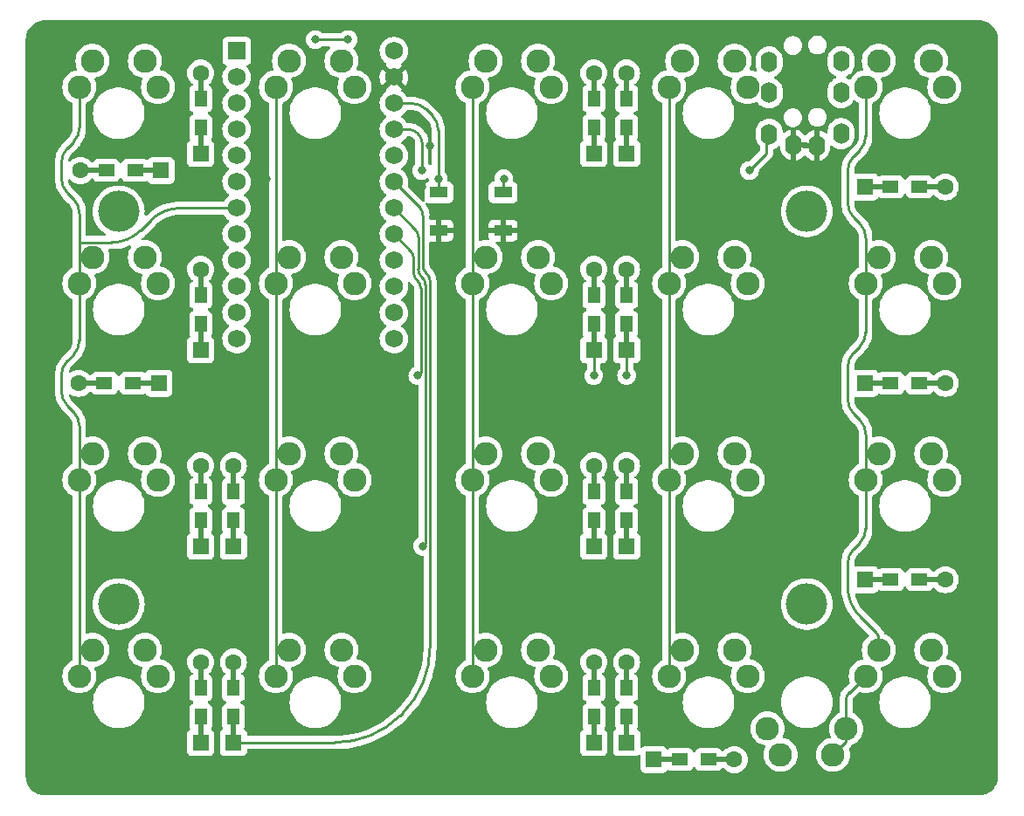
<source format=gbr>
%TF.GenerationSoftware,KiCad,Pcbnew,5.99.0-1.20211029git63d4d84.fc34*%
%TF.CreationDate,2021-10-30T18:32:48+11:00*%
%TF.ProjectId,peppermint,70657070-6572-46d6-996e-742e6b696361,rev?*%
%TF.SameCoordinates,Original*%
%TF.FileFunction,Copper,L2,Bot*%
%TF.FilePolarity,Positive*%
%FSLAX46Y46*%
G04 Gerber Fmt 4.6, Leading zero omitted, Abs format (unit mm)*
G04 Created by KiCad (PCBNEW 5.99.0-1.20211029git63d4d84.fc34) date 2021-10-30 18:32:48*
%MOMM*%
%LPD*%
G01*
G04 APERTURE LIST*
%TA.AperFunction,ComponentPad*%
%ADD10O,1.600000X2.000000*%
%TD*%
%TA.AperFunction,ComponentPad*%
%ADD11C,2.286000*%
%TD*%
%TA.AperFunction,ComponentPad*%
%ADD12C,4.000000*%
%TD*%
%TA.AperFunction,ComponentPad*%
%ADD13R,1.752600X1.752600*%
%TD*%
%TA.AperFunction,ComponentPad*%
%ADD14C,1.752600*%
%TD*%
%TA.AperFunction,SMDPad,CuDef*%
%ADD15R,1.200000X1.600000*%
%TD*%
%TA.AperFunction,ComponentPad*%
%ADD16R,1.600000X1.600000*%
%TD*%
%TA.AperFunction,SMDPad,CuDef*%
%ADD17R,0.500000X2.900000*%
%TD*%
%TA.AperFunction,ComponentPad*%
%ADD18C,1.600000*%
%TD*%
%TA.AperFunction,SMDPad,CuDef*%
%ADD19R,1.800000X1.100000*%
%TD*%
%TA.AperFunction,SMDPad,CuDef*%
%ADD20R,1.600000X1.200000*%
%TD*%
%TA.AperFunction,SMDPad,CuDef*%
%ADD21R,2.900000X0.500000*%
%TD*%
%TA.AperFunction,ViaPad*%
%ADD22C,0.800000*%
%TD*%
%TA.AperFunction,Conductor*%
%ADD23C,0.250000*%
%TD*%
G04 APERTURE END LIST*
D10*
%TO.P,U2,1,SLEEVE*%
%TO.N,GND*%
X106680000Y-68167500D03*
%TO.P,U2,2,TIP*%
%TO.N,VCC*%
X111280000Y-67067500D03*
%TO.P,U2,3,RING1*%
%TO.N,unconnected-(U2-Pad3)*%
X111280000Y-63067500D03*
%TO.P,U2,4,RING2*%
%TO.N,DATA*%
X111280000Y-60067500D03*
%TD*%
D11*
%TO.P,MX20,1,COL*%
%TO.N,E*%
X113665000Y-119697500D03*
X114935000Y-117157500D03*
%TO.P,MX20,2,ROW*%
%TO.N,Net-(D20-Pad2)*%
X121285000Y-119697500D03*
X120015000Y-117157500D03*
%TD*%
%TO.P,MX16,1,COL*%
%TO.N,D*%
X95885000Y-117157500D03*
X94615000Y-119697500D03*
%TO.P,MX16,2,ROW*%
%TO.N,Net-(D16-Pad2)*%
X100965000Y-117157500D03*
X102235000Y-119697500D03*
%TD*%
D12*
%TO.P,H2,1*%
%TO.N,N/C*%
X107950000Y-112712500D03*
%TD*%
D11*
%TO.P,MX15,1,COL*%
%TO.N,D*%
X94615000Y-100647500D03*
X95885000Y-98107500D03*
%TO.P,MX15,2,ROW*%
%TO.N,Net-(D15-Pad2)*%
X102235000Y-100647500D03*
X100965000Y-98107500D03*
%TD*%
%TO.P,MX19,1,COL*%
%TO.N,E*%
X113665000Y-100647500D03*
X114935000Y-98107500D03*
%TO.P,MX19,2,ROW*%
%TO.N,Net-(D19-Pad2)*%
X120015000Y-98107500D03*
X121285000Y-100647500D03*
%TD*%
%TO.P,MX2,1,COL*%
%TO.N,A*%
X38735000Y-79057500D03*
X37465000Y-81597500D03*
%TO.P,MX2,2,ROW*%
%TO.N,Net-(D2-Pad2)*%
X43815000Y-79057500D03*
X45085000Y-81597500D03*
%TD*%
D12*
%TO.P,H4,1*%
%TO.N,N/C*%
X107950000Y-74612500D03*
%TD*%
D11*
%TO.P,MX11,1,COL*%
%TO.N,C*%
X75565000Y-100647500D03*
X76835000Y-98107500D03*
%TO.P,MX11,2,ROW*%
%TO.N,Net-(D11-Pad2)*%
X83185000Y-100647500D03*
X81915000Y-98107500D03*
%TD*%
D12*
%TO.P,H3,1*%
%TO.N,N/C*%
X41275000Y-112712500D03*
%TD*%
D11*
%TO.P,MX3,1,COL*%
%TO.N,A*%
X37465000Y-100647500D03*
X38735000Y-98107500D03*
%TO.P,MX3,2,ROW*%
%TO.N,Net-(D3-Pad2)*%
X43815000Y-98107500D03*
X45085000Y-100647500D03*
%TD*%
%TO.P,MX4,1,COL*%
%TO.N,A*%
X38735000Y-117157500D03*
X37465000Y-119697500D03*
%TO.P,MX4,2,ROW*%
%TO.N,Net-(MX4-Pad2)*%
X45085000Y-119697500D03*
X43815000Y-117157500D03*
%TD*%
%TO.P,MX14,1,COL*%
%TO.N,D*%
X95885000Y-79057500D03*
X94615000Y-81597500D03*
%TO.P,MX14,2,ROW*%
%TO.N,Net-(D14-Pad2)*%
X100965000Y-79057500D03*
X102235000Y-81597500D03*
%TD*%
%TO.P,MX17,1,COL*%
%TO.N,E*%
X113665000Y-62547500D03*
X114935000Y-60007500D03*
%TO.P,MX17,2,ROW*%
%TO.N,Net-(D17-Pad2)*%
X121285000Y-62547500D03*
X120015000Y-60007500D03*
%TD*%
%TO.P,MX9,1,COL*%
%TO.N,C*%
X75565000Y-62547500D03*
X76835000Y-60007500D03*
%TO.P,MX9,2,ROW*%
%TO.N,Net-(D9-Pad2)*%
X81915000Y-60007500D03*
X83185000Y-62547500D03*
%TD*%
%TO.P,MX12,1,COL*%
%TO.N,C*%
X75565000Y-119697500D03*
X76835000Y-117157500D03*
%TO.P,MX12,2,ROW*%
%TO.N,Net-(D12-Pad2)*%
X81915000Y-117157500D03*
X83185000Y-119697500D03*
%TD*%
%TO.P,MX8,1,COL*%
%TO.N,B*%
X56515000Y-119697500D03*
X57785000Y-117157500D03*
%TO.P,MX8,2,ROW*%
%TO.N,Net-(D8-Pad2)*%
X62865000Y-117157500D03*
X64135000Y-119697500D03*
%TD*%
%TO.P,MX6,1,COL*%
%TO.N,B*%
X57785000Y-79057500D03*
X56515000Y-81597500D03*
%TO.P,MX6,2,ROW*%
%TO.N,Net-(D6-Pad2)*%
X64135000Y-81597500D03*
X62865000Y-79057500D03*
%TD*%
%TO.P,MX10,1,COL*%
%TO.N,C*%
X76835000Y-79057500D03*
X75565000Y-81597500D03*
%TO.P,MX10,2,ROW*%
%TO.N,Net-(D10-Pad2)*%
X81915000Y-79057500D03*
X83185000Y-81597500D03*
%TD*%
%TO.P,MX5,1,COL*%
%TO.N,B*%
X56515000Y-62547500D03*
X57785000Y-60007500D03*
%TO.P,MX5,2,ROW*%
%TO.N,Net-(D5-Pad2)*%
X62865000Y-60007500D03*
X64135000Y-62547500D03*
%TD*%
%TO.P,MX18,1,COL*%
%TO.N,E*%
X114935000Y-79057500D03*
X113665000Y-81597500D03*
%TO.P,MX18,2,ROW*%
%TO.N,Net-(D18-Pad2)*%
X120015000Y-79057500D03*
X121285000Y-81597500D03*
%TD*%
%TO.P,MX7,1,COL*%
%TO.N,B*%
X56515000Y-100647500D03*
X57785000Y-98107500D03*
%TO.P,MX7,2,ROW*%
%TO.N,Net-(D7-Pad2)*%
X62865000Y-98107500D03*
X64135000Y-100647500D03*
%TD*%
%TO.P,MX1,1,COL*%
%TO.N,A*%
X38735000Y-60007500D03*
X37465000Y-62547500D03*
%TO.P,MX1,2,ROW*%
%TO.N,Net-(D1-Pad2)*%
X45085000Y-62547500D03*
X43815000Y-60007500D03*
%TD*%
%TO.P,MX21,1,COL*%
%TO.N,E*%
X110490000Y-127317500D03*
X111760000Y-124777500D03*
%TO.P,MX21,2,ROW*%
%TO.N,Net-(D20-Pad2)*%
X105410000Y-127317500D03*
X104140000Y-124777500D03*
%TD*%
D13*
%TO.P,U1,1,TX0/D3*%
%TO.N,unconnected-(U1-Pad1)*%
X52705000Y-59055000D03*
D14*
%TO.P,U1,2,RX1/D2*%
%TO.N,DATA*%
X52705000Y-61595000D03*
%TO.P,U1,3,GND*%
%TO.N,unconnected-(U1-Pad3)*%
X52705000Y-64135000D03*
%TO.P,U1,4,GND*%
%TO.N,unconnected-(U1-Pad4)*%
X52705000Y-66675000D03*
%TO.P,U1,5,2/D1/SDA*%
%TO.N,unconnected-(U1-Pad5)*%
X52705000Y-69215000D03*
%TO.P,U1,6,3/D0/SCL*%
%TO.N,unconnected-(U1-Pad6)*%
X52705000Y-71755000D03*
%TO.P,U1,7,4/D4*%
%TO.N,A*%
X52705000Y-74295000D03*
%TO.P,U1,8,5/C6*%
%TO.N,B*%
X52705000Y-76835000D03*
%TO.P,U1,9,6/D7*%
%TO.N,E*%
X52705000Y-79375000D03*
%TO.P,U1,10,7/E6*%
%TO.N,D*%
X52705000Y-81915000D03*
%TO.P,U1,11,8/B4*%
%TO.N,C*%
X52705000Y-84455000D03*
%TO.P,U1,12,9/B5*%
%TO.N,unconnected-(U1-Pad12)*%
X52705000Y-86995000D03*
%TO.P,U1,13,B6/10*%
%TO.N,unconnected-(U1-Pad13)*%
X67945000Y-86995000D03*
%TO.P,U1,14,B2/16*%
%TO.N,unconnected-(U1-Pad14)*%
X67945000Y-84455000D03*
%TO.P,U1,15,B3/14*%
%TO.N,unconnected-(U1-Pad15)*%
X67945000Y-81915000D03*
%TO.P,U1,16,B1/15*%
%TO.N,unconnected-(U1-Pad16)*%
X67945000Y-79375000D03*
%TO.P,U1,17,F7/A0*%
%TO.N,1*%
X67945000Y-76835000D03*
%TO.P,U1,18,F6/A1*%
%TO.N,2*%
X67945000Y-74295000D03*
%TO.P,U1,19,F5/A2*%
%TO.N,3*%
X67945000Y-71755000D03*
%TO.P,U1,20,F4/A3*%
%TO.N,0*%
X67945000Y-69215000D03*
%TO.P,U1,21,VCC*%
%TO.N,VCC*%
X67945000Y-66675000D03*
%TO.P,U1,22,RST*%
%TO.N,RST*%
X67945000Y-64135000D03*
%TO.P,U1,23,GND*%
%TO.N,GND*%
X67945000Y-61595000D03*
%TO.P,U1,24,RAW*%
%TO.N,unconnected-(U1-Pad24)*%
X67945000Y-59055000D03*
%TD*%
D12*
%TO.P,H1,1*%
%TO.N,N/C*%
X41275000Y-74612500D03*
%TD*%
D11*
%TO.P,MX13,1,COL*%
%TO.N,D*%
X94615000Y-62547500D03*
X95885000Y-60007500D03*
%TO.P,MX13,2,ROW*%
%TO.N,Net-(D13-Pad2)*%
X100965000Y-60007500D03*
X102235000Y-62547500D03*
%TD*%
D10*
%TO.P,U3,1,SLEEVE*%
%TO.N,GND*%
X108898750Y-68217500D03*
%TO.P,U3,2,TIP*%
%TO.N,VCC*%
X104298750Y-67117500D03*
%TO.P,U3,3,RING1*%
%TO.N,unconnected-(U3-Pad3)*%
X104298750Y-63117500D03*
%TO.P,U3,4,RING2*%
%TO.N,DATA*%
X104298750Y-60117500D03*
%TD*%
D15*
%TO.P,D4,1,K*%
%TO.N,3*%
X49212500Y-123637500D03*
D16*
X49212500Y-126137500D03*
D17*
X49212500Y-124737500D03*
D18*
%TO.P,D4,2,A*%
%TO.N,Net-(MX4-Pad2)*%
X49212500Y-118337500D03*
D17*
X49212500Y-119737500D03*
D15*
X49212500Y-120837500D03*
%TD*%
D19*
%TO.P,SW1,1,1*%
%TO.N,RST*%
X72306250Y-72762500D03*
X78506250Y-72762500D03*
%TO.P,SW1,2,2*%
%TO.N,GND*%
X78506250Y-76462500D03*
X72306250Y-76462500D03*
%TD*%
D16*
%TO.P,D5,1,K*%
%TO.N,0*%
X49212500Y-68987500D03*
D17*
X49212500Y-67587500D03*
D15*
X49212500Y-66487500D03*
D17*
%TO.P,D5,2,A*%
%TO.N,Net-(D5-Pad2)*%
X49212500Y-62587500D03*
D18*
X49212500Y-61187500D03*
D15*
X49212500Y-63687500D03*
%TD*%
D17*
%TO.P,D8,1,K*%
%TO.N,3*%
X52387500Y-124737500D03*
D16*
X52387500Y-126137500D03*
D15*
X52387500Y-123637500D03*
%TO.P,D8,2,A*%
%TO.N,Net-(D8-Pad2)*%
X52387500Y-120837500D03*
D17*
X52387500Y-119737500D03*
D18*
X52387500Y-118337500D03*
%TD*%
D17*
%TO.P,D12,1,K*%
%TO.N,3*%
X87312500Y-124737500D03*
D16*
X87312500Y-126137500D03*
D15*
X87312500Y-123637500D03*
D18*
%TO.P,D12,2,A*%
%TO.N,Net-(D12-Pad2)*%
X87312500Y-118337500D03*
D15*
X87312500Y-120837500D03*
D17*
X87312500Y-119737500D03*
%TD*%
D16*
%TO.P,D7,1,K*%
%TO.N,2*%
X52387500Y-107087500D03*
D17*
X52387500Y-105687500D03*
D15*
X52387500Y-104587500D03*
D18*
%TO.P,D7,2,A*%
%TO.N,Net-(D7-Pad2)*%
X52387500Y-99287500D03*
D15*
X52387500Y-101787500D03*
D17*
X52387500Y-100687500D03*
%TD*%
D20*
%TO.P,D20,1,K*%
%TO.N,3*%
X95625000Y-127793750D03*
D21*
X94525000Y-127793750D03*
D16*
X93125000Y-127793750D03*
D18*
%TO.P,D20,2,A*%
%TO.N,Net-(D20-Pad2)*%
X100925000Y-127793750D03*
D20*
X98425000Y-127793750D03*
D21*
X99525000Y-127793750D03*
%TD*%
D15*
%TO.P,D9,1,K*%
%TO.N,0*%
X87312500Y-66487500D03*
D17*
X87312500Y-67587500D03*
D16*
X87312500Y-68987500D03*
D15*
%TO.P,D9,2,A*%
%TO.N,Net-(D9-Pad2)*%
X87312500Y-63687500D03*
D17*
X87312500Y-62587500D03*
D18*
X87312500Y-61187500D03*
%TD*%
D16*
%TO.P,D10,1,K*%
%TO.N,1*%
X87312500Y-88037500D03*
D17*
X87312500Y-86637500D03*
D15*
X87312500Y-85537500D03*
%TO.P,D10,2,A*%
%TO.N,Net-(D10-Pad2)*%
X87312500Y-82737500D03*
D17*
X87312500Y-81637500D03*
D18*
X87312500Y-80237500D03*
%TD*%
D16*
%TO.P,D3,1,K*%
%TO.N,2*%
X49212500Y-107087500D03*
D15*
X49212500Y-104587500D03*
D17*
X49212500Y-105687500D03*
D15*
%TO.P,D3,2,A*%
%TO.N,Net-(D3-Pad2)*%
X49212500Y-101787500D03*
D18*
X49212500Y-99287500D03*
D17*
X49212500Y-100687500D03*
%TD*%
D16*
%TO.P,D16,1,K*%
%TO.N,3*%
X90487500Y-126137500D03*
D15*
X90487500Y-123637500D03*
D17*
X90487500Y-124737500D03*
D18*
%TO.P,D16,2,A*%
%TO.N,Net-(D16-Pad2)*%
X90487500Y-118337500D03*
D17*
X90487500Y-119737500D03*
D15*
X90487500Y-120837500D03*
%TD*%
D16*
%TO.P,D6,1,K*%
%TO.N,1*%
X49212500Y-88037500D03*
D15*
X49212500Y-85537500D03*
D17*
X49212500Y-86637500D03*
D15*
%TO.P,D6,2,A*%
%TO.N,Net-(D6-Pad2)*%
X49212500Y-82737500D03*
D17*
X49212500Y-81637500D03*
D18*
X49212500Y-80237500D03*
%TD*%
D17*
%TO.P,D14,1,K*%
%TO.N,1*%
X90487500Y-86637500D03*
D15*
X90487500Y-85537500D03*
D16*
X90487500Y-88037500D03*
D18*
%TO.P,D14,2,A*%
%TO.N,Net-(D14-Pad2)*%
X90487500Y-80237500D03*
D17*
X90487500Y-81637500D03*
D15*
X90487500Y-82737500D03*
%TD*%
D16*
%TO.P,D18,1,K*%
%TO.N,1*%
X113575000Y-91281250D03*
D21*
X114975000Y-91281250D03*
D20*
X116075000Y-91281250D03*
D18*
%TO.P,D18,2,A*%
%TO.N,Net-(D18-Pad2)*%
X121375000Y-91281250D03*
D21*
X119975000Y-91281250D03*
D20*
X118875000Y-91281250D03*
%TD*%
D21*
%TO.P,D19,1,K*%
%TO.N,2*%
X114975000Y-110331250D03*
D16*
X113575000Y-110331250D03*
D20*
X116075000Y-110331250D03*
D21*
%TO.P,D19,2,A*%
%TO.N,Net-(D19-Pad2)*%
X119975000Y-110331250D03*
D20*
X118875000Y-110331250D03*
D18*
X121375000Y-110331250D03*
%TD*%
D20*
%TO.P,D17,1,K*%
%TO.N,0*%
X116075000Y-72231250D03*
D21*
X114975000Y-72231250D03*
D16*
X113575000Y-72231250D03*
D21*
%TO.P,D17,2,A*%
%TO.N,Net-(D17-Pad2)*%
X119975000Y-72231250D03*
D20*
X118875000Y-72231250D03*
D18*
X121375000Y-72231250D03*
%TD*%
D15*
%TO.P,D11,1,K*%
%TO.N,2*%
X87312500Y-104587500D03*
D16*
X87312500Y-107087500D03*
D17*
X87312500Y-105687500D03*
D15*
%TO.P,D11,2,A*%
%TO.N,Net-(D11-Pad2)*%
X87312500Y-101787500D03*
D17*
X87312500Y-100687500D03*
D18*
X87312500Y-99287500D03*
%TD*%
D15*
%TO.P,D15,1,K*%
%TO.N,2*%
X90487500Y-104587500D03*
D16*
X90487500Y-107087500D03*
D17*
X90487500Y-105687500D03*
D15*
%TO.P,D15,2,A*%
%TO.N,Net-(D15-Pad2)*%
X90487500Y-101787500D03*
D17*
X90487500Y-100687500D03*
D18*
X90487500Y-99287500D03*
%TD*%
D16*
%TO.P,D1,1,K*%
%TO.N,0*%
X45362500Y-70643750D03*
D20*
X42862500Y-70643750D03*
D21*
X43962500Y-70643750D03*
D20*
%TO.P,D1,2,A*%
%TO.N,Net-(D1-Pad2)*%
X40062500Y-70643750D03*
D21*
X38962500Y-70643750D03*
D18*
X37562500Y-70643750D03*
%TD*%
D21*
%TO.P,D2,1,K*%
%TO.N,1*%
X43775000Y-91281250D03*
D20*
X42675000Y-91281250D03*
D16*
X45175000Y-91281250D03*
D20*
%TO.P,D2,2,A*%
%TO.N,Net-(D2-Pad2)*%
X39875000Y-91281250D03*
D18*
X37375000Y-91281250D03*
D21*
X38775000Y-91281250D03*
%TD*%
D15*
%TO.P,D13,1,K*%
%TO.N,0*%
X90487500Y-66487500D03*
D16*
X90487500Y-68987500D03*
D17*
X90487500Y-67587500D03*
%TO.P,D13,2,A*%
%TO.N,Net-(D13-Pad2)*%
X90487500Y-62587500D03*
D15*
X90487500Y-63687500D03*
D18*
X90487500Y-61187500D03*
%TD*%
D22*
%TO.N,1*%
X70263480Y-90523540D03*
X90487500Y-90523540D03*
X87312500Y-90523540D03*
%TO.N,2*%
X70712500Y-107087500D03*
%TO.N,DATA*%
X63500000Y-57943750D03*
X60325000Y-57943750D03*
%TO.N,GND*%
X117475000Y-88106250D03*
X70643750Y-72231250D03*
X60325000Y-71437500D03*
X54768750Y-79375000D03*
X55562500Y-71437500D03*
X71437500Y-68262500D03*
X80962500Y-70643750D03*
X50800000Y-59531250D03*
%TO.N,VCC*%
X102393750Y-70643750D03*
X70643750Y-70643750D03*
%TO.N,RST*%
X78581250Y-71437500D03*
X72231250Y-71437500D03*
%TD*%
D23*
%TO.N,1*%
X69557107Y-78447107D02*
X67945000Y-76835000D01*
X70538460Y-90248560D02*
X70538460Y-82065174D01*
X90487500Y-88037500D02*
X90487500Y-90523540D01*
X69850000Y-80548286D02*
X69850000Y-79154214D01*
X70245567Y-81358067D02*
X70142893Y-81255393D01*
X70263480Y-90523540D02*
X70538460Y-90248560D01*
X87312500Y-90523540D02*
X87312500Y-88037500D01*
X70245567Y-81358067D02*
G75*
G02*
X70538460Y-82065174I-707106J-707106D01*
G01*
X69557107Y-78447107D02*
G75*
G02*
X69850000Y-79154214I-707106J-707106D01*
G01*
X70142893Y-81255393D02*
G75*
G02*
X69850000Y-80548286I707106J707106D01*
G01*
%TO.N,2*%
X70299520Y-80204056D02*
X70299520Y-77063734D01*
X70695087Y-81013837D02*
X70592413Y-80911163D01*
X70006627Y-76356627D02*
X67945000Y-74295000D01*
X70987980Y-106812020D02*
X70987980Y-81720944D01*
X70712500Y-107087500D02*
X70987980Y-106812020D01*
X70299521Y-80204056D02*
G75*
G03*
X70592414Y-80911162I999993J-3D01*
G01*
X70006627Y-76356627D02*
G75*
G02*
X70299520Y-77063734I-707106J-707106D01*
G01*
X70987979Y-81720944D02*
G75*
G03*
X70695086Y-81013838I-999993J3D01*
G01*
%TO.N,3*%
X71144607Y-80669607D02*
X71041933Y-80566933D01*
X52387500Y-126137500D02*
X62222078Y-126137500D01*
X70749040Y-79859826D02*
X70749040Y-74973254D01*
X68586039Y-123501461D02*
X68801461Y-123286039D01*
X70456147Y-74266147D02*
X67945000Y-71755000D01*
X71437500Y-116922078D02*
X71437500Y-81376714D01*
X68801461Y-123286039D02*
G75*
G03*
X71437500Y-116922078I-6363958J6363960D01*
G01*
X70749039Y-74973254D02*
G75*
G03*
X70456146Y-74266148I-999993J3D01*
G01*
X71437499Y-81376714D02*
G75*
G03*
X71144606Y-80669608I-999993J3D01*
G01*
X68586039Y-123501461D02*
G75*
G02*
X62222078Y-126137500I-6363960J6363958D01*
G01*
X70749041Y-79859826D02*
G75*
G03*
X71041934Y-80566932I999993J-3D01*
G01*
%TO.N,A*%
X37465000Y-77628750D02*
X40570646Y-77628750D01*
X37465000Y-66481573D02*
X37465000Y-62547500D01*
X36879213Y-73391713D02*
X36304536Y-72817036D01*
X37465000Y-87119073D02*
X37465000Y-81597500D01*
X36879213Y-94029213D02*
X36304536Y-93454536D01*
X47218104Y-74295000D02*
X52705000Y-74295000D01*
X37465000Y-77628750D02*
X37465000Y-74805927D01*
X36304537Y-68470463D02*
X36879214Y-67895786D01*
X37465000Y-119697500D02*
X37465000Y-100647500D01*
X36304537Y-89107963D02*
X36879214Y-88533286D01*
X35718750Y-71402823D02*
X35718750Y-69884677D01*
X35718750Y-92040323D02*
X35718750Y-90522177D01*
X37465000Y-100647500D02*
X37465000Y-95443427D01*
X43399073Y-76457177D02*
X44389677Y-75466573D01*
X37465000Y-81597500D02*
X37465000Y-77628750D01*
X36879213Y-73391713D02*
G75*
G02*
X37465000Y-74805927I-1414213J-1414214D01*
G01*
X37464999Y-66481573D02*
G75*
G02*
X36879213Y-67895785I-1999999J0D01*
G01*
X35718751Y-71402823D02*
G75*
G03*
X36304537Y-72817035I1999999J0D01*
G01*
X35718751Y-92040323D02*
G75*
G03*
X36304537Y-93454535I1999999J0D01*
G01*
X35718751Y-69884677D02*
G75*
G02*
X36304538Y-68470464I1999999J0D01*
G01*
X37464999Y-95443427D02*
G75*
G03*
X36879212Y-94029214I-1999999J0D01*
G01*
X43399073Y-76457177D02*
G75*
G02*
X40570646Y-77628750I-2828427J2828426D01*
G01*
X36304537Y-89107963D02*
G75*
G03*
X35718750Y-90522177I1414213J-1414214D01*
G01*
X44389677Y-75466573D02*
G75*
G02*
X47218104Y-74295000I2828427J-2828426D01*
G01*
X36879214Y-88533286D02*
G75*
G03*
X37465000Y-87119073I-1414214J1414213D01*
G01*
%TO.N,B*%
X56515000Y-62547500D02*
X56515000Y-81597500D01*
X56515000Y-81597500D02*
X56515000Y-119697500D01*
%TO.N,C*%
X75565000Y-62547500D02*
X75565000Y-81597500D01*
X75565000Y-81597500D02*
X75565000Y-100647500D01*
X75565000Y-100647500D02*
X75565000Y-119697500D01*
%TO.N,D*%
X94615000Y-119697500D02*
X94615000Y-100647500D01*
X94615000Y-81597500D02*
X94615000Y-100647500D01*
X94615000Y-62547500D02*
X94615000Y-81597500D01*
%TO.N,E*%
X113665000Y-105375323D02*
X113665000Y-100647500D01*
X113665000Y-81597500D02*
X113665000Y-86325323D01*
X113665000Y-96237177D02*
X113665000Y-100647500D01*
X113079213Y-87739537D02*
X112504536Y-88314214D01*
X111760000Y-124777500D02*
X111760000Y-122016714D01*
X112052893Y-121309607D02*
X113665000Y-119697500D01*
X111918750Y-111055646D02*
X111918750Y-108778427D01*
X113090323Y-113884073D02*
X114642107Y-115435857D01*
X111760000Y-126047500D02*
X111760000Y-124777500D01*
X113665000Y-77187177D02*
X113665000Y-81597500D01*
X111918750Y-89728427D02*
X111918750Y-92834073D01*
X112504537Y-75198287D02*
X113079214Y-75772964D01*
X114935000Y-116142964D02*
X114935000Y-117157500D01*
X112504537Y-107364213D02*
X113079214Y-106789536D01*
X111918750Y-70678427D02*
X111918750Y-73784073D01*
X113079213Y-68689537D02*
X112504536Y-69264214D01*
X113665000Y-62547500D02*
X113665000Y-67275323D01*
X110490000Y-127317500D02*
X111760000Y-126047500D01*
X112504537Y-94248287D02*
X113079214Y-94822964D01*
X113664999Y-96237177D02*
G75*
G03*
X113079213Y-94822965I-1999999J0D01*
G01*
X114642107Y-115435857D02*
G75*
G02*
X114935000Y-116142964I-707106J-707106D01*
G01*
X112504537Y-75198287D02*
G75*
G02*
X111918750Y-73784073I1414213J1414214D01*
G01*
X111760001Y-122016714D02*
G75*
G02*
X112052894Y-121309608I999993J3D01*
G01*
X111918751Y-108778427D02*
G75*
G02*
X112504538Y-107364214I1999999J0D01*
G01*
X113664999Y-77187177D02*
G75*
G03*
X113079213Y-75772965I-1999999J0D01*
G01*
X112504536Y-88314214D02*
G75*
G03*
X111918750Y-89728427I1414214J-1414213D01*
G01*
X113664999Y-105375323D02*
G75*
G02*
X113079213Y-106789535I-1999999J0D01*
G01*
X111918751Y-70678427D02*
G75*
G02*
X112504537Y-69264215I1999999J0D01*
G01*
X111918751Y-92834073D02*
G75*
G03*
X112504538Y-94248286I1999999J0D01*
G01*
X111918750Y-111055646D02*
G75*
G03*
X113090323Y-113884073I3999999J0D01*
G01*
X113079213Y-68689537D02*
G75*
G03*
X113665000Y-67275323I-1414213J1414214D01*
G01*
X113664999Y-86325323D02*
G75*
G02*
X113079212Y-87739536I-1999999J0D01*
G01*
%TO.N,DATA*%
X60325000Y-57943750D02*
X63500000Y-57943750D01*
%TO.N,VCC*%
X69435786Y-66675000D02*
X67945000Y-66675000D01*
X70643750Y-70643750D02*
X70643750Y-67882964D01*
X104062500Y-67000000D02*
X104062500Y-68975000D01*
X104062500Y-68975000D02*
X102393750Y-70643750D01*
X70350857Y-67175857D02*
X70142893Y-66967893D01*
X70643749Y-67882964D02*
G75*
G03*
X70350856Y-67175858I-999993J3D01*
G01*
X69435786Y-66675001D02*
G75*
G02*
X70142892Y-66967894I3J-999993D01*
G01*
%TO.N,RST*%
X72231250Y-71437500D02*
X72231250Y-66709677D01*
X69656573Y-64135000D02*
X67945000Y-64135000D01*
X71645463Y-65295463D02*
X71070786Y-64720786D01*
X72231250Y-72687500D02*
X72306250Y-72762500D01*
X78506250Y-71512500D02*
X78581250Y-71437500D01*
X72231250Y-71437500D02*
X72231250Y-72687500D01*
X78506250Y-72762500D02*
X78506250Y-71512500D01*
X71645463Y-65295463D02*
G75*
G02*
X72231250Y-66709677I-1414213J-1414214D01*
G01*
X71070786Y-64720786D02*
G75*
G03*
X69656573Y-64135000I-1414213J-1414214D01*
G01*
%TD*%
%TA.AperFunction,Conductor*%
%TO.N,GND*%
G36*
X124588807Y-56072000D02*
G01*
X124603608Y-56074305D01*
X124603611Y-56074305D01*
X124612480Y-56075686D01*
X124628749Y-56073559D01*
X124653317Y-56072766D01*
X124855016Y-56085986D01*
X124871356Y-56088137D01*
X125095483Y-56132718D01*
X125111404Y-56136984D01*
X125327793Y-56210439D01*
X125343019Y-56216746D01*
X125547967Y-56317815D01*
X125562241Y-56326056D01*
X125752247Y-56453014D01*
X125765322Y-56463047D01*
X125937136Y-56613723D01*
X125948777Y-56625364D01*
X126098545Y-56796142D01*
X126099453Y-56797178D01*
X126109486Y-56810253D01*
X126236444Y-57000259D01*
X126244685Y-57014533D01*
X126345754Y-57219481D01*
X126352061Y-57234707D01*
X126425516Y-57451096D01*
X126429782Y-57467017D01*
X126474363Y-57691144D01*
X126476514Y-57707484D01*
X126489264Y-57902018D01*
X126488239Y-57925054D01*
X126488196Y-57928604D01*
X126486814Y-57937480D01*
X126488638Y-57951428D01*
X126490936Y-57969001D01*
X126492000Y-57985339D01*
X126492000Y-129331922D01*
X126490500Y-129351306D01*
X126486814Y-129374980D01*
X126488941Y-129391249D01*
X126489734Y-129415817D01*
X126476514Y-129617516D01*
X126474363Y-129633856D01*
X126429782Y-129857983D01*
X126425516Y-129873904D01*
X126352061Y-130090293D01*
X126345754Y-130105519D01*
X126244685Y-130310467D01*
X126236444Y-130324741D01*
X126109486Y-130514747D01*
X126099453Y-130527822D01*
X125948777Y-130699636D01*
X125937136Y-130711277D01*
X125766358Y-130861045D01*
X125765322Y-130861953D01*
X125752247Y-130871986D01*
X125562241Y-130998944D01*
X125547967Y-131007185D01*
X125343019Y-131108254D01*
X125327793Y-131114561D01*
X125111404Y-131188016D01*
X125095483Y-131192282D01*
X124871356Y-131236863D01*
X124855016Y-131239014D01*
X124660482Y-131251764D01*
X124637446Y-131250739D01*
X124633896Y-131250696D01*
X124625020Y-131249314D01*
X124596512Y-131253042D01*
X124593499Y-131253436D01*
X124577161Y-131254500D01*
X34180578Y-131254500D01*
X34161193Y-131253000D01*
X34146392Y-131250695D01*
X34146389Y-131250695D01*
X34137520Y-131249314D01*
X34121251Y-131251441D01*
X34096683Y-131252234D01*
X33894984Y-131239014D01*
X33878644Y-131236863D01*
X33654517Y-131192282D01*
X33638596Y-131188016D01*
X33422207Y-131114561D01*
X33406981Y-131108254D01*
X33202033Y-131007185D01*
X33187759Y-130998944D01*
X32997753Y-130871986D01*
X32984678Y-130861953D01*
X32983642Y-130861045D01*
X32812864Y-130711277D01*
X32801223Y-130699636D01*
X32650547Y-130527822D01*
X32640514Y-130514747D01*
X32513556Y-130324741D01*
X32505315Y-130310467D01*
X32404246Y-130105519D01*
X32397939Y-130090293D01*
X32324484Y-129873904D01*
X32320218Y-129857983D01*
X32275637Y-129633856D01*
X32273486Y-129617516D01*
X32260974Y-129426626D01*
X32262147Y-129403468D01*
X32261829Y-129403439D01*
X32262264Y-129398583D01*
X32263071Y-129393789D01*
X32263224Y-129381250D01*
X32259273Y-129353662D01*
X32258000Y-129335799D01*
X32258000Y-122237500D01*
X38767652Y-122237500D01*
X38787423Y-122551754D01*
X38846425Y-122861052D01*
X38943727Y-123160516D01*
X38945414Y-123164102D01*
X38945416Y-123164106D01*
X39076106Y-123441838D01*
X39076110Y-123441845D01*
X39077794Y-123445424D01*
X39246513Y-123711282D01*
X39447222Y-123953898D01*
X39676756Y-124169445D01*
X39931496Y-124354524D01*
X39934965Y-124356431D01*
X39934968Y-124356433D01*
X40203961Y-124504313D01*
X40207423Y-124506216D01*
X40500187Y-124622130D01*
X40805170Y-124700436D01*
X41117562Y-124739900D01*
X41432438Y-124739900D01*
X41744830Y-124700436D01*
X42049813Y-124622130D01*
X42342577Y-124506216D01*
X42346039Y-124504313D01*
X42615032Y-124356433D01*
X42615035Y-124356431D01*
X42618504Y-124354524D01*
X42873244Y-124169445D01*
X43102778Y-123953898D01*
X43303487Y-123711282D01*
X43472206Y-123445424D01*
X43473890Y-123441845D01*
X43473894Y-123441838D01*
X43604584Y-123164106D01*
X43604586Y-123164102D01*
X43606273Y-123160516D01*
X43703575Y-122861052D01*
X43762577Y-122551754D01*
X43782348Y-122237500D01*
X43762577Y-121923246D01*
X43703575Y-121613948D01*
X43606273Y-121314484D01*
X43591665Y-121283440D01*
X43473894Y-121033162D01*
X43473890Y-121033155D01*
X43472206Y-121029576D01*
X43466236Y-121020168D01*
X43356044Y-120846535D01*
X43303487Y-120763718D01*
X43102778Y-120521102D01*
X42873244Y-120305555D01*
X42618504Y-120120476D01*
X42386232Y-119992783D01*
X42346039Y-119970687D01*
X42346036Y-119970686D01*
X42342577Y-119968784D01*
X42049813Y-119852870D01*
X41744830Y-119774564D01*
X41432438Y-119735100D01*
X41117562Y-119735100D01*
X40805170Y-119774564D01*
X40500187Y-119852870D01*
X40207423Y-119968784D01*
X40203964Y-119970686D01*
X40203961Y-119970687D01*
X40163769Y-119992783D01*
X39931496Y-120120476D01*
X39676756Y-120305555D01*
X39447222Y-120521102D01*
X39246513Y-120763718D01*
X39193956Y-120846535D01*
X39083765Y-121020168D01*
X39077794Y-121029576D01*
X39076110Y-121033155D01*
X39076106Y-121033162D01*
X38958335Y-121283440D01*
X38943727Y-121314484D01*
X38846425Y-121613948D01*
X38787423Y-121923246D01*
X38767652Y-122237500D01*
X32258000Y-122237500D01*
X32258000Y-92033640D01*
X35080632Y-92033640D01*
X35081370Y-92040323D01*
X35081101Y-92040323D01*
X35097686Y-92335646D01*
X35147232Y-92627255D01*
X35229117Y-92911483D01*
X35230471Y-92914751D01*
X35230471Y-92914752D01*
X35340195Y-93179649D01*
X35342310Y-93184756D01*
X35485388Y-93443636D01*
X35656552Y-93684870D01*
X35751085Y-93790652D01*
X35799090Y-93844370D01*
X35798028Y-93845319D01*
X35799458Y-93846434D01*
X35799994Y-93845898D01*
X35801827Y-93847731D01*
X35803800Y-93849817D01*
X35804313Y-93850217D01*
X35804338Y-93850242D01*
X35806481Y-93852640D01*
X35806536Y-93852711D01*
X35806683Y-93852866D01*
X35832523Y-93881781D01*
X35839324Y-93890077D01*
X35843943Y-93896229D01*
X35853294Y-93905778D01*
X35856535Y-93908320D01*
X35856538Y-93908322D01*
X35877799Y-93924993D01*
X35889146Y-93935051D01*
X36395890Y-94441795D01*
X36406757Y-94454185D01*
X36423270Y-94475705D01*
X36437182Y-94486851D01*
X36453130Y-94502105D01*
X36543673Y-94605350D01*
X36553706Y-94618425D01*
X36643835Y-94753311D01*
X36652076Y-94767585D01*
X36723827Y-94913082D01*
X36730134Y-94928308D01*
X36782282Y-95081930D01*
X36786548Y-95097851D01*
X36818197Y-95256965D01*
X36820348Y-95273305D01*
X36828860Y-95403168D01*
X36828052Y-95427854D01*
X36827873Y-95429210D01*
X36827873Y-95429218D01*
X36826882Y-95436744D01*
X36827716Y-95444294D01*
X36830739Y-95471680D01*
X36831500Y-95485507D01*
X36831500Y-99038142D01*
X36811498Y-99106263D01*
X36753719Y-99154551D01*
X36712916Y-99171452D01*
X36491271Y-99307277D01*
X36293602Y-99476102D01*
X36124777Y-99673771D01*
X35988952Y-99895416D01*
X35889473Y-100135580D01*
X35888318Y-100140392D01*
X35851513Y-100293698D01*
X35828789Y-100388350D01*
X35808393Y-100647500D01*
X35828789Y-100906650D01*
X35829943Y-100911457D01*
X35829944Y-100911463D01*
X35867661Y-101068567D01*
X35889473Y-101159420D01*
X35988952Y-101399584D01*
X36124777Y-101621229D01*
X36293602Y-101818898D01*
X36491271Y-101987723D01*
X36712916Y-102123548D01*
X36717484Y-102125440D01*
X36753719Y-102140449D01*
X36808999Y-102184998D01*
X36831500Y-102256858D01*
X36831500Y-118088142D01*
X36811498Y-118156263D01*
X36753719Y-118204551D01*
X36712916Y-118221452D01*
X36491271Y-118357277D01*
X36293602Y-118526102D01*
X36124777Y-118723771D01*
X35988952Y-118945416D01*
X35889473Y-119185580D01*
X35888318Y-119190392D01*
X35851513Y-119343698D01*
X35828789Y-119438350D01*
X35808393Y-119697500D01*
X35828789Y-119956650D01*
X35829943Y-119961457D01*
X35829944Y-119961463D01*
X35867661Y-120118567D01*
X35889473Y-120209420D01*
X35891365Y-120213988D01*
X35891367Y-120213993D01*
X35935613Y-120320811D01*
X35988952Y-120449584D01*
X36124777Y-120671229D01*
X36293602Y-120868898D01*
X36491271Y-121037723D01*
X36712916Y-121173548D01*
X36717486Y-121175441D01*
X36717488Y-121175442D01*
X36781400Y-121201915D01*
X36953080Y-121273027D01*
X36996454Y-121283440D01*
X37201037Y-121332556D01*
X37201043Y-121332557D01*
X37205850Y-121333711D01*
X37465000Y-121354107D01*
X37724150Y-121333711D01*
X37728957Y-121332557D01*
X37728963Y-121332556D01*
X37933546Y-121283440D01*
X37976920Y-121273027D01*
X38148600Y-121201915D01*
X38212512Y-121175442D01*
X38212514Y-121175441D01*
X38217084Y-121173548D01*
X38438729Y-121037723D01*
X38636398Y-120868898D01*
X38805223Y-120671229D01*
X38941048Y-120449584D01*
X38994388Y-120320811D01*
X39038633Y-120213993D01*
X39038635Y-120213988D01*
X39040527Y-120209420D01*
X39062339Y-120118567D01*
X39100056Y-119961463D01*
X39100057Y-119961457D01*
X39101211Y-119956650D01*
X39121607Y-119697500D01*
X39101211Y-119438350D01*
X39078488Y-119343698D01*
X39041682Y-119190392D01*
X39040527Y-119185580D01*
X38945153Y-118955326D01*
X38937564Y-118884736D01*
X38969343Y-118821249D01*
X39032148Y-118784589D01*
X39163020Y-118753169D01*
X39246920Y-118733027D01*
X39278363Y-118720003D01*
X39482512Y-118635442D01*
X39482514Y-118635441D01*
X39487084Y-118633548D01*
X39708729Y-118497723D01*
X39906398Y-118328898D01*
X40075223Y-118131229D01*
X40211048Y-117909584D01*
X40217683Y-117893567D01*
X40308633Y-117673993D01*
X40308634Y-117673991D01*
X40310527Y-117669420D01*
X40349784Y-117505901D01*
X40370056Y-117421463D01*
X40370057Y-117421457D01*
X40371211Y-117416650D01*
X40391607Y-117157500D01*
X42158393Y-117157500D01*
X42178789Y-117416650D01*
X42179943Y-117421457D01*
X42179944Y-117421463D01*
X42200216Y-117505901D01*
X42239473Y-117669420D01*
X42241366Y-117673991D01*
X42241367Y-117673993D01*
X42332318Y-117893567D01*
X42338952Y-117909584D01*
X42474777Y-118131229D01*
X42643602Y-118328898D01*
X42841271Y-118497723D01*
X43062916Y-118633548D01*
X43067486Y-118635441D01*
X43067488Y-118635442D01*
X43271637Y-118720003D01*
X43303080Y-118733027D01*
X43386980Y-118753169D01*
X43517852Y-118784589D01*
X43579421Y-118819941D01*
X43612104Y-118882968D01*
X43604847Y-118955326D01*
X43509473Y-119185580D01*
X43508318Y-119190392D01*
X43471513Y-119343698D01*
X43448789Y-119438350D01*
X43428393Y-119697500D01*
X43448789Y-119956650D01*
X43449943Y-119961457D01*
X43449944Y-119961463D01*
X43487661Y-120118567D01*
X43509473Y-120209420D01*
X43511365Y-120213988D01*
X43511367Y-120213993D01*
X43555613Y-120320811D01*
X43608952Y-120449584D01*
X43744777Y-120671229D01*
X43913602Y-120868898D01*
X44111271Y-121037723D01*
X44332916Y-121173548D01*
X44337486Y-121175441D01*
X44337488Y-121175442D01*
X44401400Y-121201915D01*
X44573080Y-121273027D01*
X44616454Y-121283440D01*
X44821037Y-121332556D01*
X44821043Y-121332557D01*
X44825850Y-121333711D01*
X45085000Y-121354107D01*
X45344150Y-121333711D01*
X45348957Y-121332557D01*
X45348963Y-121332556D01*
X45553546Y-121283440D01*
X45596920Y-121273027D01*
X45768600Y-121201915D01*
X45832512Y-121175442D01*
X45832514Y-121175441D01*
X45837084Y-121173548D01*
X46058729Y-121037723D01*
X46256398Y-120868898D01*
X46425223Y-120671229D01*
X46561048Y-120449584D01*
X46614388Y-120320811D01*
X46658633Y-120213993D01*
X46658635Y-120213988D01*
X46660527Y-120209420D01*
X46682339Y-120118567D01*
X46720056Y-119961463D01*
X46720057Y-119961457D01*
X46721211Y-119956650D01*
X46741607Y-119697500D01*
X46721211Y-119438350D01*
X46698488Y-119343698D01*
X46661682Y-119190392D01*
X46660527Y-119185580D01*
X46561048Y-118945416D01*
X46425223Y-118723771D01*
X46256398Y-118526102D01*
X46058729Y-118357277D01*
X46026456Y-118337500D01*
X47899002Y-118337500D01*
X47918957Y-118565587D01*
X47920381Y-118570900D01*
X47920381Y-118570902D01*
X47961343Y-118723771D01*
X47978216Y-118786743D01*
X47980539Y-118791724D01*
X47980539Y-118791725D01*
X48072651Y-118989262D01*
X48072654Y-118989267D01*
X48074977Y-118994249D01*
X48206302Y-119181800D01*
X48368200Y-119343698D01*
X48372712Y-119346857D01*
X48372714Y-119346859D01*
X48397596Y-119364282D01*
X48441924Y-119419739D01*
X48449232Y-119490359D01*
X48417201Y-119553719D01*
X48381155Y-119577742D01*
X48382075Y-119579423D01*
X48374204Y-119583733D01*
X48365795Y-119586885D01*
X48249239Y-119674239D01*
X48161885Y-119790795D01*
X48110755Y-119927184D01*
X48104000Y-119989366D01*
X48104000Y-121685634D01*
X48110755Y-121747816D01*
X48161885Y-121884205D01*
X48249239Y-122000761D01*
X48365795Y-122088115D01*
X48374203Y-122091267D01*
X48449562Y-122119518D01*
X48506326Y-122162160D01*
X48531026Y-122228721D01*
X48515819Y-122298070D01*
X48465533Y-122348188D01*
X48449562Y-122355482D01*
X48365795Y-122386885D01*
X48249239Y-122474239D01*
X48161885Y-122590795D01*
X48110755Y-122727184D01*
X48104000Y-122789366D01*
X48104000Y-124485634D01*
X48110755Y-124547816D01*
X48161885Y-124684205D01*
X48167270Y-124691390D01*
X48167271Y-124691392D01*
X48184993Y-124715038D01*
X48209841Y-124781545D01*
X48194788Y-124850927D01*
X48159732Y-124891429D01*
X48049239Y-124974239D01*
X47961885Y-125090795D01*
X47910755Y-125227184D01*
X47904000Y-125289366D01*
X47904000Y-126985634D01*
X47910755Y-127047816D01*
X47961885Y-127184205D01*
X48049239Y-127300761D01*
X48165795Y-127388115D01*
X48302184Y-127439245D01*
X48364366Y-127446000D01*
X50060634Y-127446000D01*
X50122816Y-127439245D01*
X50259205Y-127388115D01*
X50375761Y-127300761D01*
X50463115Y-127184205D01*
X50514245Y-127047816D01*
X50521000Y-126985634D01*
X50521000Y-125289366D01*
X50514245Y-125227184D01*
X50463115Y-125090795D01*
X50375761Y-124974239D01*
X50265268Y-124891429D01*
X50222753Y-124834570D01*
X50217727Y-124763751D01*
X50240007Y-124715038D01*
X50257729Y-124691392D01*
X50257730Y-124691390D01*
X50263115Y-124684205D01*
X50314245Y-124547816D01*
X50321000Y-124485634D01*
X50321000Y-122789366D01*
X50314245Y-122727184D01*
X50263115Y-122590795D01*
X50175761Y-122474239D01*
X50059205Y-122386885D01*
X49975438Y-122355482D01*
X49918674Y-122312840D01*
X49893974Y-122246279D01*
X49909181Y-122176930D01*
X49959467Y-122126812D01*
X49975438Y-122119518D01*
X50050797Y-122091267D01*
X50059205Y-122088115D01*
X50175761Y-122000761D01*
X50263115Y-121884205D01*
X50314245Y-121747816D01*
X50321000Y-121685634D01*
X50321000Y-119989366D01*
X50314245Y-119927184D01*
X50263115Y-119790795D01*
X50175761Y-119674239D01*
X50059205Y-119586885D01*
X50050796Y-119583733D01*
X50042925Y-119579423D01*
X50044226Y-119577046D01*
X49998685Y-119542839D01*
X49973983Y-119476278D01*
X49989187Y-119406929D01*
X50027404Y-119364282D01*
X50052286Y-119346859D01*
X50052288Y-119346857D01*
X50056800Y-119343698D01*
X50218698Y-119181800D01*
X50350023Y-118994249D01*
X50352346Y-118989267D01*
X50352349Y-118989262D01*
X50444461Y-118791725D01*
X50444461Y-118791724D01*
X50446784Y-118786743D01*
X50463658Y-118723771D01*
X50504619Y-118570902D01*
X50504619Y-118570900D01*
X50506043Y-118565587D01*
X50525998Y-118337500D01*
X51074002Y-118337500D01*
X51093957Y-118565587D01*
X51095381Y-118570900D01*
X51095381Y-118570902D01*
X51136343Y-118723771D01*
X51153216Y-118786743D01*
X51155539Y-118791724D01*
X51155539Y-118791725D01*
X51247651Y-118989262D01*
X51247654Y-118989267D01*
X51249977Y-118994249D01*
X51381302Y-119181800D01*
X51543200Y-119343698D01*
X51547712Y-119346857D01*
X51547714Y-119346859D01*
X51572596Y-119364282D01*
X51616924Y-119419739D01*
X51624232Y-119490359D01*
X51592201Y-119553719D01*
X51556155Y-119577742D01*
X51557075Y-119579423D01*
X51549204Y-119583733D01*
X51540795Y-119586885D01*
X51424239Y-119674239D01*
X51336885Y-119790795D01*
X51285755Y-119927184D01*
X51279000Y-119989366D01*
X51279000Y-121685634D01*
X51285755Y-121747816D01*
X51336885Y-121884205D01*
X51424239Y-122000761D01*
X51540795Y-122088115D01*
X51549203Y-122091267D01*
X51624562Y-122119518D01*
X51681326Y-122162160D01*
X51706026Y-122228721D01*
X51690819Y-122298070D01*
X51640533Y-122348188D01*
X51624562Y-122355482D01*
X51540795Y-122386885D01*
X51424239Y-122474239D01*
X51336885Y-122590795D01*
X51285755Y-122727184D01*
X51279000Y-122789366D01*
X51279000Y-124485634D01*
X51285755Y-124547816D01*
X51336885Y-124684205D01*
X51342270Y-124691390D01*
X51342271Y-124691392D01*
X51359993Y-124715038D01*
X51384841Y-124781545D01*
X51369788Y-124850927D01*
X51334732Y-124891429D01*
X51224239Y-124974239D01*
X51136885Y-125090795D01*
X51085755Y-125227184D01*
X51079000Y-125289366D01*
X51079000Y-126985634D01*
X51085755Y-127047816D01*
X51136885Y-127184205D01*
X51224239Y-127300761D01*
X51340795Y-127388115D01*
X51477184Y-127439245D01*
X51539366Y-127446000D01*
X53235634Y-127446000D01*
X53297816Y-127439245D01*
X53434205Y-127388115D01*
X53550761Y-127300761D01*
X53638115Y-127184205D01*
X53689245Y-127047816D01*
X53696000Y-126985634D01*
X53696000Y-126897000D01*
X53716002Y-126828879D01*
X53769658Y-126782386D01*
X53822000Y-126771000D01*
X62168083Y-126771000D01*
X62185837Y-126772257D01*
X62208714Y-126775513D01*
X62215154Y-126775580D01*
X62217950Y-126775610D01*
X62217954Y-126775610D01*
X62222078Y-126775653D01*
X62222596Y-126775590D01*
X62224922Y-126776137D01*
X62224897Y-126775312D01*
X62804000Y-126757813D01*
X63383798Y-126705126D01*
X63385651Y-126704844D01*
X63385659Y-126704843D01*
X63874192Y-126630489D01*
X63959357Y-126617527D01*
X64528578Y-126495337D01*
X64540531Y-126492005D01*
X65087553Y-126339512D01*
X65087557Y-126339511D01*
X65089382Y-126339002D01*
X65639723Y-126149090D01*
X66177594Y-125926297D01*
X66179307Y-125925463D01*
X66179318Y-125925458D01*
X66699321Y-125672267D01*
X66701032Y-125671434D01*
X67208127Y-125385432D01*
X67209707Y-125384410D01*
X67209716Y-125384405D01*
X67695421Y-125070373D01*
X67697028Y-125069334D01*
X68165951Y-124724293D01*
X68368829Y-124555215D01*
X68611725Y-124352787D01*
X68611733Y-124352780D01*
X68613186Y-124351569D01*
X69021304Y-123967392D01*
X69024746Y-123964297D01*
X69027733Y-123962054D01*
X69037281Y-123952703D01*
X69056493Y-123928201D01*
X69066552Y-123916852D01*
X69211231Y-123772173D01*
X69224673Y-123760508D01*
X69239858Y-123749107D01*
X69239861Y-123749105D01*
X69243154Y-123746632D01*
X69252703Y-123737281D01*
X69253024Y-123736871D01*
X69255056Y-123735612D01*
X69254455Y-123735046D01*
X69650266Y-123314570D01*
X69651569Y-123313186D01*
X69659192Y-123304040D01*
X70023087Y-122867398D01*
X70024293Y-122865951D01*
X70369334Y-122397028D01*
X70377930Y-122383733D01*
X70472477Y-122237500D01*
X76867652Y-122237500D01*
X76887423Y-122551754D01*
X76946425Y-122861052D01*
X77043727Y-123160516D01*
X77045414Y-123164102D01*
X77045416Y-123164106D01*
X77176106Y-123441838D01*
X77176110Y-123441845D01*
X77177794Y-123445424D01*
X77346513Y-123711282D01*
X77547222Y-123953898D01*
X77776756Y-124169445D01*
X78031496Y-124354524D01*
X78034965Y-124356431D01*
X78034968Y-124356433D01*
X78303961Y-124504313D01*
X78307423Y-124506216D01*
X78600187Y-124622130D01*
X78905170Y-124700436D01*
X79217562Y-124739900D01*
X79532438Y-124739900D01*
X79844830Y-124700436D01*
X80149813Y-124622130D01*
X80442577Y-124506216D01*
X80446039Y-124504313D01*
X80715032Y-124356433D01*
X80715035Y-124356431D01*
X80718504Y-124354524D01*
X80973244Y-124169445D01*
X81202778Y-123953898D01*
X81403487Y-123711282D01*
X81572206Y-123445424D01*
X81573890Y-123441845D01*
X81573894Y-123441838D01*
X81704584Y-123164106D01*
X81704586Y-123164102D01*
X81706273Y-123160516D01*
X81803575Y-122861052D01*
X81862577Y-122551754D01*
X81882348Y-122237500D01*
X81862577Y-121923246D01*
X81803575Y-121613948D01*
X81706273Y-121314484D01*
X81691665Y-121283440D01*
X81573894Y-121033162D01*
X81573890Y-121033155D01*
X81572206Y-121029576D01*
X81566236Y-121020168D01*
X81456044Y-120846535D01*
X81403487Y-120763718D01*
X81202778Y-120521102D01*
X80973244Y-120305555D01*
X80718504Y-120120476D01*
X80486232Y-119992783D01*
X80446039Y-119970687D01*
X80446036Y-119970686D01*
X80442577Y-119968784D01*
X80149813Y-119852870D01*
X79844830Y-119774564D01*
X79532438Y-119735100D01*
X79217562Y-119735100D01*
X78905170Y-119774564D01*
X78600187Y-119852870D01*
X78307423Y-119968784D01*
X78303964Y-119970686D01*
X78303961Y-119970687D01*
X78263769Y-119992783D01*
X78031496Y-120120476D01*
X77776756Y-120305555D01*
X77547222Y-120521102D01*
X77346513Y-120763718D01*
X77293956Y-120846535D01*
X77183765Y-121020168D01*
X77177794Y-121029576D01*
X77176110Y-121033155D01*
X77176106Y-121033162D01*
X77058335Y-121283440D01*
X77043727Y-121314484D01*
X76946425Y-121613948D01*
X76887423Y-121923246D01*
X76867652Y-122237500D01*
X70472477Y-122237500D01*
X70684405Y-121909716D01*
X70684410Y-121909707D01*
X70685432Y-121908127D01*
X70971434Y-121401032D01*
X71057676Y-121223908D01*
X71225458Y-120879318D01*
X71225463Y-120879307D01*
X71226297Y-120877594D01*
X71449090Y-120339723D01*
X71639002Y-119789382D01*
X71664616Y-119697500D01*
X73908393Y-119697500D01*
X73928789Y-119956650D01*
X73929943Y-119961457D01*
X73929944Y-119961463D01*
X73967661Y-120118567D01*
X73989473Y-120209420D01*
X73991365Y-120213988D01*
X73991367Y-120213993D01*
X74035613Y-120320811D01*
X74088952Y-120449584D01*
X74224777Y-120671229D01*
X74393602Y-120868898D01*
X74591271Y-121037723D01*
X74812916Y-121173548D01*
X74817486Y-121175441D01*
X74817488Y-121175442D01*
X74881400Y-121201915D01*
X75053080Y-121273027D01*
X75096454Y-121283440D01*
X75301037Y-121332556D01*
X75301043Y-121332557D01*
X75305850Y-121333711D01*
X75565000Y-121354107D01*
X75824150Y-121333711D01*
X75828957Y-121332557D01*
X75828963Y-121332556D01*
X76033546Y-121283440D01*
X76076920Y-121273027D01*
X76248600Y-121201915D01*
X76312512Y-121175442D01*
X76312514Y-121175441D01*
X76317084Y-121173548D01*
X76538729Y-121037723D01*
X76736398Y-120868898D01*
X76905223Y-120671229D01*
X77041048Y-120449584D01*
X77094388Y-120320811D01*
X77138633Y-120213993D01*
X77138635Y-120213988D01*
X77140527Y-120209420D01*
X77162339Y-120118567D01*
X77200056Y-119961463D01*
X77200057Y-119961457D01*
X77201211Y-119956650D01*
X77221607Y-119697500D01*
X77201211Y-119438350D01*
X77178488Y-119343698D01*
X77141682Y-119190392D01*
X77140527Y-119185580D01*
X77045153Y-118955326D01*
X77037564Y-118884736D01*
X77069343Y-118821249D01*
X77132148Y-118784589D01*
X77263020Y-118753169D01*
X77346920Y-118733027D01*
X77378363Y-118720003D01*
X77582512Y-118635442D01*
X77582514Y-118635441D01*
X77587084Y-118633548D01*
X77808729Y-118497723D01*
X78006398Y-118328898D01*
X78175223Y-118131229D01*
X78311048Y-117909584D01*
X78317683Y-117893567D01*
X78408633Y-117673993D01*
X78408634Y-117673991D01*
X78410527Y-117669420D01*
X78449784Y-117505901D01*
X78470056Y-117421463D01*
X78470057Y-117421457D01*
X78471211Y-117416650D01*
X78491607Y-117157500D01*
X80258393Y-117157500D01*
X80278789Y-117416650D01*
X80279943Y-117421457D01*
X80279944Y-117421463D01*
X80300216Y-117505901D01*
X80339473Y-117669420D01*
X80341366Y-117673991D01*
X80341367Y-117673993D01*
X80432318Y-117893567D01*
X80438952Y-117909584D01*
X80574777Y-118131229D01*
X80743602Y-118328898D01*
X80941271Y-118497723D01*
X81162916Y-118633548D01*
X81167486Y-118635441D01*
X81167488Y-118635442D01*
X81371637Y-118720003D01*
X81403080Y-118733027D01*
X81486980Y-118753169D01*
X81617852Y-118784589D01*
X81679421Y-118819941D01*
X81712104Y-118882968D01*
X81704847Y-118955326D01*
X81609473Y-119185580D01*
X81608318Y-119190392D01*
X81571513Y-119343698D01*
X81548789Y-119438350D01*
X81528393Y-119697500D01*
X81548789Y-119956650D01*
X81549943Y-119961457D01*
X81549944Y-119961463D01*
X81587661Y-120118567D01*
X81609473Y-120209420D01*
X81611365Y-120213988D01*
X81611367Y-120213993D01*
X81655613Y-120320811D01*
X81708952Y-120449584D01*
X81844777Y-120671229D01*
X82013602Y-120868898D01*
X82211271Y-121037723D01*
X82432916Y-121173548D01*
X82437486Y-121175441D01*
X82437488Y-121175442D01*
X82501400Y-121201915D01*
X82673080Y-121273027D01*
X82716454Y-121283440D01*
X82921037Y-121332556D01*
X82921043Y-121332557D01*
X82925850Y-121333711D01*
X83185000Y-121354107D01*
X83444150Y-121333711D01*
X83448957Y-121332557D01*
X83448963Y-121332556D01*
X83653546Y-121283440D01*
X83696920Y-121273027D01*
X83868600Y-121201915D01*
X83932512Y-121175442D01*
X83932514Y-121175441D01*
X83937084Y-121173548D01*
X84158729Y-121037723D01*
X84356398Y-120868898D01*
X84525223Y-120671229D01*
X84661048Y-120449584D01*
X84714388Y-120320811D01*
X84758633Y-120213993D01*
X84758635Y-120213988D01*
X84760527Y-120209420D01*
X84782339Y-120118567D01*
X84820056Y-119961463D01*
X84820057Y-119961457D01*
X84821211Y-119956650D01*
X84841607Y-119697500D01*
X84821211Y-119438350D01*
X84798488Y-119343698D01*
X84761682Y-119190392D01*
X84760527Y-119185580D01*
X84661048Y-118945416D01*
X84525223Y-118723771D01*
X84356398Y-118526102D01*
X84158729Y-118357277D01*
X84126456Y-118337500D01*
X85999002Y-118337500D01*
X86018957Y-118565587D01*
X86020381Y-118570900D01*
X86020381Y-118570902D01*
X86061343Y-118723771D01*
X86078216Y-118786743D01*
X86080539Y-118791724D01*
X86080539Y-118791725D01*
X86172651Y-118989262D01*
X86172654Y-118989267D01*
X86174977Y-118994249D01*
X86306302Y-119181800D01*
X86468200Y-119343698D01*
X86472712Y-119346857D01*
X86472714Y-119346859D01*
X86497596Y-119364282D01*
X86541924Y-119419739D01*
X86549232Y-119490359D01*
X86517201Y-119553719D01*
X86481155Y-119577742D01*
X86482075Y-119579423D01*
X86474204Y-119583733D01*
X86465795Y-119586885D01*
X86349239Y-119674239D01*
X86261885Y-119790795D01*
X86210755Y-119927184D01*
X86204000Y-119989366D01*
X86204000Y-121685634D01*
X86210755Y-121747816D01*
X86261885Y-121884205D01*
X86349239Y-122000761D01*
X86465795Y-122088115D01*
X86474203Y-122091267D01*
X86549562Y-122119518D01*
X86606326Y-122162160D01*
X86631026Y-122228721D01*
X86615819Y-122298070D01*
X86565533Y-122348188D01*
X86549562Y-122355482D01*
X86465795Y-122386885D01*
X86349239Y-122474239D01*
X86261885Y-122590795D01*
X86210755Y-122727184D01*
X86204000Y-122789366D01*
X86204000Y-124485634D01*
X86210755Y-124547816D01*
X86261885Y-124684205D01*
X86267270Y-124691390D01*
X86267271Y-124691392D01*
X86284993Y-124715038D01*
X86309841Y-124781545D01*
X86294788Y-124850927D01*
X86259732Y-124891429D01*
X86149239Y-124974239D01*
X86061885Y-125090795D01*
X86010755Y-125227184D01*
X86004000Y-125289366D01*
X86004000Y-126985634D01*
X86010755Y-127047816D01*
X86061885Y-127184205D01*
X86149239Y-127300761D01*
X86265795Y-127388115D01*
X86402184Y-127439245D01*
X86464366Y-127446000D01*
X88160634Y-127446000D01*
X88222816Y-127439245D01*
X88359205Y-127388115D01*
X88475761Y-127300761D01*
X88563115Y-127184205D01*
X88614245Y-127047816D01*
X88621000Y-126985634D01*
X88621000Y-125289366D01*
X88614245Y-125227184D01*
X88563115Y-125090795D01*
X88475761Y-124974239D01*
X88365268Y-124891429D01*
X88322753Y-124834570D01*
X88317727Y-124763751D01*
X88340007Y-124715038D01*
X88357729Y-124691392D01*
X88357730Y-124691390D01*
X88363115Y-124684205D01*
X88414245Y-124547816D01*
X88421000Y-124485634D01*
X88421000Y-122789366D01*
X88414245Y-122727184D01*
X88363115Y-122590795D01*
X88275761Y-122474239D01*
X88159205Y-122386885D01*
X88075438Y-122355482D01*
X88018674Y-122312840D01*
X87993974Y-122246279D01*
X88009181Y-122176930D01*
X88059467Y-122126812D01*
X88075438Y-122119518D01*
X88150797Y-122091267D01*
X88159205Y-122088115D01*
X88275761Y-122000761D01*
X88363115Y-121884205D01*
X88414245Y-121747816D01*
X88421000Y-121685634D01*
X88421000Y-119989366D01*
X88414245Y-119927184D01*
X88363115Y-119790795D01*
X88275761Y-119674239D01*
X88159205Y-119586885D01*
X88150796Y-119583733D01*
X88142925Y-119579423D01*
X88144226Y-119577046D01*
X88098685Y-119542839D01*
X88073983Y-119476278D01*
X88089187Y-119406929D01*
X88127404Y-119364282D01*
X88152286Y-119346859D01*
X88152288Y-119346857D01*
X88156800Y-119343698D01*
X88318698Y-119181800D01*
X88450023Y-118994249D01*
X88452346Y-118989267D01*
X88452349Y-118989262D01*
X88544461Y-118791725D01*
X88544461Y-118791724D01*
X88546784Y-118786743D01*
X88563658Y-118723771D01*
X88604619Y-118570902D01*
X88604619Y-118570900D01*
X88606043Y-118565587D01*
X88625998Y-118337500D01*
X89174002Y-118337500D01*
X89193957Y-118565587D01*
X89195381Y-118570900D01*
X89195381Y-118570902D01*
X89236343Y-118723771D01*
X89253216Y-118786743D01*
X89255539Y-118791724D01*
X89255539Y-118791725D01*
X89347651Y-118989262D01*
X89347654Y-118989267D01*
X89349977Y-118994249D01*
X89481302Y-119181800D01*
X89643200Y-119343698D01*
X89647712Y-119346857D01*
X89647714Y-119346859D01*
X89672596Y-119364282D01*
X89716924Y-119419739D01*
X89724232Y-119490359D01*
X89692201Y-119553719D01*
X89656155Y-119577742D01*
X89657075Y-119579423D01*
X89649204Y-119583733D01*
X89640795Y-119586885D01*
X89524239Y-119674239D01*
X89436885Y-119790795D01*
X89385755Y-119927184D01*
X89379000Y-119989366D01*
X89379000Y-121685634D01*
X89385755Y-121747816D01*
X89436885Y-121884205D01*
X89524239Y-122000761D01*
X89640795Y-122088115D01*
X89649203Y-122091267D01*
X89724562Y-122119518D01*
X89781326Y-122162160D01*
X89806026Y-122228721D01*
X89790819Y-122298070D01*
X89740533Y-122348188D01*
X89724562Y-122355482D01*
X89640795Y-122386885D01*
X89524239Y-122474239D01*
X89436885Y-122590795D01*
X89385755Y-122727184D01*
X89379000Y-122789366D01*
X89379000Y-124485634D01*
X89385755Y-124547816D01*
X89436885Y-124684205D01*
X89442270Y-124691390D01*
X89442271Y-124691392D01*
X89459993Y-124715038D01*
X89484841Y-124781545D01*
X89469788Y-124850927D01*
X89434732Y-124891429D01*
X89324239Y-124974239D01*
X89236885Y-125090795D01*
X89185755Y-125227184D01*
X89179000Y-125289366D01*
X89179000Y-126985634D01*
X89185755Y-127047816D01*
X89236885Y-127184205D01*
X89324239Y-127300761D01*
X89440795Y-127388115D01*
X89577184Y-127439245D01*
X89639366Y-127446000D01*
X91335634Y-127446000D01*
X91397816Y-127439245D01*
X91534205Y-127388115D01*
X91614935Y-127327611D01*
X91681441Y-127302763D01*
X91750824Y-127317816D01*
X91801054Y-127367990D01*
X91816500Y-127428437D01*
X91816500Y-128641884D01*
X91823255Y-128704066D01*
X91874385Y-128840455D01*
X91961739Y-128957011D01*
X92078295Y-129044365D01*
X92214684Y-129095495D01*
X92276866Y-129102250D01*
X93973134Y-129102250D01*
X94035316Y-129095495D01*
X94171705Y-129044365D01*
X94288261Y-128957011D01*
X94371071Y-128846518D01*
X94427930Y-128804003D01*
X94498749Y-128798977D01*
X94547462Y-128821257D01*
X94578295Y-128844365D01*
X94714684Y-128895495D01*
X94776866Y-128902250D01*
X96473134Y-128902250D01*
X96535316Y-128895495D01*
X96671705Y-128844365D01*
X96788261Y-128757011D01*
X96875615Y-128640455D01*
X96907018Y-128556688D01*
X96949660Y-128499924D01*
X97016221Y-128475224D01*
X97085570Y-128490431D01*
X97135688Y-128540717D01*
X97142982Y-128556688D01*
X97174385Y-128640455D01*
X97261739Y-128757011D01*
X97378295Y-128844365D01*
X97514684Y-128895495D01*
X97576866Y-128902250D01*
X99273134Y-128902250D01*
X99335316Y-128895495D01*
X99471705Y-128844365D01*
X99588261Y-128757011D01*
X99675615Y-128640455D01*
X99678767Y-128632046D01*
X99683077Y-128624175D01*
X99685454Y-128625476D01*
X99719661Y-128579935D01*
X99786222Y-128555233D01*
X99855571Y-128570437D01*
X99898218Y-128608654D01*
X99915641Y-128633536D01*
X99918802Y-128638050D01*
X100080700Y-128799948D01*
X100085208Y-128803105D01*
X100085211Y-128803107D01*
X100086491Y-128804003D01*
X100268251Y-128931273D01*
X100273233Y-128933596D01*
X100273238Y-128933599D01*
X100359277Y-128973719D01*
X100475757Y-129028034D01*
X100481065Y-129029456D01*
X100481067Y-129029457D01*
X100691598Y-129085869D01*
X100691600Y-129085869D01*
X100696913Y-129087293D01*
X100925000Y-129107248D01*
X101153087Y-129087293D01*
X101158400Y-129085869D01*
X101158402Y-129085869D01*
X101368933Y-129029457D01*
X101368935Y-129029456D01*
X101374243Y-129028034D01*
X101490723Y-128973719D01*
X101576762Y-128933599D01*
X101576767Y-128933596D01*
X101581749Y-128931273D01*
X101763509Y-128804003D01*
X101764789Y-128803107D01*
X101764792Y-128803105D01*
X101769300Y-128799948D01*
X101931198Y-128638050D01*
X101935402Y-128632047D01*
X102034562Y-128490431D01*
X102062523Y-128450499D01*
X102064846Y-128445517D01*
X102064849Y-128445512D01*
X102156961Y-128247975D01*
X102156961Y-128247974D01*
X102159284Y-128242993D01*
X102218543Y-128021837D01*
X102238498Y-127793750D01*
X102218543Y-127565663D01*
X102181773Y-127428437D01*
X102160707Y-127349817D01*
X102160706Y-127349815D01*
X102159284Y-127344507D01*
X102151405Y-127327611D01*
X102064849Y-127141988D01*
X102064846Y-127141983D01*
X102062523Y-127137001D01*
X101958913Y-126989031D01*
X101934357Y-126953961D01*
X101934355Y-126953958D01*
X101931198Y-126949450D01*
X101769300Y-126787552D01*
X101764792Y-126784395D01*
X101764789Y-126784393D01*
X101651584Y-126705126D01*
X101581749Y-126656227D01*
X101576767Y-126653904D01*
X101576762Y-126653901D01*
X101379225Y-126561789D01*
X101379224Y-126561789D01*
X101374243Y-126559466D01*
X101368935Y-126558044D01*
X101368933Y-126558043D01*
X101158402Y-126501631D01*
X101158400Y-126501631D01*
X101153087Y-126500207D01*
X100925000Y-126480252D01*
X100696913Y-126500207D01*
X100691600Y-126501631D01*
X100691598Y-126501631D01*
X100481067Y-126558043D01*
X100481065Y-126558044D01*
X100475757Y-126559466D01*
X100470776Y-126561789D01*
X100470775Y-126561789D01*
X100273238Y-126653901D01*
X100273233Y-126653904D01*
X100268251Y-126656227D01*
X100198416Y-126705126D01*
X100085211Y-126784393D01*
X100085208Y-126784395D01*
X100080700Y-126787552D01*
X99918802Y-126949450D01*
X99915643Y-126953962D01*
X99915641Y-126953964D01*
X99898218Y-126978846D01*
X99842761Y-127023174D01*
X99772141Y-127030482D01*
X99708781Y-126998451D01*
X99684758Y-126962405D01*
X99683077Y-126963325D01*
X99678767Y-126955453D01*
X99675615Y-126947045D01*
X99588261Y-126830489D01*
X99471705Y-126743135D01*
X99335316Y-126692005D01*
X99273134Y-126685250D01*
X97576866Y-126685250D01*
X97514684Y-126692005D01*
X97378295Y-126743135D01*
X97261739Y-126830489D01*
X97174385Y-126947045D01*
X97171233Y-126955453D01*
X97142982Y-127030812D01*
X97100340Y-127087576D01*
X97033779Y-127112276D01*
X96964430Y-127097069D01*
X96914312Y-127046783D01*
X96907018Y-127030812D01*
X96878767Y-126955453D01*
X96875615Y-126947045D01*
X96788261Y-126830489D01*
X96671705Y-126743135D01*
X96535316Y-126692005D01*
X96473134Y-126685250D01*
X94776866Y-126685250D01*
X94714684Y-126692005D01*
X94578295Y-126743135D01*
X94571110Y-126748520D01*
X94571108Y-126748521D01*
X94547462Y-126766243D01*
X94480955Y-126791091D01*
X94411573Y-126776038D01*
X94371071Y-126740982D01*
X94309917Y-126659384D01*
X94288261Y-126630489D01*
X94171705Y-126543135D01*
X94035316Y-126492005D01*
X93973134Y-126485250D01*
X92276866Y-126485250D01*
X92214684Y-126492005D01*
X92078295Y-126543135D01*
X92035343Y-126575326D01*
X91997565Y-126603639D01*
X91931059Y-126628487D01*
X91861676Y-126613434D01*
X91811446Y-126563260D01*
X91796000Y-126502813D01*
X91796000Y-125289366D01*
X91789245Y-125227184D01*
X91738115Y-125090795D01*
X91650761Y-124974239D01*
X91540268Y-124891429D01*
X91497753Y-124834570D01*
X91493703Y-124777500D01*
X102483393Y-124777500D01*
X102503789Y-125036650D01*
X102504943Y-125041457D01*
X102504944Y-125041463D01*
X102516788Y-125090795D01*
X102564473Y-125289420D01*
X102566366Y-125293991D01*
X102566367Y-125293993D01*
X102653040Y-125503239D01*
X102663952Y-125529584D01*
X102799777Y-125751229D01*
X102968602Y-125948898D01*
X103166271Y-126117723D01*
X103387916Y-126253548D01*
X103392486Y-126255441D01*
X103392488Y-126255442D01*
X103596637Y-126340003D01*
X103628080Y-126353027D01*
X103668938Y-126362836D01*
X103842852Y-126404589D01*
X103904421Y-126439941D01*
X103937104Y-126502968D01*
X103929847Y-126575326D01*
X103840475Y-126791091D01*
X103834473Y-126805580D01*
X103828493Y-126830489D01*
X103776318Y-127047816D01*
X103773789Y-127058350D01*
X103753393Y-127317500D01*
X103773789Y-127576650D01*
X103834473Y-127829420D01*
X103836366Y-127833991D01*
X103836367Y-127833993D01*
X103914175Y-128021837D01*
X103933952Y-128069584D01*
X104069777Y-128291229D01*
X104238602Y-128488898D01*
X104282921Y-128526750D01*
X104417800Y-128641947D01*
X104436271Y-128657723D01*
X104657916Y-128793548D01*
X104662486Y-128795441D01*
X104662488Y-128795442D01*
X104788508Y-128847641D01*
X104898080Y-128893027D01*
X104984543Y-128913785D01*
X105146037Y-128952556D01*
X105146043Y-128952557D01*
X105150850Y-128953711D01*
X105410000Y-128974107D01*
X105669150Y-128953711D01*
X105673957Y-128952557D01*
X105673963Y-128952556D01*
X105835457Y-128913785D01*
X105921920Y-128893027D01*
X106031492Y-128847641D01*
X106157512Y-128795442D01*
X106157514Y-128795441D01*
X106162084Y-128793548D01*
X106383729Y-128657723D01*
X106402201Y-128641947D01*
X106537079Y-128526750D01*
X106581398Y-128488898D01*
X106750223Y-128291229D01*
X106886048Y-128069584D01*
X106905826Y-128021837D01*
X106983633Y-127833993D01*
X106983634Y-127833991D01*
X106985527Y-127829420D01*
X107046211Y-127576650D01*
X107066607Y-127317500D01*
X108833393Y-127317500D01*
X108853789Y-127576650D01*
X108914473Y-127829420D01*
X108916366Y-127833991D01*
X108916367Y-127833993D01*
X108994175Y-128021837D01*
X109013952Y-128069584D01*
X109149777Y-128291229D01*
X109318602Y-128488898D01*
X109362921Y-128526750D01*
X109497800Y-128641947D01*
X109516271Y-128657723D01*
X109737916Y-128793548D01*
X109742486Y-128795441D01*
X109742488Y-128795442D01*
X109868508Y-128847641D01*
X109978080Y-128893027D01*
X110064543Y-128913785D01*
X110226037Y-128952556D01*
X110226043Y-128952557D01*
X110230850Y-128953711D01*
X110490000Y-128974107D01*
X110749150Y-128953711D01*
X110753957Y-128952557D01*
X110753963Y-128952556D01*
X110915457Y-128913785D01*
X111001920Y-128893027D01*
X111111492Y-128847641D01*
X111237512Y-128795442D01*
X111237514Y-128795441D01*
X111242084Y-128793548D01*
X111463729Y-128657723D01*
X111482201Y-128641947D01*
X111617079Y-128526750D01*
X111661398Y-128488898D01*
X111830223Y-128291229D01*
X111966048Y-128069584D01*
X111985826Y-128021837D01*
X112063633Y-127833993D01*
X112063634Y-127833991D01*
X112065527Y-127829420D01*
X112126211Y-127576650D01*
X112146607Y-127317500D01*
X112126211Y-127058350D01*
X112123683Y-127047816D01*
X112071507Y-126830489D01*
X112065527Y-126805580D01*
X112059526Y-126791091D01*
X112048626Y-126764777D01*
X112041037Y-126694187D01*
X112075940Y-126627464D01*
X112152247Y-126551157D01*
X112160537Y-126543613D01*
X112167018Y-126539500D01*
X112213659Y-126489832D01*
X112216413Y-126486991D01*
X112236134Y-126467270D01*
X112238612Y-126464075D01*
X112246318Y-126455053D01*
X112271158Y-126428601D01*
X112276586Y-126422821D01*
X112286346Y-126405068D01*
X112297199Y-126388545D01*
X112297832Y-126387729D01*
X112309613Y-126372541D01*
X112312762Y-126365263D01*
X112314198Y-126362836D01*
X112366090Y-126314383D01*
X112374434Y-126310565D01*
X112507512Y-126255442D01*
X112507514Y-126255441D01*
X112512084Y-126253548D01*
X112733729Y-126117723D01*
X112931398Y-125948898D01*
X113100223Y-125751229D01*
X113236048Y-125529584D01*
X113246961Y-125503239D01*
X113333633Y-125293993D01*
X113333634Y-125293991D01*
X113335527Y-125289420D01*
X113383212Y-125090795D01*
X113395056Y-125041463D01*
X113395057Y-125041457D01*
X113396211Y-125036650D01*
X113416607Y-124777500D01*
X113396211Y-124518350D01*
X113392842Y-124504313D01*
X113336682Y-124270392D01*
X113335527Y-124265580D01*
X113236048Y-124025416D01*
X113100223Y-123803771D01*
X113077775Y-123777487D01*
X112934611Y-123609864D01*
X112931398Y-123606102D01*
X112733729Y-123437277D01*
X112512084Y-123301452D01*
X112471281Y-123284551D01*
X112416001Y-123240002D01*
X112393500Y-123168142D01*
X112393500Y-122237500D01*
X114967652Y-122237500D01*
X114987423Y-122551754D01*
X115046425Y-122861052D01*
X115143727Y-123160516D01*
X115145414Y-123164102D01*
X115145416Y-123164106D01*
X115276106Y-123441838D01*
X115276110Y-123441845D01*
X115277794Y-123445424D01*
X115446513Y-123711282D01*
X115647222Y-123953898D01*
X115876756Y-124169445D01*
X116131496Y-124354524D01*
X116134965Y-124356431D01*
X116134968Y-124356433D01*
X116403961Y-124504313D01*
X116407423Y-124506216D01*
X116700187Y-124622130D01*
X117005170Y-124700436D01*
X117317562Y-124739900D01*
X117632438Y-124739900D01*
X117944830Y-124700436D01*
X118249813Y-124622130D01*
X118542577Y-124506216D01*
X118546039Y-124504313D01*
X118815032Y-124356433D01*
X118815035Y-124356431D01*
X118818504Y-124354524D01*
X119073244Y-124169445D01*
X119302778Y-123953898D01*
X119503487Y-123711282D01*
X119672206Y-123445424D01*
X119673890Y-123441845D01*
X119673894Y-123441838D01*
X119804584Y-123164106D01*
X119804586Y-123164102D01*
X119806273Y-123160516D01*
X119903575Y-122861052D01*
X119962577Y-122551754D01*
X119982348Y-122237500D01*
X119962577Y-121923246D01*
X119903575Y-121613948D01*
X119806273Y-121314484D01*
X119791665Y-121283440D01*
X119673894Y-121033162D01*
X119673890Y-121033155D01*
X119672206Y-121029576D01*
X119666236Y-121020168D01*
X119556044Y-120846535D01*
X119503487Y-120763718D01*
X119302778Y-120521102D01*
X119073244Y-120305555D01*
X118818504Y-120120476D01*
X118586232Y-119992783D01*
X118546039Y-119970687D01*
X118546036Y-119970686D01*
X118542577Y-119968784D01*
X118249813Y-119852870D01*
X117944830Y-119774564D01*
X117632438Y-119735100D01*
X117317562Y-119735100D01*
X117005170Y-119774564D01*
X116700187Y-119852870D01*
X116407423Y-119968784D01*
X116403964Y-119970686D01*
X116403961Y-119970687D01*
X116363769Y-119992783D01*
X116131496Y-120120476D01*
X115876756Y-120305555D01*
X115647222Y-120521102D01*
X115446513Y-120763718D01*
X115393956Y-120846535D01*
X115283765Y-121020168D01*
X115277794Y-121029576D01*
X115276110Y-121033155D01*
X115276106Y-121033162D01*
X115158335Y-121283440D01*
X115143727Y-121314484D01*
X115046425Y-121613948D01*
X114987423Y-121923246D01*
X114967652Y-122237500D01*
X112393500Y-122237500D01*
X112393500Y-122066730D01*
X112394578Y-122050284D01*
X112397127Y-122030926D01*
X112397127Y-122030922D01*
X112398118Y-122023395D01*
X112397284Y-122015843D01*
X112397289Y-122015396D01*
X112397601Y-121985568D01*
X112403824Y-121938302D01*
X112412337Y-121906530D01*
X112412358Y-121906481D01*
X112436254Y-121848790D01*
X112452700Y-121820306D01*
X112479110Y-121785887D01*
X112490917Y-121772565D01*
X112493358Y-121770175D01*
X112499384Y-121765551D01*
X112521366Y-121738113D01*
X112530605Y-121727799D01*
X112974964Y-121283440D01*
X113037276Y-121249414D01*
X113112277Y-121256126D01*
X113153080Y-121273027D01*
X113196454Y-121283440D01*
X113401037Y-121332556D01*
X113401043Y-121332557D01*
X113405850Y-121333711D01*
X113665000Y-121354107D01*
X113924150Y-121333711D01*
X113928957Y-121332557D01*
X113928963Y-121332556D01*
X114133546Y-121283440D01*
X114176920Y-121273027D01*
X114348600Y-121201915D01*
X114412512Y-121175442D01*
X114412514Y-121175441D01*
X114417084Y-121173548D01*
X114638729Y-121037723D01*
X114836398Y-120868898D01*
X115005223Y-120671229D01*
X115141048Y-120449584D01*
X115194388Y-120320811D01*
X115238633Y-120213993D01*
X115238635Y-120213988D01*
X115240527Y-120209420D01*
X115262339Y-120118567D01*
X115300056Y-119961463D01*
X115300057Y-119961457D01*
X115301211Y-119956650D01*
X115321607Y-119697500D01*
X115301211Y-119438350D01*
X115278488Y-119343698D01*
X115241682Y-119190392D01*
X115240527Y-119185580D01*
X115145153Y-118955326D01*
X115137564Y-118884736D01*
X115169343Y-118821249D01*
X115232148Y-118784589D01*
X115363020Y-118753169D01*
X115446920Y-118733027D01*
X115478363Y-118720003D01*
X115682512Y-118635442D01*
X115682514Y-118635441D01*
X115687084Y-118633548D01*
X115908729Y-118497723D01*
X116106398Y-118328898D01*
X116275223Y-118131229D01*
X116411048Y-117909584D01*
X116417683Y-117893567D01*
X116508633Y-117673993D01*
X116508634Y-117673991D01*
X116510527Y-117669420D01*
X116549784Y-117505901D01*
X116570056Y-117421463D01*
X116570057Y-117421457D01*
X116571211Y-117416650D01*
X116591607Y-117157500D01*
X118358393Y-117157500D01*
X118378789Y-117416650D01*
X118379943Y-117421457D01*
X118379944Y-117421463D01*
X118400216Y-117505901D01*
X118439473Y-117669420D01*
X118441366Y-117673991D01*
X118441367Y-117673993D01*
X118532318Y-117893567D01*
X118538952Y-117909584D01*
X118674777Y-118131229D01*
X118843602Y-118328898D01*
X119041271Y-118497723D01*
X119262916Y-118633548D01*
X119267486Y-118635441D01*
X119267488Y-118635442D01*
X119471637Y-118720003D01*
X119503080Y-118733027D01*
X119586980Y-118753169D01*
X119717852Y-118784589D01*
X119779421Y-118819941D01*
X119812104Y-118882968D01*
X119804847Y-118955326D01*
X119709473Y-119185580D01*
X119708318Y-119190392D01*
X119671513Y-119343698D01*
X119648789Y-119438350D01*
X119628393Y-119697500D01*
X119648789Y-119956650D01*
X119649943Y-119961457D01*
X119649944Y-119961463D01*
X119687661Y-120118567D01*
X119709473Y-120209420D01*
X119711365Y-120213988D01*
X119711367Y-120213993D01*
X119755613Y-120320811D01*
X119808952Y-120449584D01*
X119944777Y-120671229D01*
X120113602Y-120868898D01*
X120311271Y-121037723D01*
X120532916Y-121173548D01*
X120537486Y-121175441D01*
X120537488Y-121175442D01*
X120601400Y-121201915D01*
X120773080Y-121273027D01*
X120816454Y-121283440D01*
X121021037Y-121332556D01*
X121021043Y-121332557D01*
X121025850Y-121333711D01*
X121285000Y-121354107D01*
X121544150Y-121333711D01*
X121548957Y-121332557D01*
X121548963Y-121332556D01*
X121753546Y-121283440D01*
X121796920Y-121273027D01*
X121968600Y-121201915D01*
X122032512Y-121175442D01*
X122032514Y-121175441D01*
X122037084Y-121173548D01*
X122258729Y-121037723D01*
X122456398Y-120868898D01*
X122625223Y-120671229D01*
X122761048Y-120449584D01*
X122814388Y-120320811D01*
X122858633Y-120213993D01*
X122858635Y-120213988D01*
X122860527Y-120209420D01*
X122882339Y-120118567D01*
X122920056Y-119961463D01*
X122920057Y-119961457D01*
X122921211Y-119956650D01*
X122941607Y-119697500D01*
X122921211Y-119438350D01*
X122898488Y-119343698D01*
X122861682Y-119190392D01*
X122860527Y-119185580D01*
X122761048Y-118945416D01*
X122625223Y-118723771D01*
X122456398Y-118526102D01*
X122258729Y-118357277D01*
X122037084Y-118221452D01*
X122032514Y-118219559D01*
X122032512Y-118219558D01*
X121801493Y-118123867D01*
X121801491Y-118123866D01*
X121796920Y-118121973D01*
X121713020Y-118101831D01*
X121582148Y-118070411D01*
X121520579Y-118035059D01*
X121487896Y-117972032D01*
X121495153Y-117899674D01*
X121588633Y-117673993D01*
X121588634Y-117673991D01*
X121590527Y-117669420D01*
X121629784Y-117505901D01*
X121650056Y-117421463D01*
X121650057Y-117421457D01*
X121651211Y-117416650D01*
X121671607Y-117157500D01*
X121651211Y-116898350D01*
X121649489Y-116891174D01*
X121591682Y-116650392D01*
X121590527Y-116645580D01*
X121491048Y-116405416D01*
X121355223Y-116183771D01*
X121186398Y-115986102D01*
X120988729Y-115817277D01*
X120767084Y-115681452D01*
X120762514Y-115679559D01*
X120762512Y-115679558D01*
X120531493Y-115583867D01*
X120531491Y-115583866D01*
X120526920Y-115581973D01*
X120440457Y-115561215D01*
X120278963Y-115522444D01*
X120278957Y-115522443D01*
X120274150Y-115521289D01*
X120015000Y-115500893D01*
X119755850Y-115521289D01*
X119751043Y-115522443D01*
X119751037Y-115522444D01*
X119589543Y-115561215D01*
X119503080Y-115581973D01*
X119498509Y-115583866D01*
X119498507Y-115583867D01*
X119267488Y-115679558D01*
X119267486Y-115679559D01*
X119262916Y-115681452D01*
X119041271Y-115817277D01*
X118843602Y-115986102D01*
X118674777Y-116183771D01*
X118538952Y-116405416D01*
X118439473Y-116645580D01*
X118438318Y-116650392D01*
X118380512Y-116891174D01*
X118378789Y-116898350D01*
X118358393Y-117157500D01*
X116591607Y-117157500D01*
X116571211Y-116898350D01*
X116569489Y-116891174D01*
X116511682Y-116650392D01*
X116510527Y-116645580D01*
X116411048Y-116405416D01*
X116275223Y-116183771D01*
X116106398Y-115986102D01*
X115908729Y-115817277D01*
X115687084Y-115681452D01*
X115682514Y-115679559D01*
X115682512Y-115679558D01*
X115526076Y-115614760D01*
X115470795Y-115570211D01*
X115454981Y-115538853D01*
X115451875Y-115529703D01*
X115447396Y-115516509D01*
X115439887Y-115501281D01*
X115354514Y-115328164D01*
X115352688Y-115324461D01*
X115233724Y-115146418D01*
X115155949Y-115057731D01*
X115151125Y-115051885D01*
X115150681Y-115051313D01*
X115146649Y-115044495D01*
X115130805Y-115028651D01*
X115125173Y-115022639D01*
X115120731Y-115017574D01*
X115114708Y-115010155D01*
X115105181Y-114997466D01*
X115105173Y-114997457D01*
X115102700Y-114994163D01*
X115093349Y-114984615D01*
X115068847Y-114965403D01*
X115057498Y-114955344D01*
X113573646Y-113471491D01*
X113562778Y-113459100D01*
X113550888Y-113443604D01*
X113550886Y-113443602D01*
X113546266Y-113437581D01*
X113529755Y-113424353D01*
X113515176Y-113410635D01*
X113320567Y-113195917D01*
X113312723Y-113186359D01*
X113123298Y-112930948D01*
X113116428Y-112920667D01*
X112952945Y-112647914D01*
X112947116Y-112637009D01*
X112811153Y-112349537D01*
X112806422Y-112338113D01*
X112699298Y-112038724D01*
X112695708Y-112026892D01*
X112637964Y-111796366D01*
X112640815Y-111725426D01*
X112681565Y-111667289D01*
X112747278Y-111640413D01*
X112760188Y-111639750D01*
X114423134Y-111639750D01*
X114485316Y-111632995D01*
X114621705Y-111581865D01*
X114738261Y-111494511D01*
X114821071Y-111384018D01*
X114877930Y-111341503D01*
X114948749Y-111336477D01*
X114997462Y-111358757D01*
X115028295Y-111381865D01*
X115164684Y-111432995D01*
X115226866Y-111439750D01*
X116923134Y-111439750D01*
X116985316Y-111432995D01*
X117121705Y-111381865D01*
X117238261Y-111294511D01*
X117325615Y-111177955D01*
X117357018Y-111094188D01*
X117399660Y-111037424D01*
X117466221Y-111012724D01*
X117535570Y-111027931D01*
X117585688Y-111078217D01*
X117592982Y-111094188D01*
X117624385Y-111177955D01*
X117711739Y-111294511D01*
X117828295Y-111381865D01*
X117964684Y-111432995D01*
X118026866Y-111439750D01*
X119723134Y-111439750D01*
X119785316Y-111432995D01*
X119921705Y-111381865D01*
X120038261Y-111294511D01*
X120125615Y-111177955D01*
X120128767Y-111169546D01*
X120133077Y-111161675D01*
X120135454Y-111162976D01*
X120169661Y-111117435D01*
X120236222Y-111092733D01*
X120305571Y-111107937D01*
X120348218Y-111146154D01*
X120365641Y-111171036D01*
X120368802Y-111175550D01*
X120530700Y-111337448D01*
X120535208Y-111340605D01*
X120535211Y-111340607D01*
X120536491Y-111341503D01*
X120718251Y-111468773D01*
X120723233Y-111471096D01*
X120723238Y-111471099D01*
X120920775Y-111563211D01*
X120925757Y-111565534D01*
X120931065Y-111566956D01*
X120931067Y-111566957D01*
X121141598Y-111623369D01*
X121141600Y-111623369D01*
X121146913Y-111624793D01*
X121375000Y-111644748D01*
X121603087Y-111624793D01*
X121608400Y-111623369D01*
X121608402Y-111623369D01*
X121818933Y-111566957D01*
X121818935Y-111566956D01*
X121824243Y-111565534D01*
X121829225Y-111563211D01*
X122026762Y-111471099D01*
X122026767Y-111471096D01*
X122031749Y-111468773D01*
X122213509Y-111341503D01*
X122214789Y-111340607D01*
X122214792Y-111340605D01*
X122219300Y-111337448D01*
X122381198Y-111175550D01*
X122385402Y-111169547D01*
X122475015Y-111041566D01*
X122512523Y-110987999D01*
X122514846Y-110983017D01*
X122514849Y-110983012D01*
X122606961Y-110785475D01*
X122606961Y-110785474D01*
X122609284Y-110780493D01*
X122668543Y-110559337D01*
X122688498Y-110331250D01*
X122668543Y-110103163D01*
X122609284Y-109882007D01*
X122606961Y-109877025D01*
X122514849Y-109679488D01*
X122514846Y-109679483D01*
X122512523Y-109674501D01*
X122415509Y-109535951D01*
X122384357Y-109491461D01*
X122384355Y-109491458D01*
X122381198Y-109486950D01*
X122219300Y-109325052D01*
X122214792Y-109321895D01*
X122214789Y-109321893D01*
X122136611Y-109267152D01*
X122031749Y-109193727D01*
X122026767Y-109191404D01*
X122026762Y-109191401D01*
X121829225Y-109099289D01*
X121829224Y-109099289D01*
X121824243Y-109096966D01*
X121818935Y-109095544D01*
X121818933Y-109095543D01*
X121608402Y-109039131D01*
X121608400Y-109039131D01*
X121603087Y-109037707D01*
X121375000Y-109017752D01*
X121146913Y-109037707D01*
X121141600Y-109039131D01*
X121141598Y-109039131D01*
X120931067Y-109095543D01*
X120931065Y-109095544D01*
X120925757Y-109096966D01*
X120920776Y-109099289D01*
X120920775Y-109099289D01*
X120723238Y-109191401D01*
X120723233Y-109191404D01*
X120718251Y-109193727D01*
X120613389Y-109267152D01*
X120535211Y-109321893D01*
X120535208Y-109321895D01*
X120530700Y-109325052D01*
X120368802Y-109486950D01*
X120365643Y-109491462D01*
X120365641Y-109491464D01*
X120348218Y-109516346D01*
X120292761Y-109560674D01*
X120222141Y-109567982D01*
X120158781Y-109535951D01*
X120134758Y-109499905D01*
X120133077Y-109500825D01*
X120128767Y-109492953D01*
X120125615Y-109484545D01*
X120038261Y-109367989D01*
X119921705Y-109280635D01*
X119785316Y-109229505D01*
X119723134Y-109222750D01*
X118026866Y-109222750D01*
X117964684Y-109229505D01*
X117828295Y-109280635D01*
X117711739Y-109367989D01*
X117624385Y-109484545D01*
X117621233Y-109492953D01*
X117592982Y-109568312D01*
X117550340Y-109625076D01*
X117483779Y-109649776D01*
X117414430Y-109634569D01*
X117364312Y-109584283D01*
X117357018Y-109568312D01*
X117328767Y-109492953D01*
X117325615Y-109484545D01*
X117238261Y-109367989D01*
X117121705Y-109280635D01*
X116985316Y-109229505D01*
X116923134Y-109222750D01*
X115226866Y-109222750D01*
X115164684Y-109229505D01*
X115028295Y-109280635D01*
X115021110Y-109286020D01*
X115021108Y-109286021D01*
X114997462Y-109303743D01*
X114930955Y-109328591D01*
X114861573Y-109313538D01*
X114821071Y-109278482D01*
X114759917Y-109196884D01*
X114738261Y-109167989D01*
X114621705Y-109080635D01*
X114485316Y-109029505D01*
X114423134Y-109022750D01*
X112726866Y-109022750D01*
X112691858Y-109026553D01*
X112621975Y-109014025D01*
X112569960Y-108965704D01*
X112552250Y-108901290D01*
X112552250Y-108832422D01*
X112553507Y-108814668D01*
X112556182Y-108795872D01*
X112556763Y-108791791D01*
X112556903Y-108778427D01*
X112555296Y-108765148D01*
X112554653Y-108741770D01*
X112557094Y-108704542D01*
X112563402Y-108608304D01*
X112565553Y-108591965D01*
X112597202Y-108432851D01*
X112601468Y-108416930D01*
X112653616Y-108263308D01*
X112659923Y-108248082D01*
X112731674Y-108102585D01*
X112739915Y-108088311D01*
X112830047Y-107953420D01*
X112840080Y-107940345D01*
X112925888Y-107842499D01*
X112943916Y-107825614D01*
X112951029Y-107820156D01*
X112955782Y-107814224D01*
X112973009Y-107792722D01*
X112982247Y-107782408D01*
X113488985Y-107275670D01*
X113502428Y-107264004D01*
X113517608Y-107252607D01*
X113517611Y-107252604D01*
X113520908Y-107250129D01*
X113530456Y-107240778D01*
X113532993Y-107237543D01*
X113533232Y-107237276D01*
X113537975Y-107231610D01*
X113724844Y-107022504D01*
X113727198Y-107019870D01*
X113898362Y-106778636D01*
X114041440Y-106519756D01*
X114089077Y-106404751D01*
X114153279Y-106249752D01*
X114153279Y-106249751D01*
X114154633Y-106246483D01*
X114236518Y-105962255D01*
X114286064Y-105670646D01*
X114298058Y-105457075D01*
X114299481Y-105457155D01*
X114299258Y-105455353D01*
X114298500Y-105455353D01*
X114298500Y-105452741D01*
X114298580Y-105449894D01*
X114298500Y-105449250D01*
X114298500Y-105449202D01*
X114298679Y-105446007D01*
X114298691Y-105445915D01*
X114298698Y-105445675D01*
X114300871Y-105406986D01*
X114301930Y-105396302D01*
X114302431Y-105392779D01*
X114302431Y-105392773D01*
X114303013Y-105388687D01*
X114303153Y-105375323D01*
X114299413Y-105344416D01*
X114298500Y-105329281D01*
X114298500Y-103187500D01*
X114967652Y-103187500D01*
X114987423Y-103501754D01*
X115046425Y-103811052D01*
X115143727Y-104110516D01*
X115145414Y-104114102D01*
X115145416Y-104114106D01*
X115276106Y-104391838D01*
X115276110Y-104391845D01*
X115277794Y-104395424D01*
X115446513Y-104661282D01*
X115647222Y-104903898D01*
X115876756Y-105119445D01*
X116131496Y-105304524D01*
X116134965Y-105306431D01*
X116134968Y-105306433D01*
X116395923Y-105449894D01*
X116407423Y-105456216D01*
X116512492Y-105497816D01*
X116653606Y-105553687D01*
X116700187Y-105572130D01*
X117005170Y-105650436D01*
X117317562Y-105689900D01*
X117632438Y-105689900D01*
X117944830Y-105650436D01*
X118249813Y-105572130D01*
X118296395Y-105553687D01*
X118437508Y-105497816D01*
X118542577Y-105456216D01*
X118554077Y-105449894D01*
X118815032Y-105306433D01*
X118815035Y-105306431D01*
X118818504Y-105304524D01*
X119073244Y-105119445D01*
X119302778Y-104903898D01*
X119503487Y-104661282D01*
X119672206Y-104395424D01*
X119673890Y-104391845D01*
X119673894Y-104391838D01*
X119804584Y-104114106D01*
X119804586Y-104114102D01*
X119806273Y-104110516D01*
X119903575Y-103811052D01*
X119962577Y-103501754D01*
X119982348Y-103187500D01*
X119962577Y-102873246D01*
X119903575Y-102563948D01*
X119806273Y-102264484D01*
X119804584Y-102260894D01*
X119673894Y-101983162D01*
X119673890Y-101983155D01*
X119672206Y-101979576D01*
X119503487Y-101713718D01*
X119302778Y-101471102D01*
X119073244Y-101255555D01*
X118818504Y-101070476D01*
X118586232Y-100942783D01*
X118546039Y-100920687D01*
X118546036Y-100920686D01*
X118542577Y-100918784D01*
X118249813Y-100802870D01*
X117944830Y-100724564D01*
X117632438Y-100685100D01*
X117317562Y-100685100D01*
X117005170Y-100724564D01*
X116700187Y-100802870D01*
X116407423Y-100918784D01*
X116403964Y-100920686D01*
X116403961Y-100920687D01*
X116363769Y-100942783D01*
X116131496Y-101070476D01*
X115876756Y-101255555D01*
X115647222Y-101471102D01*
X115446513Y-101713718D01*
X115277794Y-101979576D01*
X115276110Y-101983155D01*
X115276106Y-101983162D01*
X115145416Y-102260894D01*
X115143727Y-102264484D01*
X115046425Y-102563948D01*
X114987423Y-102873246D01*
X114967652Y-103187500D01*
X114298500Y-103187500D01*
X114298500Y-102256858D01*
X114318502Y-102188737D01*
X114376281Y-102140449D01*
X114412516Y-102125440D01*
X114417084Y-102123548D01*
X114638729Y-101987723D01*
X114836398Y-101818898D01*
X115005223Y-101621229D01*
X115141048Y-101399584D01*
X115240527Y-101159420D01*
X115262339Y-101068567D01*
X115300056Y-100911463D01*
X115300057Y-100911457D01*
X115301211Y-100906650D01*
X115321607Y-100647500D01*
X115301211Y-100388350D01*
X115278488Y-100293698D01*
X115241682Y-100140392D01*
X115240527Y-100135580D01*
X115145153Y-99905326D01*
X115137564Y-99834736D01*
X115169343Y-99771249D01*
X115232148Y-99734589D01*
X115363020Y-99703169D01*
X115446920Y-99683027D01*
X115478363Y-99670003D01*
X115682512Y-99585442D01*
X115682514Y-99585441D01*
X115687084Y-99583548D01*
X115908729Y-99447723D01*
X116106398Y-99278898D01*
X116275223Y-99081229D01*
X116411048Y-98859584D01*
X116417683Y-98843567D01*
X116508633Y-98623993D01*
X116508634Y-98623991D01*
X116510527Y-98619420D01*
X116571211Y-98366650D01*
X116591607Y-98107500D01*
X118358393Y-98107500D01*
X118378789Y-98366650D01*
X118439473Y-98619420D01*
X118441366Y-98623991D01*
X118441367Y-98623993D01*
X118532318Y-98843567D01*
X118538952Y-98859584D01*
X118674777Y-99081229D01*
X118843602Y-99278898D01*
X119041271Y-99447723D01*
X119262916Y-99583548D01*
X119267486Y-99585441D01*
X119267488Y-99585442D01*
X119471637Y-99670003D01*
X119503080Y-99683027D01*
X119586980Y-99703169D01*
X119717852Y-99734589D01*
X119779421Y-99769941D01*
X119812104Y-99832968D01*
X119804847Y-99905326D01*
X119709473Y-100135580D01*
X119708318Y-100140392D01*
X119671513Y-100293698D01*
X119648789Y-100388350D01*
X119628393Y-100647500D01*
X119648789Y-100906650D01*
X119649943Y-100911457D01*
X119649944Y-100911463D01*
X119687661Y-101068567D01*
X119709473Y-101159420D01*
X119808952Y-101399584D01*
X119944777Y-101621229D01*
X120113602Y-101818898D01*
X120311271Y-101987723D01*
X120532916Y-102123548D01*
X120537484Y-102125440D01*
X120537488Y-102125442D01*
X120690296Y-102188737D01*
X120773080Y-102223027D01*
X120859543Y-102243785D01*
X121021037Y-102282556D01*
X121021043Y-102282557D01*
X121025850Y-102283711D01*
X121285000Y-102304107D01*
X121544150Y-102283711D01*
X121548957Y-102282557D01*
X121548963Y-102282556D01*
X121710457Y-102243785D01*
X121796920Y-102223027D01*
X121879704Y-102188737D01*
X122032512Y-102125442D01*
X122032516Y-102125440D01*
X122037084Y-102123548D01*
X122258729Y-101987723D01*
X122456398Y-101818898D01*
X122625223Y-101621229D01*
X122761048Y-101399584D01*
X122860527Y-101159420D01*
X122882339Y-101068567D01*
X122920056Y-100911463D01*
X122920057Y-100911457D01*
X122921211Y-100906650D01*
X122941607Y-100647500D01*
X122921211Y-100388350D01*
X122898488Y-100293698D01*
X122861682Y-100140392D01*
X122860527Y-100135580D01*
X122761048Y-99895416D01*
X122625223Y-99673771D01*
X122456398Y-99476102D01*
X122258729Y-99307277D01*
X122037084Y-99171452D01*
X122032514Y-99169559D01*
X122032512Y-99169558D01*
X121801493Y-99073867D01*
X121801491Y-99073866D01*
X121796920Y-99071973D01*
X121713020Y-99051831D01*
X121582148Y-99020411D01*
X121520579Y-98985059D01*
X121487896Y-98922032D01*
X121495153Y-98849674D01*
X121588633Y-98623993D01*
X121588634Y-98623991D01*
X121590527Y-98619420D01*
X121651211Y-98366650D01*
X121671607Y-98107500D01*
X121651211Y-97848350D01*
X121590527Y-97595580D01*
X121491048Y-97355416D01*
X121355223Y-97133771D01*
X121186398Y-96936102D01*
X120988729Y-96767277D01*
X120767084Y-96631452D01*
X120762514Y-96629559D01*
X120762512Y-96629558D01*
X120531493Y-96533867D01*
X120531491Y-96533866D01*
X120526920Y-96531973D01*
X120440457Y-96511215D01*
X120278963Y-96472444D01*
X120278957Y-96472443D01*
X120274150Y-96471289D01*
X120015000Y-96450893D01*
X119755850Y-96471289D01*
X119751043Y-96472443D01*
X119751037Y-96472444D01*
X119589543Y-96511215D01*
X119503080Y-96531973D01*
X119498509Y-96533866D01*
X119498507Y-96533867D01*
X119267488Y-96629558D01*
X119267486Y-96629559D01*
X119262916Y-96631452D01*
X119041271Y-96767277D01*
X118843602Y-96936102D01*
X118674777Y-97133771D01*
X118538952Y-97355416D01*
X118439473Y-97595580D01*
X118378789Y-97848350D01*
X118358393Y-98107500D01*
X116591607Y-98107500D01*
X116571211Y-97848350D01*
X116510527Y-97595580D01*
X116411048Y-97355416D01*
X116275223Y-97133771D01*
X116106398Y-96936102D01*
X115908729Y-96767277D01*
X115687084Y-96631452D01*
X115682514Y-96629559D01*
X115682512Y-96629558D01*
X115451493Y-96533867D01*
X115451491Y-96533866D01*
X115446920Y-96531973D01*
X115360457Y-96511215D01*
X115198963Y-96472444D01*
X115198957Y-96472443D01*
X115194150Y-96471289D01*
X114935000Y-96450893D01*
X114675850Y-96471289D01*
X114671043Y-96472443D01*
X114671037Y-96472444D01*
X114453914Y-96524570D01*
X114383006Y-96521022D01*
X114325272Y-96479703D01*
X114299042Y-96413729D01*
X114298500Y-96402051D01*
X114298500Y-96291172D01*
X114299757Y-96273418D01*
X114302432Y-96254622D01*
X114303013Y-96250541D01*
X114303153Y-96237177D01*
X114302657Y-96233076D01*
X114302638Y-96232732D01*
X114301986Y-96225368D01*
X114292178Y-96050715D01*
X114286064Y-95941854D01*
X114236518Y-95650245D01*
X114154633Y-95366017D01*
X114112817Y-95265063D01*
X114042794Y-95096012D01*
X114042791Y-95096007D01*
X114041440Y-95092744D01*
X113898362Y-94833864D01*
X113727198Y-94592630D01*
X113584660Y-94433130D01*
X113585722Y-94432181D01*
X113584292Y-94431066D01*
X113583756Y-94431602D01*
X113581923Y-94429769D01*
X113579950Y-94427683D01*
X113579437Y-94427283D01*
X113579412Y-94427258D01*
X113577269Y-94424860D01*
X113577214Y-94424789D01*
X113577067Y-94424634D01*
X113551227Y-94395719D01*
X113544426Y-94387423D01*
X113539807Y-94381271D01*
X113530456Y-94371722D01*
X113505951Y-94352507D01*
X113494604Y-94342449D01*
X112987860Y-93835705D01*
X112976992Y-93823314D01*
X112965102Y-93807818D01*
X112965100Y-93807816D01*
X112960480Y-93801795D01*
X112946568Y-93790649D01*
X112930620Y-93775395D01*
X112840077Y-93672150D01*
X112830044Y-93659075D01*
X112739915Y-93524189D01*
X112731674Y-93509915D01*
X112659923Y-93364418D01*
X112653616Y-93349192D01*
X112601468Y-93195570D01*
X112597202Y-93179649D01*
X112565553Y-93020535D01*
X112563402Y-93004195D01*
X112554890Y-92874332D01*
X112555698Y-92849646D01*
X112555877Y-92848290D01*
X112555877Y-92848282D01*
X112556868Y-92840756D01*
X112553011Y-92805820D01*
X112552250Y-92791993D01*
X112552250Y-92711210D01*
X112572252Y-92643089D01*
X112625908Y-92596596D01*
X112691858Y-92585947D01*
X112726866Y-92589750D01*
X114423134Y-92589750D01*
X114485316Y-92582995D01*
X114621705Y-92531865D01*
X114738261Y-92444511D01*
X114821071Y-92334018D01*
X114877930Y-92291503D01*
X114948749Y-92286477D01*
X114997462Y-92308757D01*
X115028295Y-92331865D01*
X115164684Y-92382995D01*
X115226866Y-92389750D01*
X116923134Y-92389750D01*
X116985316Y-92382995D01*
X117121705Y-92331865D01*
X117238261Y-92244511D01*
X117325615Y-92127955D01*
X117357018Y-92044188D01*
X117399660Y-91987424D01*
X117466221Y-91962724D01*
X117535570Y-91977931D01*
X117585688Y-92028217D01*
X117592982Y-92044188D01*
X117624385Y-92127955D01*
X117711739Y-92244511D01*
X117828295Y-92331865D01*
X117964684Y-92382995D01*
X118026866Y-92389750D01*
X119723134Y-92389750D01*
X119785316Y-92382995D01*
X119921705Y-92331865D01*
X120038261Y-92244511D01*
X120125615Y-92127955D01*
X120128767Y-92119546D01*
X120133077Y-92111675D01*
X120135454Y-92112976D01*
X120169661Y-92067435D01*
X120236222Y-92042733D01*
X120305571Y-92057937D01*
X120348218Y-92096154D01*
X120365641Y-92121036D01*
X120368802Y-92125550D01*
X120530700Y-92287448D01*
X120535208Y-92290605D01*
X120535211Y-92290607D01*
X120597209Y-92334018D01*
X120718251Y-92418773D01*
X120723233Y-92421096D01*
X120723238Y-92421099D01*
X120920775Y-92513211D01*
X120925757Y-92515534D01*
X120931065Y-92516956D01*
X120931067Y-92516957D01*
X121141598Y-92573369D01*
X121141600Y-92573369D01*
X121146913Y-92574793D01*
X121375000Y-92594748D01*
X121603087Y-92574793D01*
X121608400Y-92573369D01*
X121608402Y-92573369D01*
X121818933Y-92516957D01*
X121818935Y-92516956D01*
X121824243Y-92515534D01*
X121829225Y-92513211D01*
X122026762Y-92421099D01*
X122026767Y-92421096D01*
X122031749Y-92418773D01*
X122152791Y-92334018D01*
X122214789Y-92290607D01*
X122214792Y-92290605D01*
X122219300Y-92287448D01*
X122381198Y-92125550D01*
X122385402Y-92119547D01*
X122464382Y-92006751D01*
X122512523Y-91937999D01*
X122514846Y-91933017D01*
X122514849Y-91933012D01*
X122606961Y-91735475D01*
X122606961Y-91735474D01*
X122609284Y-91730493D01*
X122668543Y-91509337D01*
X122688498Y-91281250D01*
X122668543Y-91053163D01*
X122609284Y-90832007D01*
X122606961Y-90827025D01*
X122514849Y-90629488D01*
X122514846Y-90629483D01*
X122512523Y-90624501D01*
X122415509Y-90485951D01*
X122384357Y-90441461D01*
X122384355Y-90441458D01*
X122381198Y-90436950D01*
X122219300Y-90275052D01*
X122214792Y-90271895D01*
X122214789Y-90271893D01*
X122136611Y-90217152D01*
X122031749Y-90143727D01*
X122026767Y-90141404D01*
X122026762Y-90141401D01*
X121829225Y-90049289D01*
X121829224Y-90049289D01*
X121824243Y-90046966D01*
X121818935Y-90045544D01*
X121818933Y-90045543D01*
X121608402Y-89989131D01*
X121608400Y-89989131D01*
X121603087Y-89987707D01*
X121375000Y-89967752D01*
X121146913Y-89987707D01*
X121141600Y-89989131D01*
X121141598Y-89989131D01*
X120931067Y-90045543D01*
X120931065Y-90045544D01*
X120925757Y-90046966D01*
X120920776Y-90049289D01*
X120920775Y-90049289D01*
X120723238Y-90141401D01*
X120723233Y-90141404D01*
X120718251Y-90143727D01*
X120613389Y-90217152D01*
X120535211Y-90271893D01*
X120535208Y-90271895D01*
X120530700Y-90275052D01*
X120368802Y-90436950D01*
X120365643Y-90441462D01*
X120365641Y-90441464D01*
X120348218Y-90466346D01*
X120292761Y-90510674D01*
X120222141Y-90517982D01*
X120158781Y-90485951D01*
X120134758Y-90449905D01*
X120133077Y-90450825D01*
X120128767Y-90442953D01*
X120125615Y-90434545D01*
X120038261Y-90317989D01*
X119921705Y-90230635D01*
X119785316Y-90179505D01*
X119723134Y-90172750D01*
X118026866Y-90172750D01*
X117964684Y-90179505D01*
X117828295Y-90230635D01*
X117711739Y-90317989D01*
X117624385Y-90434545D01*
X117621233Y-90442953D01*
X117592982Y-90518312D01*
X117550340Y-90575076D01*
X117483779Y-90599776D01*
X117414430Y-90584569D01*
X117364312Y-90534283D01*
X117357018Y-90518312D01*
X117328767Y-90442953D01*
X117325615Y-90434545D01*
X117238261Y-90317989D01*
X117121705Y-90230635D01*
X116985316Y-90179505D01*
X116923134Y-90172750D01*
X115226866Y-90172750D01*
X115164684Y-90179505D01*
X115028295Y-90230635D01*
X115021110Y-90236020D01*
X115021108Y-90236021D01*
X114997462Y-90253743D01*
X114930955Y-90278591D01*
X114861573Y-90263538D01*
X114821071Y-90228482D01*
X114810243Y-90214034D01*
X114738261Y-90117989D01*
X114621705Y-90030635D01*
X114485316Y-89979505D01*
X114423134Y-89972750D01*
X112726866Y-89972750D01*
X112691858Y-89976553D01*
X112621975Y-89964025D01*
X112569960Y-89915704D01*
X112552250Y-89851290D01*
X112552250Y-89782422D01*
X112553507Y-89764668D01*
X112556182Y-89745872D01*
X112556763Y-89741791D01*
X112556903Y-89728427D01*
X112556407Y-89724327D01*
X112555296Y-89715144D01*
X112554653Y-89691764D01*
X112555156Y-89684098D01*
X112563401Y-89558305D01*
X112565552Y-89541965D01*
X112597201Y-89382851D01*
X112601467Y-89366930D01*
X112653615Y-89213308D01*
X112659922Y-89198082D01*
X112686112Y-89144974D01*
X112731675Y-89052580D01*
X112739914Y-89038310D01*
X112771533Y-88990990D01*
X112830042Y-88903425D01*
X112840075Y-88890349D01*
X112925886Y-88792501D01*
X112943908Y-88775621D01*
X112945002Y-88774782D01*
X112945006Y-88774778D01*
X112951028Y-88770157D01*
X112973006Y-88742724D01*
X112982245Y-88732409D01*
X113488991Y-88225664D01*
X113502433Y-88214000D01*
X113517610Y-88202605D01*
X113517613Y-88202603D01*
X113520906Y-88200130D01*
X113530455Y-88190779D01*
X113533002Y-88187530D01*
X113533242Y-88187263D01*
X113537974Y-88181611D01*
X113622737Y-88086762D01*
X113727197Y-87969871D01*
X113898361Y-87728637D01*
X113905971Y-87714869D01*
X114039729Y-87472850D01*
X114041439Y-87469756D01*
X114154633Y-87196484D01*
X114236518Y-86912255D01*
X114286064Y-86620646D01*
X114298058Y-86407075D01*
X114299481Y-86407155D01*
X114299258Y-86405353D01*
X114298500Y-86405353D01*
X114298500Y-86402741D01*
X114298580Y-86399894D01*
X114298500Y-86399250D01*
X114298500Y-86399202D01*
X114298679Y-86396007D01*
X114298691Y-86395915D01*
X114298698Y-86395675D01*
X114300871Y-86356986D01*
X114301930Y-86346302D01*
X114302431Y-86342779D01*
X114302431Y-86342773D01*
X114303013Y-86338687D01*
X114303153Y-86325323D01*
X114299413Y-86294416D01*
X114298500Y-86279281D01*
X114298500Y-84137500D01*
X114967652Y-84137500D01*
X114987423Y-84451754D01*
X115046425Y-84761052D01*
X115143727Y-85060516D01*
X115145414Y-85064102D01*
X115145416Y-85064106D01*
X115276106Y-85341838D01*
X115276110Y-85341845D01*
X115277794Y-85345424D01*
X115446513Y-85611282D01*
X115647222Y-85853898D01*
X115876756Y-86069445D01*
X116131496Y-86254524D01*
X116134965Y-86256431D01*
X116134968Y-86256433D01*
X116395923Y-86399894D01*
X116407423Y-86406216D01*
X116512492Y-86447816D01*
X116653606Y-86503687D01*
X116700187Y-86522130D01*
X117005170Y-86600436D01*
X117317562Y-86639900D01*
X117632438Y-86639900D01*
X117944830Y-86600436D01*
X118249813Y-86522130D01*
X118296395Y-86503687D01*
X118437508Y-86447816D01*
X118542577Y-86406216D01*
X118554077Y-86399894D01*
X118815032Y-86256433D01*
X118815035Y-86256431D01*
X118818504Y-86254524D01*
X119073244Y-86069445D01*
X119302778Y-85853898D01*
X119503487Y-85611282D01*
X119672206Y-85345424D01*
X119673890Y-85341845D01*
X119673894Y-85341838D01*
X119804584Y-85064106D01*
X119804586Y-85064102D01*
X119806273Y-85060516D01*
X119903575Y-84761052D01*
X119962577Y-84451754D01*
X119982348Y-84137500D01*
X119962577Y-83823246D01*
X119903575Y-83513948D01*
X119806273Y-83214484D01*
X119804584Y-83210894D01*
X119673894Y-82933162D01*
X119673890Y-82933155D01*
X119672206Y-82929576D01*
X119503487Y-82663718D01*
X119302778Y-82421102D01*
X119073244Y-82205555D01*
X118818504Y-82020476D01*
X118750116Y-81982879D01*
X118546039Y-81870687D01*
X118546036Y-81870686D01*
X118542577Y-81868784D01*
X118249813Y-81752870D01*
X117944830Y-81674564D01*
X117632438Y-81635100D01*
X117317562Y-81635100D01*
X117005170Y-81674564D01*
X116700187Y-81752870D01*
X116407423Y-81868784D01*
X116403964Y-81870686D01*
X116403961Y-81870687D01*
X116199885Y-81982879D01*
X116131496Y-82020476D01*
X115876756Y-82205555D01*
X115647222Y-82421102D01*
X115446513Y-82663718D01*
X115277794Y-82929576D01*
X115276110Y-82933155D01*
X115276106Y-82933162D01*
X115145416Y-83210894D01*
X115143727Y-83214484D01*
X115046425Y-83513948D01*
X114987423Y-83823246D01*
X114967652Y-84137500D01*
X114298500Y-84137500D01*
X114298500Y-83206858D01*
X114318502Y-83138737D01*
X114376281Y-83090449D01*
X114417084Y-83073548D01*
X114638729Y-82937723D01*
X114669907Y-82911095D01*
X114832636Y-82772111D01*
X114836398Y-82768898D01*
X115005223Y-82571229D01*
X115141048Y-82349584D01*
X115151032Y-82325482D01*
X115238633Y-82113993D01*
X115238634Y-82113991D01*
X115240527Y-82109420D01*
X115270109Y-81986201D01*
X115300056Y-81861463D01*
X115300057Y-81861457D01*
X115301211Y-81856650D01*
X115321607Y-81597500D01*
X115301211Y-81338350D01*
X115282010Y-81258369D01*
X115247325Y-81113897D01*
X115240527Y-81085580D01*
X115232904Y-81067175D01*
X115145153Y-80855326D01*
X115137564Y-80784736D01*
X115169343Y-80721249D01*
X115232148Y-80684589D01*
X115400076Y-80644273D01*
X115446920Y-80633027D01*
X115451493Y-80631133D01*
X115682512Y-80535442D01*
X115682514Y-80535441D01*
X115687084Y-80533548D01*
X115908729Y-80397723D01*
X115932924Y-80377059D01*
X116080118Y-80251343D01*
X116106398Y-80228898D01*
X116275223Y-80031229D01*
X116411048Y-79809584D01*
X116417683Y-79793567D01*
X116508633Y-79573993D01*
X116508634Y-79573991D01*
X116510527Y-79569420D01*
X116540109Y-79446201D01*
X116570056Y-79321463D01*
X116570057Y-79321457D01*
X116571211Y-79316650D01*
X116591607Y-79057500D01*
X118358393Y-79057500D01*
X118378789Y-79316650D01*
X118379943Y-79321457D01*
X118379944Y-79321463D01*
X118409891Y-79446201D01*
X118439473Y-79569420D01*
X118441366Y-79573991D01*
X118441367Y-79573993D01*
X118532318Y-79793567D01*
X118538952Y-79809584D01*
X118674777Y-80031229D01*
X118843602Y-80228898D01*
X118869882Y-80251343D01*
X119017077Y-80377059D01*
X119041271Y-80397723D01*
X119262916Y-80533548D01*
X119267486Y-80535441D01*
X119267488Y-80535442D01*
X119498507Y-80631133D01*
X119503080Y-80633027D01*
X119549924Y-80644273D01*
X119717852Y-80684589D01*
X119779421Y-80719941D01*
X119812104Y-80782968D01*
X119804847Y-80855326D01*
X119717097Y-81067175D01*
X119709473Y-81085580D01*
X119702675Y-81113897D01*
X119667991Y-81258369D01*
X119648789Y-81338350D01*
X119628393Y-81597500D01*
X119648789Y-81856650D01*
X119649943Y-81861457D01*
X119649944Y-81861463D01*
X119679891Y-81986201D01*
X119709473Y-82109420D01*
X119711366Y-82113991D01*
X119711367Y-82113993D01*
X119798969Y-82325482D01*
X119808952Y-82349584D01*
X119944777Y-82571229D01*
X120113602Y-82768898D01*
X120117364Y-82772111D01*
X120280094Y-82911095D01*
X120311271Y-82937723D01*
X120532916Y-83073548D01*
X120537484Y-83075440D01*
X120537488Y-83075442D01*
X120768507Y-83171133D01*
X120773080Y-83173027D01*
X120819924Y-83184273D01*
X121021037Y-83232556D01*
X121021043Y-83232557D01*
X121025850Y-83233711D01*
X121285000Y-83254107D01*
X121544150Y-83233711D01*
X121548957Y-83232557D01*
X121548963Y-83232556D01*
X121750076Y-83184273D01*
X121796920Y-83173027D01*
X121801493Y-83171133D01*
X122032512Y-83075442D01*
X122032516Y-83075440D01*
X122037084Y-83073548D01*
X122258729Y-82937723D01*
X122289907Y-82911095D01*
X122452636Y-82772111D01*
X122456398Y-82768898D01*
X122625223Y-82571229D01*
X122761048Y-82349584D01*
X122771032Y-82325482D01*
X122858633Y-82113993D01*
X122858634Y-82113991D01*
X122860527Y-82109420D01*
X122890109Y-81986201D01*
X122920056Y-81861463D01*
X122920057Y-81861457D01*
X122921211Y-81856650D01*
X122941607Y-81597500D01*
X122921211Y-81338350D01*
X122902010Y-81258369D01*
X122867325Y-81113897D01*
X122860527Y-81085580D01*
X122854701Y-81071515D01*
X122762942Y-80849988D01*
X122762941Y-80849986D01*
X122761048Y-80845416D01*
X122625223Y-80623771D01*
X122564250Y-80552380D01*
X122467695Y-80439329D01*
X122456398Y-80426102D01*
X122291938Y-80285640D01*
X122262497Y-80260495D01*
X122262496Y-80260494D01*
X122258729Y-80257277D01*
X122037084Y-80121452D01*
X122032514Y-80119559D01*
X122032512Y-80119558D01*
X121801493Y-80023867D01*
X121801491Y-80023866D01*
X121796920Y-80021973D01*
X121691766Y-79996728D01*
X121582148Y-79970411D01*
X121520579Y-79935059D01*
X121487896Y-79872032D01*
X121495153Y-79799674D01*
X121588633Y-79573993D01*
X121588634Y-79573991D01*
X121590527Y-79569420D01*
X121620109Y-79446201D01*
X121650056Y-79321463D01*
X121650057Y-79321457D01*
X121651211Y-79316650D01*
X121671607Y-79057500D01*
X121651211Y-78798350D01*
X121632010Y-78718369D01*
X121591682Y-78550392D01*
X121590527Y-78545580D01*
X121584701Y-78531515D01*
X121492942Y-78309988D01*
X121492941Y-78309986D01*
X121491048Y-78305416D01*
X121355223Y-78083771D01*
X121186398Y-77886102D01*
X121018040Y-77742311D01*
X120992497Y-77720495D01*
X120992496Y-77720494D01*
X120988729Y-77717277D01*
X120767084Y-77581452D01*
X120762514Y-77579559D01*
X120762512Y-77579558D01*
X120531493Y-77483867D01*
X120531491Y-77483866D01*
X120526920Y-77481973D01*
X120421766Y-77456728D01*
X120278963Y-77422444D01*
X120278957Y-77422443D01*
X120274150Y-77421289D01*
X120015000Y-77400893D01*
X119755850Y-77421289D01*
X119751043Y-77422443D01*
X119751037Y-77422444D01*
X119608234Y-77456728D01*
X119503080Y-77481973D01*
X119498509Y-77483866D01*
X119498507Y-77483867D01*
X119267488Y-77579558D01*
X119267486Y-77579559D01*
X119262916Y-77581452D01*
X119041271Y-77717277D01*
X119037504Y-77720494D01*
X119037503Y-77720495D01*
X119011960Y-77742311D01*
X118843602Y-77886102D01*
X118674777Y-78083771D01*
X118538952Y-78305416D01*
X118537059Y-78309986D01*
X118537058Y-78309988D01*
X118445299Y-78531515D01*
X118439473Y-78545580D01*
X118438318Y-78550392D01*
X118397991Y-78718369D01*
X118378789Y-78798350D01*
X118358393Y-79057500D01*
X116591607Y-79057500D01*
X116571211Y-78798350D01*
X116552010Y-78718369D01*
X116511682Y-78550392D01*
X116510527Y-78545580D01*
X116504701Y-78531515D01*
X116412942Y-78309988D01*
X116412941Y-78309986D01*
X116411048Y-78305416D01*
X116275223Y-78083771D01*
X116106398Y-77886102D01*
X115938040Y-77742311D01*
X115912497Y-77720495D01*
X115912496Y-77720494D01*
X115908729Y-77717277D01*
X115687084Y-77581452D01*
X115682514Y-77579559D01*
X115682512Y-77579558D01*
X115451493Y-77483867D01*
X115451491Y-77483866D01*
X115446920Y-77481973D01*
X115341766Y-77456728D01*
X115198963Y-77422444D01*
X115198957Y-77422443D01*
X115194150Y-77421289D01*
X114935000Y-77400893D01*
X114675850Y-77421289D01*
X114671043Y-77422443D01*
X114671037Y-77422444D01*
X114453914Y-77474570D01*
X114383006Y-77471022D01*
X114325272Y-77429703D01*
X114299042Y-77363729D01*
X114298500Y-77352051D01*
X114298500Y-77241172D01*
X114299757Y-77223418D01*
X114302432Y-77204622D01*
X114303013Y-77200541D01*
X114303153Y-77187177D01*
X114302657Y-77183076D01*
X114302638Y-77182732D01*
X114301986Y-77175368D01*
X114298588Y-77114852D01*
X114286064Y-76891854D01*
X114236518Y-76600245D01*
X114154633Y-76316017D01*
X114114636Y-76219456D01*
X114042794Y-76046012D01*
X114042791Y-76046007D01*
X114041440Y-76042744D01*
X113898362Y-75783864D01*
X113727198Y-75542630D01*
X113584660Y-75383130D01*
X113585722Y-75382181D01*
X113584292Y-75381066D01*
X113583756Y-75381602D01*
X113581923Y-75379769D01*
X113579950Y-75377683D01*
X113579437Y-75377283D01*
X113579412Y-75377258D01*
X113577269Y-75374860D01*
X113577214Y-75374789D01*
X113577067Y-75374634D01*
X113551227Y-75345719D01*
X113544426Y-75337423D01*
X113539807Y-75331271D01*
X113530456Y-75321722D01*
X113505951Y-75302507D01*
X113494604Y-75292449D01*
X112987860Y-74785705D01*
X112976992Y-74773314D01*
X112965102Y-74757818D01*
X112965100Y-74757816D01*
X112960480Y-74751795D01*
X112946560Y-74740643D01*
X112930609Y-74725386D01*
X112923599Y-74717392D01*
X112840079Y-74622156D01*
X112830046Y-74609081D01*
X112739914Y-74474189D01*
X112731673Y-74459915D01*
X112686112Y-74367527D01*
X112659921Y-74314416D01*
X112653615Y-74299192D01*
X112645601Y-74275582D01*
X112605841Y-74158455D01*
X112601467Y-74145570D01*
X112597201Y-74129649D01*
X112565552Y-73970535D01*
X112563401Y-73954195D01*
X112556388Y-73847197D01*
X112555128Y-73827980D01*
X112555977Y-73805640D01*
X112555869Y-73805632D01*
X112556085Y-73802786D01*
X112556116Y-73801983D01*
X112556182Y-73801522D01*
X112556182Y-73801517D01*
X112556763Y-73797437D01*
X112556903Y-73784073D01*
X112553163Y-73753166D01*
X112552250Y-73738031D01*
X112552250Y-73661210D01*
X112572252Y-73593089D01*
X112625908Y-73546596D01*
X112691858Y-73535947D01*
X112726866Y-73539750D01*
X114423134Y-73539750D01*
X114485316Y-73532995D01*
X114621705Y-73481865D01*
X114738261Y-73394511D01*
X114821071Y-73284018D01*
X114877930Y-73241503D01*
X114948749Y-73236477D01*
X114997462Y-73258757D01*
X114998638Y-73259638D01*
X115028295Y-73281865D01*
X115164684Y-73332995D01*
X115226866Y-73339750D01*
X116923134Y-73339750D01*
X116985316Y-73332995D01*
X117121705Y-73281865D01*
X117238261Y-73194511D01*
X117325615Y-73077955D01*
X117354493Y-73000924D01*
X117357018Y-72994188D01*
X117399660Y-72937424D01*
X117466221Y-72912724D01*
X117535570Y-72927931D01*
X117585688Y-72978217D01*
X117592982Y-72994188D01*
X117595507Y-73000924D01*
X117624385Y-73077955D01*
X117711739Y-73194511D01*
X117828295Y-73281865D01*
X117964684Y-73332995D01*
X118026866Y-73339750D01*
X119723134Y-73339750D01*
X119785316Y-73332995D01*
X119921705Y-73281865D01*
X120038261Y-73194511D01*
X120125615Y-73077955D01*
X120128767Y-73069546D01*
X120133077Y-73061675D01*
X120135454Y-73062976D01*
X120169661Y-73017435D01*
X120236222Y-72992733D01*
X120305571Y-73007937D01*
X120348218Y-73046154D01*
X120365641Y-73071036D01*
X120368802Y-73075550D01*
X120530700Y-73237448D01*
X120535208Y-73240605D01*
X120535211Y-73240607D01*
X120578363Y-73270822D01*
X120718251Y-73368773D01*
X120723233Y-73371096D01*
X120723238Y-73371099D01*
X120895693Y-73451515D01*
X120925757Y-73465534D01*
X120931065Y-73466956D01*
X120931067Y-73466957D01*
X121141598Y-73523369D01*
X121141600Y-73523369D01*
X121146913Y-73524793D01*
X121375000Y-73544748D01*
X121603087Y-73524793D01*
X121608400Y-73523369D01*
X121608402Y-73523369D01*
X121818933Y-73466957D01*
X121818935Y-73466956D01*
X121824243Y-73465534D01*
X121854307Y-73451515D01*
X122026762Y-73371099D01*
X122026767Y-73371096D01*
X122031749Y-73368773D01*
X122171637Y-73270822D01*
X122214789Y-73240607D01*
X122214792Y-73240605D01*
X122219300Y-73237448D01*
X122381198Y-73075550D01*
X122385402Y-73069547D01*
X122457435Y-72966672D01*
X122512523Y-72887999D01*
X122514846Y-72883017D01*
X122514849Y-72883012D01*
X122606961Y-72685475D01*
X122606961Y-72685474D01*
X122609284Y-72680493D01*
X122637371Y-72575674D01*
X122667119Y-72464652D01*
X122667119Y-72464650D01*
X122668543Y-72459337D01*
X122688498Y-72231250D01*
X122668543Y-72003163D01*
X122653866Y-71948387D01*
X122610707Y-71787317D01*
X122610706Y-71787315D01*
X122609284Y-71782007D01*
X122602413Y-71767271D01*
X122514849Y-71579488D01*
X122514846Y-71579483D01*
X122512523Y-71574501D01*
X122431406Y-71458654D01*
X122384357Y-71391461D01*
X122384355Y-71391458D01*
X122381198Y-71386950D01*
X122219300Y-71225052D01*
X122214792Y-71221895D01*
X122214789Y-71221893D01*
X122136611Y-71167152D01*
X122031749Y-71093727D01*
X122026767Y-71091404D01*
X122026762Y-71091401D01*
X121829225Y-70999289D01*
X121829224Y-70999289D01*
X121824243Y-70996966D01*
X121818935Y-70995544D01*
X121818933Y-70995543D01*
X121608402Y-70939131D01*
X121608400Y-70939131D01*
X121603087Y-70937707D01*
X121375000Y-70917752D01*
X121146913Y-70937707D01*
X121141600Y-70939131D01*
X121141598Y-70939131D01*
X120931067Y-70995543D01*
X120931065Y-70995544D01*
X120925757Y-70996966D01*
X120920776Y-70999289D01*
X120920775Y-70999289D01*
X120723238Y-71091401D01*
X120723233Y-71091404D01*
X120718251Y-71093727D01*
X120613389Y-71167152D01*
X120535211Y-71221893D01*
X120535208Y-71221895D01*
X120530700Y-71225052D01*
X120368802Y-71386950D01*
X120365643Y-71391462D01*
X120365641Y-71391464D01*
X120348218Y-71416346D01*
X120292761Y-71460674D01*
X120222141Y-71467982D01*
X120158781Y-71435951D01*
X120134758Y-71399905D01*
X120133077Y-71400825D01*
X120128767Y-71392953D01*
X120125615Y-71384545D01*
X120038261Y-71267989D01*
X119921705Y-71180635D01*
X119785316Y-71129505D01*
X119723134Y-71122750D01*
X118026866Y-71122750D01*
X117964684Y-71129505D01*
X117828295Y-71180635D01*
X117711739Y-71267989D01*
X117624385Y-71384545D01*
X117621233Y-71392953D01*
X117592982Y-71468312D01*
X117550340Y-71525076D01*
X117483779Y-71549776D01*
X117414430Y-71534569D01*
X117364312Y-71484283D01*
X117357018Y-71468312D01*
X117328767Y-71392953D01*
X117325615Y-71384545D01*
X117238261Y-71267989D01*
X117121705Y-71180635D01*
X116985316Y-71129505D01*
X116923134Y-71122750D01*
X115226866Y-71122750D01*
X115164684Y-71129505D01*
X115028295Y-71180635D01*
X115021110Y-71186020D01*
X115021108Y-71186021D01*
X114997462Y-71203743D01*
X114930955Y-71228591D01*
X114861573Y-71213538D01*
X114821071Y-71178482D01*
X114764580Y-71103106D01*
X114738261Y-71067989D01*
X114621705Y-70980635D01*
X114485316Y-70929505D01*
X114423134Y-70922750D01*
X112726866Y-70922750D01*
X112691858Y-70926553D01*
X112621975Y-70914025D01*
X112569960Y-70865704D01*
X112552250Y-70801290D01*
X112552250Y-70732422D01*
X112553507Y-70714668D01*
X112556182Y-70695872D01*
X112556763Y-70691791D01*
X112556903Y-70678427D01*
X112555296Y-70665148D01*
X112554653Y-70641770D01*
X112557094Y-70604542D01*
X112563402Y-70508304D01*
X112565553Y-70491965D01*
X112592626Y-70355857D01*
X112597203Y-70332846D01*
X112601466Y-70316936D01*
X112653614Y-70163314D01*
X112659920Y-70148088D01*
X112731676Y-70002582D01*
X112739916Y-69988310D01*
X112775624Y-69934869D01*
X112830047Y-69853418D01*
X112840077Y-69840348D01*
X112925890Y-69742498D01*
X112943916Y-69725614D01*
X112945002Y-69724781D01*
X112945003Y-69724780D01*
X112951028Y-69720157D01*
X112973006Y-69692724D01*
X112982245Y-69682409D01*
X113488991Y-69175664D01*
X113502433Y-69164000D01*
X113517610Y-69152605D01*
X113517613Y-69152603D01*
X113520906Y-69150130D01*
X113530455Y-69140779D01*
X113533001Y-69137532D01*
X113533248Y-69137256D01*
X113537959Y-69131629D01*
X113727197Y-68919872D01*
X113898362Y-68678638D01*
X114041440Y-68419757D01*
X114154634Y-68146484D01*
X114236519Y-67862256D01*
X114286065Y-67570646D01*
X114298059Y-67357069D01*
X114299487Y-67357149D01*
X114299264Y-67355353D01*
X114298500Y-67355353D01*
X114298500Y-67352763D01*
X114298581Y-67349859D01*
X114298501Y-67349211D01*
X114298682Y-67345979D01*
X114298693Y-67345894D01*
X114298698Y-67345698D01*
X114300873Y-67306971D01*
X114301932Y-67296286D01*
X114302431Y-67292778D01*
X114302431Y-67292775D01*
X114303013Y-67288687D01*
X114303153Y-67275323D01*
X114299413Y-67244416D01*
X114298500Y-67229281D01*
X114298500Y-65087500D01*
X114967652Y-65087500D01*
X114987423Y-65401754D01*
X115046425Y-65711052D01*
X115143727Y-66010516D01*
X115145414Y-66014102D01*
X115145416Y-66014106D01*
X115276106Y-66291838D01*
X115276110Y-66291845D01*
X115277794Y-66295424D01*
X115279918Y-66298770D01*
X115279918Y-66298771D01*
X115328929Y-66376000D01*
X115446513Y-66561282D01*
X115647222Y-66803898D01*
X115876756Y-67019445D01*
X115879958Y-67021772D01*
X115879960Y-67021773D01*
X115920027Y-67050883D01*
X116131496Y-67204524D01*
X116134965Y-67206431D01*
X116134968Y-67206433D01*
X116398397Y-67351254D01*
X116407423Y-67356216D01*
X116585778Y-67426832D01*
X116653606Y-67453687D01*
X116700187Y-67472130D01*
X117005170Y-67550436D01*
X117317562Y-67589900D01*
X117632438Y-67589900D01*
X117944830Y-67550436D01*
X118249813Y-67472130D01*
X118296395Y-67453687D01*
X118364222Y-67426832D01*
X118542577Y-67356216D01*
X118551603Y-67351254D01*
X118815032Y-67206433D01*
X118815035Y-67206431D01*
X118818504Y-67204524D01*
X119029973Y-67050883D01*
X119070040Y-67021773D01*
X119070042Y-67021772D01*
X119073244Y-67019445D01*
X119302778Y-66803898D01*
X119503487Y-66561282D01*
X119621071Y-66376000D01*
X119670082Y-66298771D01*
X119670082Y-66298770D01*
X119672206Y-66295424D01*
X119673890Y-66291845D01*
X119673894Y-66291838D01*
X119804584Y-66014106D01*
X119804586Y-66014102D01*
X119806273Y-66010516D01*
X119903575Y-65711052D01*
X119962577Y-65401754D01*
X119982348Y-65087500D01*
X119962577Y-64773246D01*
X119903575Y-64463948D01*
X119806273Y-64164484D01*
X119804584Y-64160894D01*
X119673894Y-63883162D01*
X119673890Y-63883155D01*
X119672206Y-63879576D01*
X119503487Y-63613718D01*
X119302778Y-63371102D01*
X119073244Y-63155555D01*
X118818504Y-62970476D01*
X118807185Y-62964253D01*
X118546039Y-62820687D01*
X118546036Y-62820686D01*
X118542577Y-62818784D01*
X118249813Y-62702870D01*
X117944830Y-62624564D01*
X117632438Y-62585100D01*
X117317562Y-62585100D01*
X117005170Y-62624564D01*
X116700187Y-62702870D01*
X116407423Y-62818784D01*
X116403964Y-62820686D01*
X116403961Y-62820687D01*
X116142816Y-62964253D01*
X116131496Y-62970476D01*
X115876756Y-63155555D01*
X115647222Y-63371102D01*
X115446513Y-63613718D01*
X115277794Y-63879576D01*
X115276110Y-63883155D01*
X115276106Y-63883162D01*
X115145416Y-64160894D01*
X115143727Y-64164484D01*
X115046425Y-64463948D01*
X114987423Y-64773246D01*
X114967652Y-65087500D01*
X114298500Y-65087500D01*
X114298500Y-64156858D01*
X114318502Y-64088737D01*
X114376281Y-64040449D01*
X114412516Y-64025440D01*
X114417084Y-64023548D01*
X114638729Y-63887723D01*
X114836398Y-63718898D01*
X114968302Y-63564458D01*
X115002005Y-63524997D01*
X115002006Y-63524996D01*
X115005223Y-63521229D01*
X115141048Y-63299584D01*
X115144391Y-63291515D01*
X115238633Y-63063993D01*
X115238634Y-63063991D01*
X115240527Y-63059420D01*
X115273216Y-62923261D01*
X115300056Y-62811463D01*
X115300057Y-62811457D01*
X115301211Y-62806650D01*
X115321607Y-62547500D01*
X115301211Y-62288350D01*
X115295783Y-62265738D01*
X115241682Y-62040392D01*
X115240527Y-62035580D01*
X115230152Y-62010531D01*
X115145153Y-61805326D01*
X115137564Y-61734736D01*
X115169343Y-61671249D01*
X115232148Y-61634589D01*
X115401763Y-61593868D01*
X115446920Y-61583027D01*
X115484406Y-61567500D01*
X115682512Y-61485442D01*
X115682514Y-61485441D01*
X115687084Y-61483548D01*
X115908729Y-61347723D01*
X116106398Y-61178898D01*
X116199783Y-61069558D01*
X116272005Y-60984997D01*
X116272006Y-60984996D01*
X116275223Y-60981229D01*
X116411048Y-60759584D01*
X116414391Y-60751515D01*
X116508633Y-60523993D01*
X116508634Y-60523991D01*
X116510527Y-60519420D01*
X116538597Y-60402499D01*
X116570056Y-60271463D01*
X116570057Y-60271457D01*
X116571211Y-60266650D01*
X116591607Y-60007500D01*
X118358393Y-60007500D01*
X118378789Y-60266650D01*
X118379943Y-60271457D01*
X118379944Y-60271463D01*
X118411403Y-60402499D01*
X118439473Y-60519420D01*
X118441366Y-60523991D01*
X118441367Y-60523993D01*
X118535610Y-60751515D01*
X118538952Y-60759584D01*
X118674777Y-60981229D01*
X118677994Y-60984996D01*
X118677995Y-60984997D01*
X118750217Y-61069558D01*
X118843602Y-61178898D01*
X119041271Y-61347723D01*
X119262916Y-61483548D01*
X119267486Y-61485441D01*
X119267488Y-61485442D01*
X119465594Y-61567500D01*
X119503080Y-61583027D01*
X119548237Y-61593868D01*
X119717852Y-61634589D01*
X119779421Y-61669941D01*
X119812104Y-61732968D01*
X119804847Y-61805326D01*
X119719849Y-62010531D01*
X119709473Y-62035580D01*
X119708318Y-62040392D01*
X119654218Y-62265738D01*
X119648789Y-62288350D01*
X119628393Y-62547500D01*
X119648789Y-62806650D01*
X119649943Y-62811457D01*
X119649944Y-62811463D01*
X119676784Y-62923261D01*
X119709473Y-63059420D01*
X119711366Y-63063991D01*
X119711367Y-63063993D01*
X119805610Y-63291515D01*
X119808952Y-63299584D01*
X119944777Y-63521229D01*
X119947994Y-63524996D01*
X119947995Y-63524997D01*
X119981698Y-63564458D01*
X120113602Y-63718898D01*
X120311271Y-63887723D01*
X120532916Y-64023548D01*
X120537484Y-64025440D01*
X120537488Y-64025442D01*
X120768507Y-64121133D01*
X120773080Y-64123027D01*
X120822952Y-64135000D01*
X121021037Y-64182556D01*
X121021043Y-64182557D01*
X121025850Y-64183711D01*
X121285000Y-64204107D01*
X121544150Y-64183711D01*
X121548957Y-64182557D01*
X121548963Y-64182556D01*
X121747048Y-64135000D01*
X121796920Y-64123027D01*
X121801493Y-64121133D01*
X122032512Y-64025442D01*
X122032516Y-64025440D01*
X122037084Y-64023548D01*
X122258729Y-63887723D01*
X122456398Y-63718898D01*
X122588302Y-63564458D01*
X122622005Y-63524997D01*
X122622006Y-63524996D01*
X122625223Y-63521229D01*
X122761048Y-63299584D01*
X122764391Y-63291515D01*
X122858633Y-63063993D01*
X122858634Y-63063991D01*
X122860527Y-63059420D01*
X122893216Y-62923261D01*
X122920056Y-62811463D01*
X122920057Y-62811457D01*
X122921211Y-62806650D01*
X122941607Y-62547500D01*
X122921211Y-62288350D01*
X122915783Y-62265738D01*
X122861682Y-62040392D01*
X122860527Y-62035580D01*
X122852072Y-62015167D01*
X122762942Y-61799988D01*
X122762941Y-61799986D01*
X122761048Y-61795416D01*
X122625223Y-61573771D01*
X122609986Y-61555930D01*
X122459611Y-61379864D01*
X122456398Y-61376102D01*
X122331935Y-61269801D01*
X122262497Y-61210495D01*
X122262496Y-61210494D01*
X122258729Y-61207277D01*
X122037084Y-61071452D01*
X122032514Y-61069559D01*
X122032512Y-61069558D01*
X121801493Y-60973867D01*
X121801491Y-60973866D01*
X121796920Y-60971973D01*
X121713020Y-60951831D01*
X121582148Y-60920411D01*
X121520579Y-60885059D01*
X121487896Y-60822032D01*
X121495153Y-60749674D01*
X121588633Y-60523993D01*
X121588634Y-60523991D01*
X121590527Y-60519420D01*
X121618597Y-60402499D01*
X121650056Y-60271463D01*
X121650057Y-60271457D01*
X121651211Y-60266650D01*
X121671607Y-60007500D01*
X121651211Y-59748350D01*
X121638378Y-59694893D01*
X121591682Y-59500392D01*
X121590527Y-59495580D01*
X121581409Y-59473567D01*
X121492942Y-59259988D01*
X121492941Y-59259986D01*
X121491048Y-59255416D01*
X121355223Y-59033771D01*
X121330176Y-59004444D01*
X121189611Y-58839864D01*
X121186398Y-58836102D01*
X121051844Y-58721182D01*
X120992497Y-58670495D01*
X120992496Y-58670494D01*
X120988729Y-58667277D01*
X120767084Y-58531452D01*
X120762514Y-58529559D01*
X120762512Y-58529558D01*
X120531493Y-58433867D01*
X120531491Y-58433866D01*
X120526920Y-58431973D01*
X120386948Y-58398369D01*
X120278963Y-58372444D01*
X120278957Y-58372443D01*
X120274150Y-58371289D01*
X120015000Y-58350893D01*
X119755850Y-58371289D01*
X119751043Y-58372443D01*
X119751037Y-58372444D01*
X119643052Y-58398369D01*
X119503080Y-58431973D01*
X119498509Y-58433866D01*
X119498507Y-58433867D01*
X119267488Y-58529558D01*
X119267486Y-58529559D01*
X119262916Y-58531452D01*
X119041271Y-58667277D01*
X119037504Y-58670494D01*
X119037503Y-58670495D01*
X118978156Y-58721182D01*
X118843602Y-58836102D01*
X118840389Y-58839864D01*
X118699825Y-59004444D01*
X118674777Y-59033771D01*
X118538952Y-59255416D01*
X118537059Y-59259986D01*
X118537058Y-59259988D01*
X118448591Y-59473567D01*
X118439473Y-59495580D01*
X118438318Y-59500392D01*
X118391623Y-59694893D01*
X118378789Y-59748350D01*
X118358393Y-60007500D01*
X116591607Y-60007500D01*
X116571211Y-59748350D01*
X116558378Y-59694893D01*
X116511682Y-59500392D01*
X116510527Y-59495580D01*
X116501409Y-59473567D01*
X116412942Y-59259988D01*
X116412941Y-59259986D01*
X116411048Y-59255416D01*
X116275223Y-59033771D01*
X116250176Y-59004444D01*
X116109611Y-58839864D01*
X116106398Y-58836102D01*
X115971844Y-58721182D01*
X115912497Y-58670495D01*
X115912496Y-58670494D01*
X115908729Y-58667277D01*
X115687084Y-58531452D01*
X115682514Y-58529559D01*
X115682512Y-58529558D01*
X115451493Y-58433867D01*
X115451491Y-58433866D01*
X115446920Y-58431973D01*
X115306948Y-58398369D01*
X115198963Y-58372444D01*
X115198957Y-58372443D01*
X115194150Y-58371289D01*
X114935000Y-58350893D01*
X114675850Y-58371289D01*
X114671043Y-58372443D01*
X114671037Y-58372444D01*
X114563052Y-58398369D01*
X114423080Y-58431973D01*
X114418509Y-58433866D01*
X114418507Y-58433867D01*
X114187488Y-58529558D01*
X114187486Y-58529559D01*
X114182916Y-58531452D01*
X113961271Y-58667277D01*
X113957504Y-58670494D01*
X113957503Y-58670495D01*
X113898156Y-58721182D01*
X113763602Y-58836102D01*
X113760389Y-58839864D01*
X113619825Y-59004444D01*
X113594777Y-59033771D01*
X113458952Y-59255416D01*
X113457059Y-59259986D01*
X113457058Y-59259988D01*
X113368591Y-59473567D01*
X113359473Y-59495580D01*
X113358318Y-59500392D01*
X113311623Y-59694893D01*
X113298789Y-59748350D01*
X113278393Y-60007500D01*
X113298789Y-60266650D01*
X113299943Y-60271457D01*
X113299944Y-60271463D01*
X113331403Y-60402499D01*
X113359473Y-60519420D01*
X113361366Y-60523991D01*
X113361367Y-60523993D01*
X113454847Y-60749674D01*
X113462436Y-60820264D01*
X113430657Y-60883751D01*
X113367852Y-60920411D01*
X113236980Y-60951831D01*
X113153080Y-60971973D01*
X113148509Y-60973866D01*
X113148507Y-60973867D01*
X112917488Y-61069558D01*
X112917486Y-61069559D01*
X112912916Y-61071452D01*
X112691271Y-61207277D01*
X112687504Y-61210494D01*
X112687503Y-61210495D01*
X112618065Y-61269801D01*
X112493602Y-61376102D01*
X112490389Y-61379864D01*
X112340015Y-61555930D01*
X112324777Y-61573771D01*
X112281917Y-61643711D01*
X112211272Y-61758993D01*
X112158625Y-61806624D01*
X112088583Y-61818231D01*
X112031569Y-61796371D01*
X112012799Y-61783228D01*
X111936749Y-61729977D01*
X111833207Y-61681695D01*
X111779922Y-61634778D01*
X111760461Y-61566501D01*
X111781003Y-61498541D01*
X111833207Y-61453305D01*
X111836293Y-61451866D01*
X111936749Y-61405023D01*
X112058458Y-61319801D01*
X112119789Y-61276857D01*
X112119792Y-61276855D01*
X112124300Y-61273698D01*
X112286198Y-61111800D01*
X112417523Y-60924249D01*
X112419846Y-60919267D01*
X112419849Y-60919262D01*
X112511961Y-60721725D01*
X112511961Y-60721724D01*
X112514284Y-60716743D01*
X112551260Y-60578750D01*
X112572119Y-60500902D01*
X112572119Y-60500900D01*
X112573543Y-60495587D01*
X112586390Y-60348745D01*
X112588262Y-60327351D01*
X112588262Y-60327344D01*
X112588500Y-60324627D01*
X112588500Y-59810373D01*
X112585027Y-59770669D01*
X112577917Y-59689413D01*
X112573543Y-59639413D01*
X112535003Y-59495580D01*
X112515707Y-59423567D01*
X112515706Y-59423565D01*
X112514284Y-59418257D01*
X112499380Y-59386294D01*
X112419849Y-59215738D01*
X112419846Y-59215733D01*
X112417523Y-59210751D01*
X112324367Y-59077711D01*
X112289357Y-59027711D01*
X112289355Y-59027708D01*
X112286198Y-59023200D01*
X112124300Y-58861302D01*
X112119792Y-58858145D01*
X112119789Y-58858143D01*
X111959986Y-58746248D01*
X111936749Y-58729977D01*
X111931767Y-58727654D01*
X111931762Y-58727651D01*
X111734225Y-58635539D01*
X111734224Y-58635539D01*
X111729243Y-58633216D01*
X111723935Y-58631794D01*
X111723933Y-58631793D01*
X111513402Y-58575381D01*
X111513400Y-58575381D01*
X111508087Y-58573957D01*
X111280000Y-58554002D01*
X111051913Y-58573957D01*
X111046600Y-58575381D01*
X111046598Y-58575381D01*
X110836067Y-58631793D01*
X110836065Y-58631794D01*
X110830757Y-58633216D01*
X110825776Y-58635539D01*
X110825775Y-58635539D01*
X110628238Y-58727651D01*
X110628233Y-58727654D01*
X110623251Y-58729977D01*
X110600014Y-58746248D01*
X110440211Y-58858143D01*
X110440208Y-58858145D01*
X110435700Y-58861302D01*
X110273802Y-59023200D01*
X110270645Y-59027708D01*
X110270643Y-59027711D01*
X110235633Y-59077711D01*
X110142477Y-59210751D01*
X110140154Y-59215733D01*
X110140151Y-59215738D01*
X110060620Y-59386294D01*
X110045716Y-59418257D01*
X110044294Y-59423565D01*
X110044293Y-59423567D01*
X110024997Y-59495580D01*
X109986457Y-59639413D01*
X109982083Y-59689413D01*
X109974974Y-59770669D01*
X109971500Y-59810373D01*
X109971500Y-60324627D01*
X109971738Y-60327344D01*
X109971738Y-60327351D01*
X109973610Y-60348745D01*
X109986457Y-60495587D01*
X109987881Y-60500900D01*
X109987881Y-60500902D01*
X110008741Y-60578750D01*
X110045716Y-60716743D01*
X110048039Y-60721724D01*
X110048039Y-60721725D01*
X110140151Y-60919262D01*
X110140154Y-60919267D01*
X110142477Y-60924249D01*
X110273802Y-61111800D01*
X110435700Y-61273698D01*
X110440208Y-61276855D01*
X110440211Y-61276857D01*
X110501542Y-61319801D01*
X110623251Y-61405023D01*
X110723707Y-61451866D01*
X110726793Y-61453305D01*
X110780078Y-61500222D01*
X110799539Y-61568499D01*
X110778997Y-61636459D01*
X110726793Y-61681695D01*
X110623251Y-61729977D01*
X110582706Y-61758367D01*
X110440211Y-61858143D01*
X110440208Y-61858145D01*
X110435700Y-61861302D01*
X110273802Y-62023200D01*
X110270645Y-62027708D01*
X110270643Y-62027711D01*
X110235633Y-62077711D01*
X110142477Y-62210751D01*
X110140154Y-62215733D01*
X110140151Y-62215738D01*
X110052495Y-62403719D01*
X110045716Y-62418257D01*
X110044294Y-62423565D01*
X110044293Y-62423567D01*
X109999404Y-62591095D01*
X109986457Y-62639413D01*
X109985296Y-62652686D01*
X109971824Y-62806672D01*
X109971500Y-62810373D01*
X109971500Y-63324627D01*
X109986457Y-63495587D01*
X109987881Y-63500900D01*
X109987881Y-63500902D01*
X110030559Y-63660175D01*
X110045716Y-63716743D01*
X110048039Y-63721724D01*
X110048039Y-63721725D01*
X110140151Y-63919262D01*
X110140154Y-63919267D01*
X110142477Y-63924249D01*
X110180644Y-63978757D01*
X110266275Y-64101050D01*
X110273802Y-64111800D01*
X110435700Y-64273698D01*
X110440208Y-64276855D01*
X110440211Y-64276857D01*
X110488994Y-64311015D01*
X110623251Y-64405023D01*
X110628233Y-64407346D01*
X110628238Y-64407349D01*
X110825775Y-64499461D01*
X110830757Y-64501784D01*
X110836065Y-64503206D01*
X110836067Y-64503207D01*
X111046598Y-64559619D01*
X111046600Y-64559619D01*
X111051913Y-64561043D01*
X111280000Y-64580998D01*
X111508087Y-64561043D01*
X111513400Y-64559619D01*
X111513402Y-64559619D01*
X111723933Y-64503207D01*
X111723935Y-64503206D01*
X111729243Y-64501784D01*
X111734225Y-64499461D01*
X111931762Y-64407349D01*
X111931767Y-64407346D01*
X111936749Y-64405023D01*
X112071006Y-64311015D01*
X112119789Y-64276857D01*
X112119792Y-64276855D01*
X112124300Y-64273698D01*
X112286198Y-64111800D01*
X112293726Y-64101050D01*
X112379356Y-63978757D01*
X112417523Y-63924249D01*
X112419846Y-63919267D01*
X112419849Y-63919262D01*
X112437648Y-63881091D01*
X112484565Y-63827806D01*
X112552843Y-63808345D01*
X112620803Y-63828887D01*
X112633670Y-63838527D01*
X112691271Y-63887723D01*
X112912916Y-64023548D01*
X112917484Y-64025440D01*
X112953719Y-64040449D01*
X113008999Y-64084998D01*
X113031500Y-64156858D01*
X113031500Y-67225305D01*
X113030422Y-67241751D01*
X113027965Y-67260416D01*
X113026882Y-67268640D01*
X113027716Y-67276191D01*
X113028839Y-67286366D01*
X113029330Y-67308436D01*
X113020349Y-67445446D01*
X113018198Y-67461785D01*
X112986549Y-67620899D01*
X112982283Y-67636820D01*
X112930135Y-67790442D01*
X112923828Y-67805668D01*
X112852077Y-67951165D01*
X112843836Y-67965439D01*
X112753707Y-68100326D01*
X112743674Y-68113402D01*
X112657863Y-68211250D01*
X112639841Y-68228130D01*
X112638747Y-68228969D01*
X112638743Y-68228973D01*
X112632721Y-68233594D01*
X112627974Y-68239519D01*
X112627969Y-68239524D01*
X112610741Y-68261028D01*
X112601503Y-68271342D01*
X112094765Y-68778080D01*
X112081322Y-68789746D01*
X112062842Y-68803621D01*
X112053294Y-68812972D01*
X112050757Y-68816207D01*
X112050518Y-68816474D01*
X112045780Y-68822133D01*
X111856552Y-69033880D01*
X111685388Y-69275114D01*
X111542310Y-69533994D01*
X111540959Y-69537257D01*
X111540956Y-69537262D01*
X111458947Y-69735250D01*
X111429117Y-69807267D01*
X111428138Y-69810664D01*
X111428138Y-69810665D01*
X111427372Y-69813325D01*
X111347232Y-70091495D01*
X111297686Y-70383104D01*
X111285692Y-70596677D01*
X111284265Y-70596597D01*
X111284489Y-70598397D01*
X111285250Y-70598397D01*
X111285250Y-70601003D01*
X111285169Y-70603878D01*
X111285250Y-70604529D01*
X111285250Y-70604542D01*
X111285069Y-70607760D01*
X111285058Y-70607849D01*
X111285052Y-70608069D01*
X111282368Y-70655854D01*
X111281939Y-70660433D01*
X111282076Y-70660773D01*
X111280632Y-70671744D01*
X111281192Y-70676813D01*
X111281101Y-70678427D01*
X111281370Y-70678427D01*
X111283296Y-70695872D01*
X111284489Y-70706679D01*
X111285250Y-70720505D01*
X111285250Y-73734055D01*
X111284172Y-73750501D01*
X111280632Y-73777390D01*
X111281370Y-73784073D01*
X111281100Y-73784073D01*
X111281416Y-73789700D01*
X111281416Y-73789702D01*
X111285155Y-73856282D01*
X111297685Y-74079396D01*
X111347231Y-74371006D01*
X111417797Y-74615946D01*
X111426362Y-74645673D01*
X111429116Y-74655234D01*
X111542310Y-74928507D01*
X111685388Y-75187388D01*
X111823601Y-75382181D01*
X111852292Y-75422616D01*
X111856553Y-75428622D01*
X111891488Y-75467714D01*
X111999094Y-75588125D01*
X111998029Y-75589076D01*
X111999456Y-75590188D01*
X111999995Y-75589649D01*
X112001816Y-75591470D01*
X112003819Y-75593588D01*
X112004335Y-75593990D01*
X112006504Y-75596418D01*
X112006549Y-75596475D01*
X112006672Y-75596605D01*
X112032529Y-75625539D01*
X112039333Y-75633839D01*
X112043944Y-75639981D01*
X112053295Y-75649529D01*
X112056536Y-75652071D01*
X112056539Y-75652073D01*
X112077800Y-75668744D01*
X112089147Y-75678802D01*
X112595891Y-76185546D01*
X112606758Y-76197936D01*
X112623271Y-76219456D01*
X112629196Y-76224203D01*
X112629199Y-76224206D01*
X112637185Y-76230604D01*
X112653133Y-76245858D01*
X112743670Y-76349094D01*
X112753703Y-76362168D01*
X112773775Y-76392208D01*
X112843834Y-76497060D01*
X112852074Y-76511332D01*
X112923830Y-76656838D01*
X112930136Y-76672064D01*
X112982284Y-76825686D01*
X112986547Y-76841596D01*
X112995851Y-76888370D01*
X113018197Y-77000715D01*
X113020348Y-77017055D01*
X113028860Y-77146918D01*
X113028052Y-77171604D01*
X113027873Y-77172960D01*
X113027873Y-77172968D01*
X113026882Y-77180494D01*
X113027716Y-77188044D01*
X113030739Y-77215430D01*
X113031500Y-77229257D01*
X113031500Y-79988142D01*
X113011498Y-80056263D01*
X112953719Y-80104551D01*
X112912916Y-80121452D01*
X112691271Y-80257277D01*
X112687504Y-80260494D01*
X112687503Y-80260495D01*
X112658062Y-80285640D01*
X112493602Y-80426102D01*
X112482305Y-80439329D01*
X112385751Y-80552380D01*
X112324777Y-80623771D01*
X112188952Y-80845416D01*
X112187059Y-80849986D01*
X112187058Y-80849988D01*
X112095299Y-81071515D01*
X112089473Y-81085580D01*
X112082675Y-81113897D01*
X112047991Y-81258369D01*
X112028789Y-81338350D01*
X112008393Y-81597500D01*
X112028789Y-81856650D01*
X112029943Y-81861457D01*
X112029944Y-81861463D01*
X112059891Y-81986201D01*
X112089473Y-82109420D01*
X112091366Y-82113991D01*
X112091367Y-82113993D01*
X112178969Y-82325482D01*
X112188952Y-82349584D01*
X112324777Y-82571229D01*
X112493602Y-82768898D01*
X112497364Y-82772111D01*
X112660094Y-82911095D01*
X112691271Y-82937723D01*
X112912916Y-83073548D01*
X112953719Y-83090449D01*
X113008999Y-83134998D01*
X113031500Y-83206858D01*
X113031500Y-86275305D01*
X113030422Y-86291751D01*
X113028198Y-86308645D01*
X113026882Y-86318640D01*
X113027716Y-86326193D01*
X113028838Y-86336361D01*
X113029329Y-86358427D01*
X113020348Y-86495445D01*
X113018197Y-86511785D01*
X112986548Y-86670899D01*
X112982282Y-86686820D01*
X112930134Y-86840442D01*
X112923827Y-86855668D01*
X112852076Y-87001165D01*
X112843835Y-87015439D01*
X112753703Y-87150330D01*
X112743670Y-87163405D01*
X112657862Y-87261251D01*
X112639834Y-87278136D01*
X112632721Y-87283594D01*
X112627970Y-87289524D01*
X112627968Y-87289526D01*
X112610741Y-87311028D01*
X112601503Y-87321342D01*
X112094765Y-87828080D01*
X112081322Y-87839746D01*
X112062842Y-87853621D01*
X112053294Y-87862972D01*
X112050750Y-87866216D01*
X112050509Y-87866485D01*
X112045786Y-87872125D01*
X111856552Y-88083880D01*
X111685388Y-88325113D01*
X111542309Y-88583994D01*
X111540958Y-88587257D01*
X111540955Y-88587262D01*
X111455943Y-88792501D01*
X111429116Y-88857267D01*
X111347231Y-89141495D01*
X111297685Y-89433104D01*
X111285691Y-89646679D01*
X111284266Y-89646599D01*
X111284490Y-89648397D01*
X111285250Y-89648397D01*
X111285250Y-89650996D01*
X111285169Y-89653870D01*
X111285250Y-89654521D01*
X111285250Y-89654535D01*
X111285069Y-89657752D01*
X111285058Y-89657842D01*
X111285052Y-89658061D01*
X111282367Y-89705873D01*
X111281940Y-89710419D01*
X111282078Y-89710761D01*
X111280632Y-89721744D01*
X111281191Y-89726807D01*
X111281100Y-89728427D01*
X111281370Y-89728427D01*
X111281732Y-89731707D01*
X111281732Y-89731708D01*
X111284489Y-89756679D01*
X111285250Y-89770505D01*
X111285250Y-92780078D01*
X111283993Y-92797832D01*
X111280737Y-92820709D01*
X111280597Y-92834073D01*
X111281093Y-92838174D01*
X111281112Y-92838518D01*
X111281763Y-92845875D01*
X111297686Y-93129396D01*
X111347232Y-93421005D01*
X111429117Y-93705234D01*
X111542311Y-93978506D01*
X111544021Y-93981600D01*
X111578072Y-94043210D01*
X111685389Y-94237387D01*
X111856553Y-94478621D01*
X111858907Y-94481255D01*
X111999092Y-94638122D01*
X111998029Y-94639072D01*
X111999459Y-94640185D01*
X111999995Y-94639649D01*
X112001823Y-94641477D01*
X112003802Y-94643570D01*
X112004318Y-94643972D01*
X112004334Y-94643988D01*
X112006493Y-94646404D01*
X112006542Y-94646467D01*
X112006679Y-94646612D01*
X112032520Y-94675528D01*
X112039324Y-94683829D01*
X112043944Y-94689981D01*
X112053295Y-94699529D01*
X112056536Y-94702071D01*
X112056539Y-94702073D01*
X112077800Y-94718744D01*
X112089147Y-94728802D01*
X112595891Y-95235546D01*
X112606758Y-95247936D01*
X112623271Y-95269456D01*
X112629196Y-95274203D01*
X112629199Y-95274206D01*
X112637185Y-95280604D01*
X112653133Y-95295858D01*
X112743670Y-95399094D01*
X112753703Y-95412168D01*
X112802706Y-95485507D01*
X112843834Y-95547060D01*
X112852074Y-95561332D01*
X112923830Y-95706838D01*
X112930136Y-95722064D01*
X112982284Y-95875686D01*
X112986548Y-95891599D01*
X113018197Y-96050715D01*
X113020348Y-96067055D01*
X113028860Y-96196918D01*
X113028052Y-96221604D01*
X113027873Y-96222960D01*
X113027873Y-96222968D01*
X113026882Y-96230494D01*
X113027716Y-96238044D01*
X113030739Y-96265430D01*
X113031500Y-96279257D01*
X113031500Y-99038142D01*
X113011498Y-99106263D01*
X112953719Y-99154551D01*
X112912916Y-99171452D01*
X112691271Y-99307277D01*
X112493602Y-99476102D01*
X112324777Y-99673771D01*
X112188952Y-99895416D01*
X112089473Y-100135580D01*
X112088318Y-100140392D01*
X112051513Y-100293698D01*
X112028789Y-100388350D01*
X112008393Y-100647500D01*
X112028789Y-100906650D01*
X112029943Y-100911457D01*
X112029944Y-100911463D01*
X112067661Y-101068567D01*
X112089473Y-101159420D01*
X112188952Y-101399584D01*
X112324777Y-101621229D01*
X112493602Y-101818898D01*
X112691271Y-101987723D01*
X112912916Y-102123548D01*
X112917484Y-102125440D01*
X112953719Y-102140449D01*
X113008999Y-102184998D01*
X113031500Y-102256858D01*
X113031500Y-105325305D01*
X113030422Y-105341751D01*
X113026882Y-105368640D01*
X113027716Y-105376193D01*
X113028838Y-105386361D01*
X113029329Y-105408427D01*
X113020348Y-105545445D01*
X113018197Y-105561785D01*
X112986548Y-105720901D01*
X112982284Y-105736814D01*
X112965141Y-105787317D01*
X112930137Y-105890435D01*
X112923830Y-105905662D01*
X112852074Y-106051168D01*
X112843834Y-106065440D01*
X112753703Y-106200332D01*
X112743673Y-106213402D01*
X112657860Y-106311252D01*
X112639834Y-106328136D01*
X112632722Y-106333593D01*
X112627973Y-106339521D01*
X112610744Y-106361026D01*
X112601505Y-106371341D01*
X112094759Y-106878086D01*
X112081317Y-106889750D01*
X112062844Y-106903620D01*
X112053295Y-106912971D01*
X112050748Y-106916220D01*
X112050508Y-106916487D01*
X112045782Y-106922132D01*
X111856553Y-107133879D01*
X111685389Y-107375113D01*
X111683680Y-107378205D01*
X111683677Y-107378210D01*
X111550749Y-107618726D01*
X111542311Y-107633994D01*
X111429117Y-107907266D01*
X111347232Y-108191495D01*
X111297686Y-108483104D01*
X111285692Y-108696677D01*
X111284265Y-108696597D01*
X111284489Y-108698397D01*
X111285250Y-108698397D01*
X111285250Y-108701003D01*
X111285169Y-108703878D01*
X111285250Y-108704529D01*
X111285250Y-108704542D01*
X111285069Y-108707760D01*
X111285058Y-108707849D01*
X111285052Y-108708069D01*
X111282368Y-108755854D01*
X111281939Y-108760433D01*
X111282076Y-108760773D01*
X111280632Y-108771744D01*
X111281192Y-108776813D01*
X111281101Y-108778427D01*
X111281370Y-108778427D01*
X111283296Y-108795872D01*
X111284489Y-108806679D01*
X111285250Y-108820505D01*
X111285250Y-111005628D01*
X111284172Y-111022074D01*
X111280632Y-111048963D01*
X111281370Y-111055646D01*
X111280836Y-111055646D01*
X111281147Y-111062769D01*
X111297607Y-111439750D01*
X111298485Y-111459867D01*
X111321390Y-111633848D01*
X111341111Y-111783644D01*
X111351296Y-111861011D01*
X111438869Y-112256026D01*
X111560537Y-112641906D01*
X111715373Y-113015713D01*
X111902199Y-113374603D01*
X112119593Y-113715844D01*
X112121259Y-113718015D01*
X112121261Y-113718018D01*
X112278833Y-113923369D01*
X112365902Y-114036840D01*
X112508930Y-114192927D01*
X112621370Y-114315633D01*
X112624493Y-114319395D01*
X112624563Y-114319335D01*
X112627255Y-114322470D01*
X112629730Y-114325767D01*
X112639081Y-114335315D01*
X112663583Y-114354527D01*
X112674932Y-114364586D01*
X113954610Y-115644265D01*
X113988636Y-115706577D01*
X113983571Y-115777393D01*
X113947345Y-115829171D01*
X113763602Y-115986102D01*
X113594777Y-116183771D01*
X113458952Y-116405416D01*
X113359473Y-116645580D01*
X113358318Y-116650392D01*
X113300512Y-116891174D01*
X113298789Y-116898350D01*
X113278393Y-117157500D01*
X113298789Y-117416650D01*
X113299943Y-117421457D01*
X113299944Y-117421463D01*
X113320216Y-117505901D01*
X113359473Y-117669420D01*
X113361366Y-117673991D01*
X113361367Y-117673993D01*
X113454847Y-117899674D01*
X113462436Y-117970264D01*
X113430657Y-118033751D01*
X113367852Y-118070411D01*
X113236980Y-118101831D01*
X113153080Y-118121973D01*
X113148509Y-118123866D01*
X113148507Y-118123867D01*
X112917488Y-118219558D01*
X112917486Y-118219559D01*
X112912916Y-118221452D01*
X112691271Y-118357277D01*
X112493602Y-118526102D01*
X112324777Y-118723771D01*
X112188952Y-118945416D01*
X112089473Y-119185580D01*
X112088318Y-119190392D01*
X112051513Y-119343698D01*
X112028789Y-119438350D01*
X112008393Y-119697500D01*
X112028789Y-119956650D01*
X112029943Y-119961457D01*
X112029944Y-119961463D01*
X112067661Y-120118567D01*
X112089473Y-120209420D01*
X112106374Y-120250223D01*
X112113963Y-120320811D01*
X112079060Y-120387536D01*
X111643119Y-120823476D01*
X111629676Y-120835141D01*
X111611200Y-120849013D01*
X111601652Y-120858364D01*
X111599104Y-120861614D01*
X111599101Y-120861617D01*
X111590920Y-120872051D01*
X111586514Y-120877364D01*
X111461277Y-121020168D01*
X111342312Y-121198211D01*
X111247605Y-121390260D01*
X111246280Y-121394165D01*
X111246279Y-121394166D01*
X111186505Y-121570256D01*
X111178775Y-121593027D01*
X111177971Y-121597071D01*
X111177969Y-121597077D01*
X111137806Y-121798990D01*
X111137000Y-121803043D01*
X111134002Y-121848790D01*
X111129287Y-121920725D01*
X111128564Y-121928275D01*
X111128472Y-121929002D01*
X111126500Y-121936684D01*
X111126500Y-121959136D01*
X111126231Y-121967365D01*
X111125794Y-121974031D01*
X111124807Y-121983533D01*
X111122568Y-121999264D01*
X111122567Y-121999277D01*
X111121987Y-122003352D01*
X111121847Y-122016716D01*
X111122342Y-122020806D01*
X111122342Y-122020807D01*
X111125587Y-122047620D01*
X111126500Y-122062758D01*
X111126500Y-123168142D01*
X111106498Y-123236263D01*
X111048719Y-123284551D01*
X111007916Y-123301452D01*
X110786271Y-123437277D01*
X110588602Y-123606102D01*
X110585389Y-123609864D01*
X110442226Y-123777487D01*
X110419777Y-123803771D01*
X110283952Y-124025416D01*
X110184473Y-124265580D01*
X110183318Y-124270392D01*
X110127159Y-124504313D01*
X110123789Y-124518350D01*
X110103393Y-124777500D01*
X110123789Y-125036650D01*
X110124943Y-125041457D01*
X110124944Y-125041463D01*
X110136788Y-125090795D01*
X110184473Y-125289420D01*
X110186366Y-125293991D01*
X110186367Y-125293993D01*
X110279847Y-125519674D01*
X110287436Y-125590264D01*
X110255657Y-125653751D01*
X110192852Y-125690411D01*
X110061980Y-125721831D01*
X109978080Y-125741973D01*
X109973509Y-125743866D01*
X109973507Y-125743867D01*
X109742488Y-125839558D01*
X109742486Y-125839559D01*
X109737916Y-125841452D01*
X109516271Y-125977277D01*
X109318602Y-126146102D01*
X109315389Y-126149864D01*
X109153415Y-126339512D01*
X109149777Y-126343771D01*
X109013952Y-126565416D01*
X109012059Y-126569986D01*
X109012058Y-126569988D01*
X108920326Y-126791449D01*
X108914473Y-126805580D01*
X108908493Y-126830489D01*
X108856318Y-127047816D01*
X108853789Y-127058350D01*
X108833393Y-127317500D01*
X107066607Y-127317500D01*
X107046211Y-127058350D01*
X107043683Y-127047816D01*
X106991507Y-126830489D01*
X106985527Y-126805580D01*
X106979674Y-126791449D01*
X106887942Y-126569988D01*
X106887941Y-126569986D01*
X106886048Y-126565416D01*
X106750223Y-126343771D01*
X106746586Y-126339512D01*
X106584611Y-126149864D01*
X106581398Y-126146102D01*
X106383729Y-125977277D01*
X106162084Y-125841452D01*
X106157514Y-125839559D01*
X106157512Y-125839558D01*
X105926493Y-125743867D01*
X105926491Y-125743866D01*
X105921920Y-125741973D01*
X105838020Y-125721831D01*
X105707148Y-125690411D01*
X105645579Y-125655059D01*
X105612896Y-125592032D01*
X105620153Y-125519674D01*
X105713633Y-125293993D01*
X105713634Y-125293991D01*
X105715527Y-125289420D01*
X105763212Y-125090795D01*
X105775056Y-125041463D01*
X105775057Y-125041457D01*
X105776211Y-125036650D01*
X105796607Y-124777500D01*
X105776211Y-124518350D01*
X105772842Y-124504313D01*
X105716682Y-124270392D01*
X105715527Y-124265580D01*
X105616048Y-124025416D01*
X105480223Y-123803771D01*
X105457775Y-123777487D01*
X105314611Y-123609864D01*
X105311398Y-123606102D01*
X105113729Y-123437277D01*
X104892084Y-123301452D01*
X104887514Y-123299559D01*
X104887512Y-123299558D01*
X104656493Y-123203867D01*
X104656491Y-123203866D01*
X104651920Y-123201973D01*
X104565457Y-123181215D01*
X104403963Y-123142444D01*
X104403957Y-123142443D01*
X104399150Y-123141289D01*
X104140000Y-123120893D01*
X103880850Y-123141289D01*
X103876043Y-123142443D01*
X103876037Y-123142444D01*
X103714543Y-123181215D01*
X103628080Y-123201973D01*
X103623509Y-123203866D01*
X103623507Y-123203867D01*
X103392488Y-123299558D01*
X103392486Y-123299559D01*
X103387916Y-123301452D01*
X103166271Y-123437277D01*
X102968602Y-123606102D01*
X102965389Y-123609864D01*
X102822226Y-123777487D01*
X102799777Y-123803771D01*
X102663952Y-124025416D01*
X102564473Y-124265580D01*
X102563318Y-124270392D01*
X102507159Y-124504313D01*
X102503789Y-124518350D01*
X102483393Y-124777500D01*
X91493703Y-124777500D01*
X91492727Y-124763751D01*
X91515007Y-124715038D01*
X91532729Y-124691392D01*
X91532730Y-124691390D01*
X91538115Y-124684205D01*
X91589245Y-124547816D01*
X91596000Y-124485634D01*
X91596000Y-122789366D01*
X91589245Y-122727184D01*
X91538115Y-122590795D01*
X91450761Y-122474239D01*
X91334205Y-122386885D01*
X91250438Y-122355482D01*
X91193674Y-122312840D01*
X91168974Y-122246279D01*
X91170899Y-122237500D01*
X95917652Y-122237500D01*
X95937423Y-122551754D01*
X95996425Y-122861052D01*
X96093727Y-123160516D01*
X96095414Y-123164102D01*
X96095416Y-123164106D01*
X96226106Y-123441838D01*
X96226110Y-123441845D01*
X96227794Y-123445424D01*
X96396513Y-123711282D01*
X96597222Y-123953898D01*
X96826756Y-124169445D01*
X97081496Y-124354524D01*
X97084965Y-124356431D01*
X97084968Y-124356433D01*
X97353961Y-124504313D01*
X97357423Y-124506216D01*
X97650187Y-124622130D01*
X97955170Y-124700436D01*
X98267562Y-124739900D01*
X98582438Y-124739900D01*
X98894830Y-124700436D01*
X99199813Y-124622130D01*
X99492577Y-124506216D01*
X99496039Y-124504313D01*
X99765032Y-124356433D01*
X99765035Y-124356431D01*
X99768504Y-124354524D01*
X100023244Y-124169445D01*
X100252778Y-123953898D01*
X100453487Y-123711282D01*
X100622206Y-123445424D01*
X100623890Y-123441845D01*
X100623894Y-123441838D01*
X100754584Y-123164106D01*
X100754586Y-123164102D01*
X100756273Y-123160516D01*
X100853575Y-122861052D01*
X100912577Y-122551754D01*
X100932348Y-122237500D01*
X105442652Y-122237500D01*
X105462423Y-122551754D01*
X105521425Y-122861052D01*
X105618727Y-123160516D01*
X105620414Y-123164102D01*
X105620416Y-123164106D01*
X105751106Y-123441838D01*
X105751110Y-123441845D01*
X105752794Y-123445424D01*
X105921513Y-123711282D01*
X106122222Y-123953898D01*
X106351756Y-124169445D01*
X106606496Y-124354524D01*
X106609965Y-124356431D01*
X106609968Y-124356433D01*
X106878961Y-124504313D01*
X106882423Y-124506216D01*
X107175187Y-124622130D01*
X107480170Y-124700436D01*
X107792562Y-124739900D01*
X108107438Y-124739900D01*
X108419830Y-124700436D01*
X108724813Y-124622130D01*
X109017577Y-124506216D01*
X109021039Y-124504313D01*
X109290032Y-124356433D01*
X109290035Y-124356431D01*
X109293504Y-124354524D01*
X109548244Y-124169445D01*
X109777778Y-123953898D01*
X109978487Y-123711282D01*
X110147206Y-123445424D01*
X110148890Y-123441845D01*
X110148894Y-123441838D01*
X110279584Y-123164106D01*
X110279586Y-123164102D01*
X110281273Y-123160516D01*
X110378575Y-122861052D01*
X110437577Y-122551754D01*
X110457348Y-122237500D01*
X110437577Y-121923246D01*
X110378575Y-121613948D01*
X110281273Y-121314484D01*
X110266665Y-121283440D01*
X110148894Y-121033162D01*
X110148890Y-121033155D01*
X110147206Y-121029576D01*
X110141236Y-121020168D01*
X110031044Y-120846535D01*
X109978487Y-120763718D01*
X109777778Y-120521102D01*
X109548244Y-120305555D01*
X109293504Y-120120476D01*
X109061232Y-119992783D01*
X109021039Y-119970687D01*
X109021036Y-119970686D01*
X109017577Y-119968784D01*
X108724813Y-119852870D01*
X108419830Y-119774564D01*
X108107438Y-119735100D01*
X107792562Y-119735100D01*
X107480170Y-119774564D01*
X107175187Y-119852870D01*
X106882423Y-119968784D01*
X106878964Y-119970686D01*
X106878961Y-119970687D01*
X106838769Y-119992783D01*
X106606496Y-120120476D01*
X106351756Y-120305555D01*
X106122222Y-120521102D01*
X105921513Y-120763718D01*
X105868956Y-120846535D01*
X105758765Y-121020168D01*
X105752794Y-121029576D01*
X105751110Y-121033155D01*
X105751106Y-121033162D01*
X105633335Y-121283440D01*
X105618727Y-121314484D01*
X105521425Y-121613948D01*
X105462423Y-121923246D01*
X105442652Y-122237500D01*
X100932348Y-122237500D01*
X100912577Y-121923246D01*
X100853575Y-121613948D01*
X100756273Y-121314484D01*
X100741665Y-121283440D01*
X100623894Y-121033162D01*
X100623890Y-121033155D01*
X100622206Y-121029576D01*
X100616236Y-121020168D01*
X100506044Y-120846535D01*
X100453487Y-120763718D01*
X100252778Y-120521102D01*
X100023244Y-120305555D01*
X99768504Y-120120476D01*
X99536232Y-119992783D01*
X99496039Y-119970687D01*
X99496036Y-119970686D01*
X99492577Y-119968784D01*
X99199813Y-119852870D01*
X98894830Y-119774564D01*
X98582438Y-119735100D01*
X98267562Y-119735100D01*
X97955170Y-119774564D01*
X97650187Y-119852870D01*
X97357423Y-119968784D01*
X97353964Y-119970686D01*
X97353961Y-119970687D01*
X97313769Y-119992783D01*
X97081496Y-120120476D01*
X96826756Y-120305555D01*
X96597222Y-120521102D01*
X96396513Y-120763718D01*
X96343956Y-120846535D01*
X96233765Y-121020168D01*
X96227794Y-121029576D01*
X96226110Y-121033155D01*
X96226106Y-121033162D01*
X96108335Y-121283440D01*
X96093727Y-121314484D01*
X95996425Y-121613948D01*
X95937423Y-121923246D01*
X95917652Y-122237500D01*
X91170899Y-122237500D01*
X91184181Y-122176930D01*
X91234467Y-122126812D01*
X91250438Y-122119518D01*
X91325797Y-122091267D01*
X91334205Y-122088115D01*
X91450761Y-122000761D01*
X91538115Y-121884205D01*
X91589245Y-121747816D01*
X91596000Y-121685634D01*
X91596000Y-119989366D01*
X91589245Y-119927184D01*
X91538115Y-119790795D01*
X91468194Y-119697500D01*
X92958393Y-119697500D01*
X92978789Y-119956650D01*
X92979943Y-119961457D01*
X92979944Y-119961463D01*
X93017661Y-120118567D01*
X93039473Y-120209420D01*
X93041365Y-120213988D01*
X93041367Y-120213993D01*
X93085613Y-120320811D01*
X93138952Y-120449584D01*
X93274777Y-120671229D01*
X93443602Y-120868898D01*
X93641271Y-121037723D01*
X93862916Y-121173548D01*
X93867486Y-121175441D01*
X93867488Y-121175442D01*
X93931400Y-121201915D01*
X94103080Y-121273027D01*
X94146454Y-121283440D01*
X94351037Y-121332556D01*
X94351043Y-121332557D01*
X94355850Y-121333711D01*
X94615000Y-121354107D01*
X94874150Y-121333711D01*
X94878957Y-121332557D01*
X94878963Y-121332556D01*
X95083546Y-121283440D01*
X95126920Y-121273027D01*
X95298600Y-121201915D01*
X95362512Y-121175442D01*
X95362514Y-121175441D01*
X95367084Y-121173548D01*
X95588729Y-121037723D01*
X95786398Y-120868898D01*
X95955223Y-120671229D01*
X96091048Y-120449584D01*
X96144388Y-120320811D01*
X96188633Y-120213993D01*
X96188635Y-120213988D01*
X96190527Y-120209420D01*
X96212339Y-120118567D01*
X96250056Y-119961463D01*
X96250057Y-119961457D01*
X96251211Y-119956650D01*
X96271607Y-119697500D01*
X96251211Y-119438350D01*
X96228488Y-119343698D01*
X96191682Y-119190392D01*
X96190527Y-119185580D01*
X96095153Y-118955326D01*
X96087564Y-118884736D01*
X96119343Y-118821249D01*
X96182148Y-118784589D01*
X96313020Y-118753169D01*
X96396920Y-118733027D01*
X96428363Y-118720003D01*
X96632512Y-118635442D01*
X96632514Y-118635441D01*
X96637084Y-118633548D01*
X96858729Y-118497723D01*
X97056398Y-118328898D01*
X97225223Y-118131229D01*
X97361048Y-117909584D01*
X97367683Y-117893567D01*
X97458633Y-117673993D01*
X97458634Y-117673991D01*
X97460527Y-117669420D01*
X97499784Y-117505901D01*
X97520056Y-117421463D01*
X97520057Y-117421457D01*
X97521211Y-117416650D01*
X97541607Y-117157500D01*
X99308393Y-117157500D01*
X99328789Y-117416650D01*
X99329943Y-117421457D01*
X99329944Y-117421463D01*
X99350216Y-117505901D01*
X99389473Y-117669420D01*
X99391366Y-117673991D01*
X99391367Y-117673993D01*
X99482318Y-117893567D01*
X99488952Y-117909584D01*
X99624777Y-118131229D01*
X99793602Y-118328898D01*
X99991271Y-118497723D01*
X100212916Y-118633548D01*
X100217486Y-118635441D01*
X100217488Y-118635442D01*
X100421637Y-118720003D01*
X100453080Y-118733027D01*
X100536980Y-118753169D01*
X100667852Y-118784589D01*
X100729421Y-118819941D01*
X100762104Y-118882968D01*
X100754847Y-118955326D01*
X100659473Y-119185580D01*
X100658318Y-119190392D01*
X100621513Y-119343698D01*
X100598789Y-119438350D01*
X100578393Y-119697500D01*
X100598789Y-119956650D01*
X100599943Y-119961457D01*
X100599944Y-119961463D01*
X100637661Y-120118567D01*
X100659473Y-120209420D01*
X100661365Y-120213988D01*
X100661367Y-120213993D01*
X100705613Y-120320811D01*
X100758952Y-120449584D01*
X100894777Y-120671229D01*
X101063602Y-120868898D01*
X101261271Y-121037723D01*
X101482916Y-121173548D01*
X101487486Y-121175441D01*
X101487488Y-121175442D01*
X101551400Y-121201915D01*
X101723080Y-121273027D01*
X101766454Y-121283440D01*
X101971037Y-121332556D01*
X101971043Y-121332557D01*
X101975850Y-121333711D01*
X102235000Y-121354107D01*
X102494150Y-121333711D01*
X102498957Y-121332557D01*
X102498963Y-121332556D01*
X102703546Y-121283440D01*
X102746920Y-121273027D01*
X102918600Y-121201915D01*
X102982512Y-121175442D01*
X102982514Y-121175441D01*
X102987084Y-121173548D01*
X103208729Y-121037723D01*
X103406398Y-120868898D01*
X103575223Y-120671229D01*
X103711048Y-120449584D01*
X103764388Y-120320811D01*
X103808633Y-120213993D01*
X103808635Y-120213988D01*
X103810527Y-120209420D01*
X103832339Y-120118567D01*
X103870056Y-119961463D01*
X103870057Y-119961457D01*
X103871211Y-119956650D01*
X103891607Y-119697500D01*
X103871211Y-119438350D01*
X103848488Y-119343698D01*
X103811682Y-119190392D01*
X103810527Y-119185580D01*
X103711048Y-118945416D01*
X103575223Y-118723771D01*
X103406398Y-118526102D01*
X103208729Y-118357277D01*
X102987084Y-118221452D01*
X102982514Y-118219559D01*
X102982512Y-118219558D01*
X102751493Y-118123867D01*
X102751491Y-118123866D01*
X102746920Y-118121973D01*
X102663020Y-118101831D01*
X102532148Y-118070411D01*
X102470579Y-118035059D01*
X102437896Y-117972032D01*
X102445153Y-117899674D01*
X102538633Y-117673993D01*
X102538634Y-117673991D01*
X102540527Y-117669420D01*
X102579784Y-117505901D01*
X102600056Y-117421463D01*
X102600057Y-117421457D01*
X102601211Y-117416650D01*
X102621607Y-117157500D01*
X102601211Y-116898350D01*
X102599489Y-116891174D01*
X102541682Y-116650392D01*
X102540527Y-116645580D01*
X102441048Y-116405416D01*
X102305223Y-116183771D01*
X102136398Y-115986102D01*
X101938729Y-115817277D01*
X101717084Y-115681452D01*
X101712514Y-115679559D01*
X101712512Y-115679558D01*
X101481493Y-115583867D01*
X101481491Y-115583866D01*
X101476920Y-115581973D01*
X101390457Y-115561215D01*
X101228963Y-115522444D01*
X101228957Y-115522443D01*
X101224150Y-115521289D01*
X100965000Y-115500893D01*
X100705850Y-115521289D01*
X100701043Y-115522443D01*
X100701037Y-115522444D01*
X100539543Y-115561215D01*
X100453080Y-115581973D01*
X100448509Y-115583866D01*
X100448507Y-115583867D01*
X100217488Y-115679558D01*
X100217486Y-115679559D01*
X100212916Y-115681452D01*
X99991271Y-115817277D01*
X99793602Y-115986102D01*
X99624777Y-116183771D01*
X99488952Y-116405416D01*
X99389473Y-116645580D01*
X99388318Y-116650392D01*
X99330512Y-116891174D01*
X99328789Y-116898350D01*
X99308393Y-117157500D01*
X97541607Y-117157500D01*
X97521211Y-116898350D01*
X97519489Y-116891174D01*
X97461682Y-116650392D01*
X97460527Y-116645580D01*
X97361048Y-116405416D01*
X97225223Y-116183771D01*
X97056398Y-115986102D01*
X96858729Y-115817277D01*
X96637084Y-115681452D01*
X96632514Y-115679559D01*
X96632512Y-115679558D01*
X96401493Y-115583867D01*
X96401491Y-115583866D01*
X96396920Y-115581973D01*
X96310457Y-115561215D01*
X96148963Y-115522444D01*
X96148957Y-115522443D01*
X96144150Y-115521289D01*
X95885000Y-115500893D01*
X95625850Y-115521289D01*
X95621043Y-115522443D01*
X95621037Y-115522444D01*
X95403914Y-115574570D01*
X95333006Y-115571022D01*
X95275272Y-115529703D01*
X95249042Y-115463729D01*
X95248500Y-115452051D01*
X95248500Y-112712500D01*
X105436540Y-112712500D01*
X105456359Y-113027520D01*
X105515505Y-113337572D01*
X105613044Y-113637766D01*
X105614731Y-113641352D01*
X105614733Y-113641356D01*
X105745750Y-113919783D01*
X105745754Y-113919790D01*
X105747438Y-113923369D01*
X105916568Y-114189875D01*
X105919093Y-114192927D01*
X106034451Y-114332370D01*
X106117767Y-114433082D01*
X106347860Y-114649154D01*
X106603221Y-114834684D01*
X106606690Y-114836591D01*
X106606693Y-114836593D01*
X106871317Y-114982072D01*
X106879821Y-114986747D01*
X106883490Y-114988200D01*
X106883495Y-114988202D01*
X107044340Y-115051885D01*
X107173298Y-115102943D01*
X107479025Y-115181440D01*
X107792179Y-115221000D01*
X108107821Y-115221000D01*
X108420975Y-115181440D01*
X108726702Y-115102943D01*
X108855660Y-115051885D01*
X109016505Y-114988202D01*
X109016510Y-114988200D01*
X109020179Y-114986747D01*
X109028683Y-114982072D01*
X109293307Y-114836593D01*
X109293310Y-114836591D01*
X109296779Y-114834684D01*
X109552140Y-114649154D01*
X109782233Y-114433082D01*
X109865550Y-114332370D01*
X109980907Y-114192927D01*
X109983432Y-114189875D01*
X110152562Y-113923369D01*
X110154246Y-113919790D01*
X110154250Y-113919783D01*
X110285267Y-113641356D01*
X110285269Y-113641352D01*
X110286956Y-113637766D01*
X110384495Y-113337572D01*
X110443641Y-113027520D01*
X110463460Y-112712500D01*
X110443641Y-112397480D01*
X110384495Y-112087428D01*
X110286956Y-111787234D01*
X110285267Y-111783644D01*
X110154250Y-111505217D01*
X110154246Y-111505210D01*
X110152562Y-111501631D01*
X109983432Y-111235125D01*
X109782233Y-110991918D01*
X109552140Y-110775846D01*
X109296779Y-110590316D01*
X109020179Y-110438253D01*
X109016510Y-110436800D01*
X109016505Y-110436798D01*
X108730372Y-110323510D01*
X108730371Y-110323510D01*
X108726702Y-110322057D01*
X108420975Y-110243560D01*
X108107821Y-110204000D01*
X107792179Y-110204000D01*
X107479025Y-110243560D01*
X107173298Y-110322057D01*
X107169629Y-110323510D01*
X107169628Y-110323510D01*
X106883495Y-110436798D01*
X106883490Y-110436800D01*
X106879821Y-110438253D01*
X106603221Y-110590316D01*
X106347860Y-110775846D01*
X106117767Y-110991918D01*
X105916568Y-111235125D01*
X105747438Y-111501631D01*
X105745754Y-111505210D01*
X105745750Y-111505217D01*
X105614733Y-111783644D01*
X105613044Y-111787234D01*
X105515505Y-112087428D01*
X105456359Y-112397480D01*
X105436540Y-112712500D01*
X95248500Y-112712500D01*
X95248500Y-103187500D01*
X95917652Y-103187500D01*
X95937423Y-103501754D01*
X95996425Y-103811052D01*
X96093727Y-104110516D01*
X96095414Y-104114102D01*
X96095416Y-104114106D01*
X96226106Y-104391838D01*
X96226110Y-104391845D01*
X96227794Y-104395424D01*
X96396513Y-104661282D01*
X96597222Y-104903898D01*
X96826756Y-105119445D01*
X97081496Y-105304524D01*
X97084965Y-105306431D01*
X97084968Y-105306433D01*
X97345923Y-105449894D01*
X97357423Y-105456216D01*
X97462492Y-105497816D01*
X97603606Y-105553687D01*
X97650187Y-105572130D01*
X97955170Y-105650436D01*
X98267562Y-105689900D01*
X98582438Y-105689900D01*
X98894830Y-105650436D01*
X99199813Y-105572130D01*
X99246395Y-105553687D01*
X99387508Y-105497816D01*
X99492577Y-105456216D01*
X99504077Y-105449894D01*
X99765032Y-105306433D01*
X99765035Y-105306431D01*
X99768504Y-105304524D01*
X100023244Y-105119445D01*
X100252778Y-104903898D01*
X100453487Y-104661282D01*
X100622206Y-104395424D01*
X100623890Y-104391845D01*
X100623894Y-104391838D01*
X100754584Y-104114106D01*
X100754586Y-104114102D01*
X100756273Y-104110516D01*
X100853575Y-103811052D01*
X100912577Y-103501754D01*
X100932348Y-103187500D01*
X100912577Y-102873246D01*
X100853575Y-102563948D01*
X100756273Y-102264484D01*
X100754584Y-102260894D01*
X100623894Y-101983162D01*
X100623890Y-101983155D01*
X100622206Y-101979576D01*
X100453487Y-101713718D01*
X100252778Y-101471102D01*
X100023244Y-101255555D01*
X99768504Y-101070476D01*
X99536232Y-100942783D01*
X99496039Y-100920687D01*
X99496036Y-100920686D01*
X99492577Y-100918784D01*
X99199813Y-100802870D01*
X98894830Y-100724564D01*
X98582438Y-100685100D01*
X98267562Y-100685100D01*
X97955170Y-100724564D01*
X97650187Y-100802870D01*
X97357423Y-100918784D01*
X97353964Y-100920686D01*
X97353961Y-100920687D01*
X97313769Y-100942783D01*
X97081496Y-101070476D01*
X96826756Y-101255555D01*
X96597222Y-101471102D01*
X96396513Y-101713718D01*
X96227794Y-101979576D01*
X96226110Y-101983155D01*
X96226106Y-101983162D01*
X96095416Y-102260894D01*
X96093727Y-102264484D01*
X95996425Y-102563948D01*
X95937423Y-102873246D01*
X95917652Y-103187500D01*
X95248500Y-103187500D01*
X95248500Y-102256858D01*
X95268502Y-102188737D01*
X95326281Y-102140449D01*
X95362516Y-102125440D01*
X95367084Y-102123548D01*
X95588729Y-101987723D01*
X95786398Y-101818898D01*
X95955223Y-101621229D01*
X96091048Y-101399584D01*
X96190527Y-101159420D01*
X96212339Y-101068567D01*
X96250056Y-100911463D01*
X96250057Y-100911457D01*
X96251211Y-100906650D01*
X96271607Y-100647500D01*
X96251211Y-100388350D01*
X96228488Y-100293698D01*
X96191682Y-100140392D01*
X96190527Y-100135580D01*
X96095153Y-99905326D01*
X96087564Y-99834736D01*
X96119343Y-99771249D01*
X96182148Y-99734589D01*
X96313020Y-99703169D01*
X96396920Y-99683027D01*
X96428363Y-99670003D01*
X96632512Y-99585442D01*
X96632514Y-99585441D01*
X96637084Y-99583548D01*
X96858729Y-99447723D01*
X97056398Y-99278898D01*
X97225223Y-99081229D01*
X97361048Y-98859584D01*
X97367683Y-98843567D01*
X97458633Y-98623993D01*
X97458634Y-98623991D01*
X97460527Y-98619420D01*
X97521211Y-98366650D01*
X97541607Y-98107500D01*
X99308393Y-98107500D01*
X99328789Y-98366650D01*
X99389473Y-98619420D01*
X99391366Y-98623991D01*
X99391367Y-98623993D01*
X99482318Y-98843567D01*
X99488952Y-98859584D01*
X99624777Y-99081229D01*
X99793602Y-99278898D01*
X99991271Y-99447723D01*
X100212916Y-99583548D01*
X100217486Y-99585441D01*
X100217488Y-99585442D01*
X100421637Y-99670003D01*
X100453080Y-99683027D01*
X100536980Y-99703169D01*
X100667852Y-99734589D01*
X100729421Y-99769941D01*
X100762104Y-99832968D01*
X100754847Y-99905326D01*
X100659473Y-100135580D01*
X100658318Y-100140392D01*
X100621513Y-100293698D01*
X100598789Y-100388350D01*
X100578393Y-100647500D01*
X100598789Y-100906650D01*
X100599943Y-100911457D01*
X100599944Y-100911463D01*
X100637661Y-101068567D01*
X100659473Y-101159420D01*
X100758952Y-101399584D01*
X100894777Y-101621229D01*
X101063602Y-101818898D01*
X101261271Y-101987723D01*
X101482916Y-102123548D01*
X101487484Y-102125440D01*
X101487488Y-102125442D01*
X101640296Y-102188737D01*
X101723080Y-102223027D01*
X101809543Y-102243785D01*
X101971037Y-102282556D01*
X101971043Y-102282557D01*
X101975850Y-102283711D01*
X102235000Y-102304107D01*
X102494150Y-102283711D01*
X102498957Y-102282557D01*
X102498963Y-102282556D01*
X102660457Y-102243785D01*
X102746920Y-102223027D01*
X102829704Y-102188737D01*
X102982512Y-102125442D01*
X102982516Y-102125440D01*
X102987084Y-102123548D01*
X103208729Y-101987723D01*
X103406398Y-101818898D01*
X103575223Y-101621229D01*
X103711048Y-101399584D01*
X103810527Y-101159420D01*
X103832339Y-101068567D01*
X103870056Y-100911463D01*
X103870057Y-100911457D01*
X103871211Y-100906650D01*
X103891607Y-100647500D01*
X103871211Y-100388350D01*
X103848488Y-100293698D01*
X103811682Y-100140392D01*
X103810527Y-100135580D01*
X103711048Y-99895416D01*
X103575223Y-99673771D01*
X103406398Y-99476102D01*
X103208729Y-99307277D01*
X102987084Y-99171452D01*
X102982514Y-99169559D01*
X102982512Y-99169558D01*
X102751493Y-99073867D01*
X102751491Y-99073866D01*
X102746920Y-99071973D01*
X102663020Y-99051831D01*
X102532148Y-99020411D01*
X102470579Y-98985059D01*
X102437896Y-98922032D01*
X102445153Y-98849674D01*
X102538633Y-98623993D01*
X102538634Y-98623991D01*
X102540527Y-98619420D01*
X102601211Y-98366650D01*
X102621607Y-98107500D01*
X102601211Y-97848350D01*
X102540527Y-97595580D01*
X102441048Y-97355416D01*
X102305223Y-97133771D01*
X102136398Y-96936102D01*
X101938729Y-96767277D01*
X101717084Y-96631452D01*
X101712514Y-96629559D01*
X101712512Y-96629558D01*
X101481493Y-96533867D01*
X101481491Y-96533866D01*
X101476920Y-96531973D01*
X101390457Y-96511215D01*
X101228963Y-96472444D01*
X101228957Y-96472443D01*
X101224150Y-96471289D01*
X100965000Y-96450893D01*
X100705850Y-96471289D01*
X100701043Y-96472443D01*
X100701037Y-96472444D01*
X100539543Y-96511215D01*
X100453080Y-96531973D01*
X100448509Y-96533866D01*
X100448507Y-96533867D01*
X100217488Y-96629558D01*
X100217486Y-96629559D01*
X100212916Y-96631452D01*
X99991271Y-96767277D01*
X99793602Y-96936102D01*
X99624777Y-97133771D01*
X99488952Y-97355416D01*
X99389473Y-97595580D01*
X99328789Y-97848350D01*
X99308393Y-98107500D01*
X97541607Y-98107500D01*
X97521211Y-97848350D01*
X97460527Y-97595580D01*
X97361048Y-97355416D01*
X97225223Y-97133771D01*
X97056398Y-96936102D01*
X96858729Y-96767277D01*
X96637084Y-96631452D01*
X96632514Y-96629559D01*
X96632512Y-96629558D01*
X96401493Y-96533867D01*
X96401491Y-96533866D01*
X96396920Y-96531973D01*
X96310457Y-96511215D01*
X96148963Y-96472444D01*
X96148957Y-96472443D01*
X96144150Y-96471289D01*
X95885000Y-96450893D01*
X95625850Y-96471289D01*
X95621043Y-96472443D01*
X95621037Y-96472444D01*
X95403914Y-96524570D01*
X95333006Y-96521022D01*
X95275272Y-96479703D01*
X95249042Y-96413729D01*
X95248500Y-96402051D01*
X95248500Y-84137500D01*
X95917652Y-84137500D01*
X95937423Y-84451754D01*
X95996425Y-84761052D01*
X96093727Y-85060516D01*
X96095414Y-85064102D01*
X96095416Y-85064106D01*
X96226106Y-85341838D01*
X96226110Y-85341845D01*
X96227794Y-85345424D01*
X96396513Y-85611282D01*
X96597222Y-85853898D01*
X96826756Y-86069445D01*
X97081496Y-86254524D01*
X97084965Y-86256431D01*
X97084968Y-86256433D01*
X97345923Y-86399894D01*
X97357423Y-86406216D01*
X97462492Y-86447816D01*
X97603606Y-86503687D01*
X97650187Y-86522130D01*
X97955170Y-86600436D01*
X98267562Y-86639900D01*
X98582438Y-86639900D01*
X98894830Y-86600436D01*
X99199813Y-86522130D01*
X99246395Y-86503687D01*
X99387508Y-86447816D01*
X99492577Y-86406216D01*
X99504077Y-86399894D01*
X99765032Y-86256433D01*
X99765035Y-86256431D01*
X99768504Y-86254524D01*
X100023244Y-86069445D01*
X100252778Y-85853898D01*
X100453487Y-85611282D01*
X100622206Y-85345424D01*
X100623890Y-85341845D01*
X100623894Y-85341838D01*
X100754584Y-85064106D01*
X100754586Y-85064102D01*
X100756273Y-85060516D01*
X100853575Y-84761052D01*
X100912577Y-84451754D01*
X100932348Y-84137500D01*
X100912577Y-83823246D01*
X100853575Y-83513948D01*
X100756273Y-83214484D01*
X100754584Y-83210894D01*
X100623894Y-82933162D01*
X100623890Y-82933155D01*
X100622206Y-82929576D01*
X100453487Y-82663718D01*
X100252778Y-82421102D01*
X100023244Y-82205555D01*
X99768504Y-82020476D01*
X99700116Y-81982879D01*
X99496039Y-81870687D01*
X99496036Y-81870686D01*
X99492577Y-81868784D01*
X99199813Y-81752870D01*
X98894830Y-81674564D01*
X98582438Y-81635100D01*
X98267562Y-81635100D01*
X97955170Y-81674564D01*
X97650187Y-81752870D01*
X97357423Y-81868784D01*
X97353964Y-81870686D01*
X97353961Y-81870687D01*
X97149885Y-81982879D01*
X97081496Y-82020476D01*
X96826756Y-82205555D01*
X96597222Y-82421102D01*
X96396513Y-82663718D01*
X96227794Y-82929576D01*
X96226110Y-82933155D01*
X96226106Y-82933162D01*
X96095416Y-83210894D01*
X96093727Y-83214484D01*
X95996425Y-83513948D01*
X95937423Y-83823246D01*
X95917652Y-84137500D01*
X95248500Y-84137500D01*
X95248500Y-83206858D01*
X95268502Y-83138737D01*
X95326281Y-83090449D01*
X95367084Y-83073548D01*
X95588729Y-82937723D01*
X95619907Y-82911095D01*
X95782636Y-82772111D01*
X95786398Y-82768898D01*
X95955223Y-82571229D01*
X96091048Y-82349584D01*
X96101032Y-82325482D01*
X96188633Y-82113993D01*
X96188634Y-82113991D01*
X96190527Y-82109420D01*
X96220109Y-81986201D01*
X96250056Y-81861463D01*
X96250057Y-81861457D01*
X96251211Y-81856650D01*
X96271607Y-81597500D01*
X96251211Y-81338350D01*
X96232010Y-81258369D01*
X96197325Y-81113897D01*
X96190527Y-81085580D01*
X96182904Y-81067175D01*
X96095153Y-80855326D01*
X96087564Y-80784736D01*
X96119343Y-80721249D01*
X96182148Y-80684589D01*
X96350076Y-80644273D01*
X96396920Y-80633027D01*
X96401493Y-80631133D01*
X96632512Y-80535442D01*
X96632514Y-80535441D01*
X96637084Y-80533548D01*
X96858729Y-80397723D01*
X96882924Y-80377059D01*
X97030118Y-80251343D01*
X97056398Y-80228898D01*
X97225223Y-80031229D01*
X97361048Y-79809584D01*
X97367683Y-79793567D01*
X97458633Y-79573993D01*
X97458634Y-79573991D01*
X97460527Y-79569420D01*
X97490109Y-79446201D01*
X97520056Y-79321463D01*
X97520057Y-79321457D01*
X97521211Y-79316650D01*
X97541607Y-79057500D01*
X99308393Y-79057500D01*
X99328789Y-79316650D01*
X99329943Y-79321457D01*
X99329944Y-79321463D01*
X99359891Y-79446201D01*
X99389473Y-79569420D01*
X99391366Y-79573991D01*
X99391367Y-79573993D01*
X99482318Y-79793567D01*
X99488952Y-79809584D01*
X99624777Y-80031229D01*
X99793602Y-80228898D01*
X99819882Y-80251343D01*
X99967077Y-80377059D01*
X99991271Y-80397723D01*
X100212916Y-80533548D01*
X100217486Y-80535441D01*
X100217488Y-80535442D01*
X100448507Y-80631133D01*
X100453080Y-80633027D01*
X100499924Y-80644273D01*
X100667852Y-80684589D01*
X100729421Y-80719941D01*
X100762104Y-80782968D01*
X100754847Y-80855326D01*
X100667097Y-81067175D01*
X100659473Y-81085580D01*
X100652675Y-81113897D01*
X100617991Y-81258369D01*
X100598789Y-81338350D01*
X100578393Y-81597500D01*
X100598789Y-81856650D01*
X100599943Y-81861457D01*
X100599944Y-81861463D01*
X100629891Y-81986201D01*
X100659473Y-82109420D01*
X100661366Y-82113991D01*
X100661367Y-82113993D01*
X100748969Y-82325482D01*
X100758952Y-82349584D01*
X100894777Y-82571229D01*
X101063602Y-82768898D01*
X101067364Y-82772111D01*
X101230094Y-82911095D01*
X101261271Y-82937723D01*
X101482916Y-83073548D01*
X101487484Y-83075440D01*
X101487488Y-83075442D01*
X101718507Y-83171133D01*
X101723080Y-83173027D01*
X101769924Y-83184273D01*
X101971037Y-83232556D01*
X101971043Y-83232557D01*
X101975850Y-83233711D01*
X102235000Y-83254107D01*
X102494150Y-83233711D01*
X102498957Y-83232557D01*
X102498963Y-83232556D01*
X102700076Y-83184273D01*
X102746920Y-83173027D01*
X102751493Y-83171133D01*
X102982512Y-83075442D01*
X102982516Y-83075440D01*
X102987084Y-83073548D01*
X103208729Y-82937723D01*
X103239907Y-82911095D01*
X103402636Y-82772111D01*
X103406398Y-82768898D01*
X103575223Y-82571229D01*
X103711048Y-82349584D01*
X103721032Y-82325482D01*
X103808633Y-82113993D01*
X103808634Y-82113991D01*
X103810527Y-82109420D01*
X103840109Y-81986201D01*
X103870056Y-81861463D01*
X103870057Y-81861457D01*
X103871211Y-81856650D01*
X103891607Y-81597500D01*
X103871211Y-81338350D01*
X103852010Y-81258369D01*
X103817325Y-81113897D01*
X103810527Y-81085580D01*
X103804701Y-81071515D01*
X103712942Y-80849988D01*
X103712941Y-80849986D01*
X103711048Y-80845416D01*
X103575223Y-80623771D01*
X103514250Y-80552380D01*
X103417695Y-80439329D01*
X103406398Y-80426102D01*
X103241938Y-80285640D01*
X103212497Y-80260495D01*
X103212496Y-80260494D01*
X103208729Y-80257277D01*
X102987084Y-80121452D01*
X102982514Y-80119559D01*
X102982512Y-80119558D01*
X102751493Y-80023867D01*
X102751491Y-80023866D01*
X102746920Y-80021973D01*
X102641766Y-79996728D01*
X102532148Y-79970411D01*
X102470579Y-79935059D01*
X102437896Y-79872032D01*
X102445153Y-79799674D01*
X102538633Y-79573993D01*
X102538634Y-79573991D01*
X102540527Y-79569420D01*
X102570109Y-79446201D01*
X102600056Y-79321463D01*
X102600057Y-79321457D01*
X102601211Y-79316650D01*
X102621607Y-79057500D01*
X102601211Y-78798350D01*
X102582010Y-78718369D01*
X102541682Y-78550392D01*
X102540527Y-78545580D01*
X102534701Y-78531515D01*
X102442942Y-78309988D01*
X102442941Y-78309986D01*
X102441048Y-78305416D01*
X102305223Y-78083771D01*
X102136398Y-77886102D01*
X101968040Y-77742311D01*
X101942497Y-77720495D01*
X101942496Y-77720494D01*
X101938729Y-77717277D01*
X101717084Y-77581452D01*
X101712514Y-77579559D01*
X101712512Y-77579558D01*
X101481493Y-77483867D01*
X101481491Y-77483866D01*
X101476920Y-77481973D01*
X101371766Y-77456728D01*
X101228963Y-77422444D01*
X101228957Y-77422443D01*
X101224150Y-77421289D01*
X100965000Y-77400893D01*
X100705850Y-77421289D01*
X100701043Y-77422443D01*
X100701037Y-77422444D01*
X100558234Y-77456728D01*
X100453080Y-77481973D01*
X100448509Y-77483866D01*
X100448507Y-77483867D01*
X100217488Y-77579558D01*
X100217486Y-77579559D01*
X100212916Y-77581452D01*
X99991271Y-77717277D01*
X99987504Y-77720494D01*
X99987503Y-77720495D01*
X99961960Y-77742311D01*
X99793602Y-77886102D01*
X99624777Y-78083771D01*
X99488952Y-78305416D01*
X99487059Y-78309986D01*
X99487058Y-78309988D01*
X99395299Y-78531515D01*
X99389473Y-78545580D01*
X99388318Y-78550392D01*
X99347991Y-78718369D01*
X99328789Y-78798350D01*
X99308393Y-79057500D01*
X97541607Y-79057500D01*
X97521211Y-78798350D01*
X97502010Y-78718369D01*
X97461682Y-78550392D01*
X97460527Y-78545580D01*
X97454701Y-78531515D01*
X97362942Y-78309988D01*
X97362941Y-78309986D01*
X97361048Y-78305416D01*
X97225223Y-78083771D01*
X97056398Y-77886102D01*
X96888040Y-77742311D01*
X96862497Y-77720495D01*
X96862496Y-77720494D01*
X96858729Y-77717277D01*
X96637084Y-77581452D01*
X96632514Y-77579559D01*
X96632512Y-77579558D01*
X96401493Y-77483867D01*
X96401491Y-77483866D01*
X96396920Y-77481973D01*
X96291766Y-77456728D01*
X96148963Y-77422444D01*
X96148957Y-77422443D01*
X96144150Y-77421289D01*
X95885000Y-77400893D01*
X95625850Y-77421289D01*
X95621043Y-77422443D01*
X95621037Y-77422444D01*
X95403914Y-77474570D01*
X95333006Y-77471022D01*
X95275272Y-77429703D01*
X95249042Y-77363729D01*
X95248500Y-77352051D01*
X95248500Y-74612500D01*
X105436540Y-74612500D01*
X105456359Y-74927520D01*
X105515505Y-75237572D01*
X105613044Y-75537766D01*
X105614731Y-75541352D01*
X105614733Y-75541356D01*
X105745750Y-75819783D01*
X105745754Y-75819790D01*
X105747438Y-75823369D01*
X105916568Y-76089875D01*
X106011001Y-76204025D01*
X106106461Y-76319415D01*
X106117767Y-76333082D01*
X106347860Y-76549154D01*
X106603221Y-76734684D01*
X106606690Y-76736591D01*
X106606693Y-76736593D01*
X106863805Y-76877942D01*
X106879821Y-76886747D01*
X106883490Y-76888200D01*
X106883495Y-76888202D01*
X107134119Y-76987431D01*
X107173298Y-77002943D01*
X107479025Y-77081440D01*
X107792179Y-77121000D01*
X108107821Y-77121000D01*
X108420975Y-77081440D01*
X108726702Y-77002943D01*
X108765881Y-76987431D01*
X109016505Y-76888202D01*
X109016510Y-76888200D01*
X109020179Y-76886747D01*
X109036195Y-76877942D01*
X109293307Y-76736593D01*
X109293310Y-76736591D01*
X109296779Y-76734684D01*
X109552140Y-76549154D01*
X109782233Y-76333082D01*
X109793540Y-76319415D01*
X109888999Y-76204025D01*
X109983432Y-76089875D01*
X110152562Y-75823369D01*
X110154246Y-75819790D01*
X110154250Y-75819783D01*
X110285267Y-75541356D01*
X110285269Y-75541352D01*
X110286956Y-75537766D01*
X110384495Y-75237572D01*
X110443641Y-74927520D01*
X110463460Y-74612500D01*
X110443641Y-74297480D01*
X110384495Y-73987428D01*
X110317092Y-73779982D01*
X110288182Y-73691007D01*
X110288182Y-73691006D01*
X110286956Y-73687234D01*
X110285267Y-73683644D01*
X110154250Y-73405217D01*
X110154246Y-73405210D01*
X110152562Y-73401631D01*
X109983432Y-73135125D01*
X109833021Y-72953310D01*
X109784758Y-72894970D01*
X109784757Y-72894969D01*
X109782233Y-72891918D01*
X109552140Y-72675846D01*
X109296779Y-72490316D01*
X109268682Y-72474869D01*
X109023648Y-72340160D01*
X109023647Y-72340159D01*
X109020179Y-72338253D01*
X109016510Y-72336800D01*
X109016505Y-72336798D01*
X108730372Y-72223510D01*
X108730371Y-72223510D01*
X108726702Y-72222057D01*
X108420975Y-72143560D01*
X108107821Y-72104000D01*
X107792179Y-72104000D01*
X107479025Y-72143560D01*
X107173298Y-72222057D01*
X107169629Y-72223510D01*
X107169628Y-72223510D01*
X106883495Y-72336798D01*
X106883490Y-72336800D01*
X106879821Y-72338253D01*
X106876353Y-72340159D01*
X106876352Y-72340160D01*
X106631319Y-72474869D01*
X106603221Y-72490316D01*
X106347860Y-72675846D01*
X106117767Y-72891918D01*
X106115243Y-72894969D01*
X106115242Y-72894970D01*
X106066979Y-72953310D01*
X105916568Y-73135125D01*
X105747438Y-73401631D01*
X105745754Y-73405210D01*
X105745750Y-73405217D01*
X105614733Y-73683644D01*
X105613044Y-73687234D01*
X105611818Y-73691006D01*
X105611818Y-73691007D01*
X105582908Y-73779982D01*
X105515505Y-73987428D01*
X105456359Y-74297480D01*
X105436540Y-74612500D01*
X95248500Y-74612500D01*
X95248500Y-70643750D01*
X101480246Y-70643750D01*
X101480936Y-70650315D01*
X101494918Y-70783342D01*
X101500208Y-70833678D01*
X101559223Y-71015306D01*
X101654710Y-71180694D01*
X101659128Y-71185601D01*
X101659129Y-71185602D01*
X101777230Y-71316766D01*
X101782497Y-71322616D01*
X101857844Y-71377359D01*
X101931585Y-71430935D01*
X101936998Y-71434868D01*
X101943026Y-71437552D01*
X101943028Y-71437553D01*
X102105431Y-71509859D01*
X102111462Y-71512544D01*
X102204863Y-71532397D01*
X102291806Y-71550878D01*
X102291811Y-71550878D01*
X102298263Y-71552250D01*
X102489237Y-71552250D01*
X102495689Y-71550878D01*
X102495694Y-71550878D01*
X102582637Y-71532397D01*
X102676038Y-71512544D01*
X102682069Y-71509859D01*
X102844472Y-71437553D01*
X102844474Y-71437552D01*
X102850502Y-71434868D01*
X102855916Y-71430935D01*
X102929656Y-71377359D01*
X103005003Y-71322616D01*
X103010270Y-71316766D01*
X103128371Y-71185602D01*
X103128372Y-71185601D01*
X103132790Y-71180694D01*
X103228277Y-71015306D01*
X103287292Y-70833678D01*
X103292583Y-70783342D01*
X103303779Y-70676813D01*
X103304657Y-70668456D01*
X103331670Y-70602800D01*
X103340872Y-70592532D01*
X103892014Y-70041391D01*
X104454753Y-69478652D01*
X104463039Y-69471112D01*
X104469518Y-69467000D01*
X104516144Y-69417348D01*
X104518898Y-69414507D01*
X104538635Y-69394770D01*
X104541115Y-69391573D01*
X104548820Y-69382551D01*
X104573659Y-69356100D01*
X104579086Y-69350321D01*
X104582905Y-69343375D01*
X104582907Y-69343372D01*
X104588848Y-69332566D01*
X104599699Y-69316047D01*
X104607258Y-69306301D01*
X104612114Y-69300041D01*
X104615259Y-69292772D01*
X104615262Y-69292768D01*
X104629674Y-69259463D01*
X104634891Y-69248813D01*
X104656195Y-69210060D01*
X104661233Y-69190437D01*
X104667637Y-69171734D01*
X104672533Y-69160420D01*
X104672533Y-69160419D01*
X104675681Y-69153145D01*
X104676920Y-69145322D01*
X104676923Y-69145312D01*
X104682599Y-69109476D01*
X104685005Y-69097856D01*
X104694028Y-69062711D01*
X104694028Y-69062710D01*
X104696000Y-69055030D01*
X104696000Y-69034776D01*
X104697551Y-69015065D01*
X104699480Y-69002886D01*
X104700720Y-68995057D01*
X104696559Y-68951038D01*
X104696000Y-68939181D01*
X104696000Y-68656300D01*
X104716002Y-68588179D01*
X104768750Y-68542105D01*
X104950512Y-68457349D01*
X104950517Y-68457346D01*
X104955499Y-68455023D01*
X105068915Y-68375608D01*
X105138539Y-68326857D01*
X105138542Y-68326855D01*
X105143050Y-68323698D01*
X105156905Y-68309843D01*
X105219217Y-68275817D01*
X105290032Y-68280882D01*
X105346868Y-68323429D01*
X105371679Y-68389949D01*
X105372000Y-68398938D01*
X105372000Y-68421865D01*
X105372238Y-68427330D01*
X105386472Y-68590019D01*
X105388375Y-68600812D01*
X105444764Y-68811261D01*
X105448510Y-68821553D01*
X105540586Y-69019011D01*
X105546069Y-69028507D01*
X105671028Y-69206967D01*
X105678084Y-69215375D01*
X105832125Y-69369416D01*
X105840533Y-69376472D01*
X106018993Y-69501431D01*
X106028489Y-69506914D01*
X106225947Y-69598990D01*
X106236239Y-69602736D01*
X106408503Y-69648894D01*
X106422599Y-69648558D01*
X106426000Y-69640616D01*
X106426000Y-69635467D01*
X106934000Y-69635467D01*
X106937973Y-69648998D01*
X106946522Y-69650227D01*
X107123761Y-69602736D01*
X107134053Y-69598990D01*
X107331511Y-69506914D01*
X107341007Y-69501431D01*
X107519467Y-69376472D01*
X107527875Y-69369416D01*
X107680864Y-69216427D01*
X107743176Y-69182401D01*
X107813991Y-69187466D01*
X107873172Y-69233251D01*
X107889778Y-69256967D01*
X107896834Y-69265375D01*
X108050875Y-69419416D01*
X108059283Y-69426472D01*
X108237743Y-69551431D01*
X108247239Y-69556914D01*
X108444697Y-69648990D01*
X108454989Y-69652736D01*
X108627253Y-69698894D01*
X108641349Y-69698558D01*
X108644750Y-69690616D01*
X108644750Y-69685467D01*
X109152750Y-69685467D01*
X109156723Y-69698998D01*
X109165272Y-69700227D01*
X109342511Y-69652736D01*
X109352803Y-69648990D01*
X109550261Y-69556914D01*
X109559757Y-69551431D01*
X109738217Y-69426472D01*
X109746625Y-69419416D01*
X109900666Y-69265375D01*
X109907722Y-69256967D01*
X110032681Y-69078507D01*
X110038164Y-69069011D01*
X110130240Y-68871553D01*
X110133986Y-68861261D01*
X110190375Y-68650812D01*
X110192278Y-68640019D01*
X110206512Y-68477330D01*
X110206750Y-68471865D01*
X110206750Y-68348938D01*
X110226752Y-68280817D01*
X110280408Y-68234324D01*
X110350682Y-68224220D01*
X110415262Y-68253714D01*
X110421845Y-68259843D01*
X110435700Y-68273698D01*
X110440208Y-68276855D01*
X110440211Y-68276857D01*
X110470761Y-68298248D01*
X110623251Y-68405023D01*
X110628233Y-68407346D01*
X110628238Y-68407349D01*
X110793605Y-68484460D01*
X110830757Y-68501784D01*
X110836065Y-68503206D01*
X110836067Y-68503207D01*
X111046598Y-68559619D01*
X111046600Y-68559619D01*
X111051913Y-68561043D01*
X111280000Y-68580998D01*
X111508087Y-68561043D01*
X111513400Y-68559619D01*
X111513402Y-68559619D01*
X111723933Y-68503207D01*
X111723935Y-68503206D01*
X111729243Y-68501784D01*
X111766395Y-68484460D01*
X111931762Y-68407349D01*
X111931767Y-68407346D01*
X111936749Y-68405023D01*
X112089239Y-68298248D01*
X112119789Y-68276857D01*
X112119792Y-68276855D01*
X112124300Y-68273698D01*
X112286198Y-68111800D01*
X112294233Y-68100326D01*
X112359303Y-68007395D01*
X112417523Y-67924249D01*
X112419846Y-67919267D01*
X112419849Y-67919262D01*
X112511961Y-67721725D01*
X112511961Y-67721724D01*
X112514284Y-67716743D01*
X112525897Y-67673405D01*
X112572119Y-67500902D01*
X112572119Y-67500900D01*
X112573543Y-67495587D01*
X112583128Y-67386030D01*
X112588262Y-67327351D01*
X112588263Y-67327337D01*
X112588500Y-67324627D01*
X112588500Y-66810373D01*
X112585263Y-66773367D01*
X112582032Y-66736442D01*
X112573543Y-66639413D01*
X112550165Y-66552165D01*
X112515707Y-66423567D01*
X112515706Y-66423565D01*
X112514284Y-66418257D01*
X112511961Y-66413275D01*
X112419849Y-66215738D01*
X112419846Y-66215733D01*
X112417523Y-66210751D01*
X112324367Y-66077711D01*
X112289357Y-66027711D01*
X112289355Y-66027708D01*
X112286198Y-66023200D01*
X112124300Y-65861302D01*
X112119792Y-65858145D01*
X112119789Y-65858143D01*
X111991571Y-65768364D01*
X111936749Y-65729977D01*
X111931767Y-65727654D01*
X111931762Y-65727651D01*
X111734225Y-65635539D01*
X111734224Y-65635539D01*
X111729243Y-65633216D01*
X111723935Y-65631794D01*
X111723933Y-65631793D01*
X111513402Y-65575381D01*
X111513400Y-65575381D01*
X111508087Y-65573957D01*
X111280000Y-65554002D01*
X111051913Y-65573957D01*
X111046600Y-65575381D01*
X111046598Y-65575381D01*
X110836067Y-65631793D01*
X110836065Y-65631794D01*
X110830757Y-65633216D01*
X110825776Y-65635539D01*
X110825775Y-65635539D01*
X110628238Y-65727651D01*
X110628233Y-65727654D01*
X110623251Y-65729977D01*
X110568429Y-65768364D01*
X110440211Y-65858143D01*
X110440208Y-65858145D01*
X110435700Y-65861302D01*
X110273802Y-66023200D01*
X110270645Y-66027708D01*
X110270643Y-66027711D01*
X110235633Y-66077711D01*
X110142477Y-66210751D01*
X110140154Y-66215733D01*
X110140151Y-66215738D01*
X110048039Y-66413275D01*
X110045716Y-66418257D01*
X110044294Y-66423565D01*
X110044293Y-66423567D01*
X110009835Y-66552165D01*
X109986457Y-66639413D01*
X109977968Y-66736442D01*
X109974738Y-66773367D01*
X109971500Y-66810373D01*
X109971500Y-66936269D01*
X109951498Y-67004390D01*
X109897842Y-67050883D01*
X109827568Y-67060987D01*
X109762988Y-67031493D01*
X109756405Y-67025364D01*
X109746625Y-67015584D01*
X109738217Y-67008528D01*
X109559757Y-66883569D01*
X109550261Y-66878086D01*
X109352803Y-66786010D01*
X109342511Y-66782264D01*
X109170247Y-66736106D01*
X109156151Y-66736442D01*
X109152750Y-66744384D01*
X109152750Y-69685467D01*
X108644750Y-69685467D01*
X108644750Y-68489615D01*
X108640275Y-68474376D01*
X108638885Y-68473171D01*
X108631202Y-68471500D01*
X107647655Y-68471500D01*
X107579534Y-68451498D01*
X107565143Y-68440725D01*
X107544885Y-68423171D01*
X107537202Y-68421500D01*
X106952115Y-68421500D01*
X106936876Y-68425975D01*
X106935671Y-68427365D01*
X106934000Y-68435048D01*
X106934000Y-69635467D01*
X106426000Y-69635467D01*
X106426000Y-67895385D01*
X106934000Y-67895385D01*
X106938475Y-67910624D01*
X106939865Y-67911829D01*
X106947548Y-67913500D01*
X107931095Y-67913500D01*
X107999216Y-67933502D01*
X108013607Y-67944275D01*
X108033865Y-67961829D01*
X108041548Y-67963500D01*
X108626635Y-67963500D01*
X108641874Y-67959025D01*
X108643079Y-67957635D01*
X108644750Y-67949952D01*
X108644750Y-66749533D01*
X108640777Y-66736002D01*
X108632228Y-66734773D01*
X108454989Y-66782264D01*
X108444697Y-66786010D01*
X108247239Y-66878086D01*
X108237743Y-66883569D01*
X108059283Y-67008528D01*
X108050875Y-67015584D01*
X107897886Y-67168573D01*
X107835574Y-67202599D01*
X107764759Y-67197534D01*
X107705578Y-67151749D01*
X107688972Y-67128033D01*
X107681916Y-67119625D01*
X107527875Y-66965584D01*
X107519467Y-66958528D01*
X107341007Y-66833569D01*
X107331511Y-66828086D01*
X107134053Y-66736010D01*
X107123761Y-66732264D01*
X106951497Y-66686106D01*
X106937401Y-66686442D01*
X106934000Y-66694384D01*
X106934000Y-67895385D01*
X106426000Y-67895385D01*
X106426000Y-66699533D01*
X106422027Y-66686002D01*
X106413478Y-66684773D01*
X106236239Y-66732264D01*
X106225947Y-66736010D01*
X106028489Y-66828086D01*
X106018993Y-66833569D01*
X105840533Y-66958528D01*
X105832125Y-66965584D01*
X105822345Y-66975364D01*
X105760033Y-67009390D01*
X105689218Y-67004325D01*
X105632382Y-66961778D01*
X105607571Y-66895258D01*
X105607250Y-66886269D01*
X105607250Y-66860373D01*
X105605737Y-66843072D01*
X105597261Y-66746201D01*
X105592293Y-66689413D01*
X105584395Y-66659937D01*
X105534457Y-66473567D01*
X105534456Y-66473565D01*
X105533034Y-66468257D01*
X105521275Y-66443040D01*
X105438599Y-66265738D01*
X105438596Y-66265733D01*
X105436273Y-66260751D01*
X105339639Y-66122744D01*
X105308107Y-66077711D01*
X105308105Y-66077708D01*
X105304948Y-66073200D01*
X105143050Y-65911302D01*
X105138542Y-65908145D01*
X105138539Y-65908143D01*
X105030896Y-65832771D01*
X104955499Y-65779977D01*
X104950517Y-65777654D01*
X104950512Y-65777651D01*
X104752975Y-65685539D01*
X104752974Y-65685539D01*
X104747993Y-65683216D01*
X104742685Y-65681794D01*
X104742683Y-65681793D01*
X104532152Y-65625381D01*
X104532150Y-65625381D01*
X104526837Y-65623957D01*
X104298750Y-65604002D01*
X104070663Y-65623957D01*
X104065350Y-65625381D01*
X104065348Y-65625381D01*
X103854817Y-65681793D01*
X103854815Y-65681794D01*
X103849507Y-65683216D01*
X103844526Y-65685539D01*
X103844525Y-65685539D01*
X103646988Y-65777651D01*
X103646983Y-65777654D01*
X103642001Y-65779977D01*
X103566604Y-65832771D01*
X103458961Y-65908143D01*
X103458958Y-65908145D01*
X103454450Y-65911302D01*
X103292552Y-66073200D01*
X103289395Y-66077708D01*
X103289393Y-66077711D01*
X103257861Y-66122744D01*
X103161227Y-66260751D01*
X103158904Y-66265733D01*
X103158901Y-66265738D01*
X103076225Y-66443040D01*
X103064466Y-66468257D01*
X103063044Y-66473565D01*
X103063043Y-66473567D01*
X103013105Y-66659937D01*
X103005207Y-66689413D01*
X103000239Y-66746201D01*
X102991764Y-66843072D01*
X102990250Y-66860373D01*
X102990250Y-67374627D01*
X102990488Y-67377344D01*
X102990488Y-67377351D01*
X102993728Y-67414384D01*
X103005207Y-67545587D01*
X103006631Y-67550900D01*
X103006631Y-67550902D01*
X103056466Y-67736885D01*
X103064466Y-67766743D01*
X103066789Y-67771724D01*
X103066789Y-67771725D01*
X103158901Y-67969262D01*
X103158904Y-67969267D01*
X103161227Y-67974249D01*
X103219603Y-68057618D01*
X103281828Y-68146484D01*
X103292552Y-68161800D01*
X103392095Y-68261343D01*
X103426121Y-68323655D01*
X103429000Y-68350438D01*
X103429000Y-68660406D01*
X103408998Y-68728527D01*
X103392099Y-68749497D01*
X102443248Y-69698347D01*
X102380938Y-69732371D01*
X102354155Y-69735250D01*
X102298263Y-69735250D01*
X102291811Y-69736622D01*
X102291806Y-69736622D01*
X102204863Y-69755103D01*
X102111462Y-69774956D01*
X102105432Y-69777641D01*
X102105431Y-69777641D01*
X101943028Y-69849947D01*
X101943026Y-69849948D01*
X101936998Y-69852632D01*
X101931657Y-69856512D01*
X101931656Y-69856513D01*
X101916011Y-69867880D01*
X101782497Y-69964884D01*
X101778076Y-69969794D01*
X101778075Y-69969795D01*
X101665364Y-70094974D01*
X101654710Y-70106806D01*
X101598661Y-70203886D01*
X101578899Y-70238115D01*
X101559223Y-70272194D01*
X101500208Y-70453822D01*
X101499518Y-70460383D01*
X101499518Y-70460385D01*
X101485095Y-70597618D01*
X101480246Y-70643750D01*
X95248500Y-70643750D01*
X95248500Y-65087500D01*
X95917652Y-65087500D01*
X95937423Y-65401754D01*
X95996425Y-65711052D01*
X96093727Y-66010516D01*
X96095414Y-66014102D01*
X96095416Y-66014106D01*
X96226106Y-66291838D01*
X96226110Y-66291845D01*
X96227794Y-66295424D01*
X96229918Y-66298770D01*
X96229918Y-66298771D01*
X96278929Y-66376000D01*
X96396513Y-66561282D01*
X96597222Y-66803898D01*
X96826756Y-67019445D01*
X96829958Y-67021772D01*
X96829960Y-67021773D01*
X96870027Y-67050883D01*
X97081496Y-67204524D01*
X97084965Y-67206431D01*
X97084968Y-67206433D01*
X97348397Y-67351254D01*
X97357423Y-67356216D01*
X97535778Y-67426832D01*
X97603606Y-67453687D01*
X97650187Y-67472130D01*
X97955170Y-67550436D01*
X98267562Y-67589900D01*
X98582438Y-67589900D01*
X98894830Y-67550436D01*
X99199813Y-67472130D01*
X99246395Y-67453687D01*
X99314222Y-67426832D01*
X99492577Y-67356216D01*
X99501603Y-67351254D01*
X99765032Y-67206433D01*
X99765035Y-67206431D01*
X99768504Y-67204524D01*
X99979973Y-67050883D01*
X100020040Y-67021773D01*
X100020042Y-67021772D01*
X100023244Y-67019445D01*
X100252778Y-66803898D01*
X100453487Y-66561282D01*
X100571071Y-66376000D01*
X100620082Y-66298771D01*
X100620082Y-66298770D01*
X100622206Y-66295424D01*
X100623890Y-66291845D01*
X100623894Y-66291838D01*
X100754584Y-66014106D01*
X100754586Y-66014102D01*
X100756273Y-66010516D01*
X100853575Y-65711052D01*
X100890497Y-65517500D01*
X105685246Y-65517500D01*
X105685936Y-65524065D01*
X105702514Y-65681793D01*
X105705208Y-65707428D01*
X105764223Y-65889056D01*
X105859710Y-66054444D01*
X105864128Y-66059351D01*
X105864129Y-66059352D01*
X105983075Y-66191455D01*
X105987497Y-66196366D01*
X106141998Y-66308618D01*
X106148026Y-66311302D01*
X106148028Y-66311303D01*
X106310431Y-66383609D01*
X106316462Y-66386294D01*
X106409863Y-66406147D01*
X106496806Y-66424628D01*
X106496811Y-66424628D01*
X106503263Y-66426000D01*
X106694237Y-66426000D01*
X106700689Y-66424628D01*
X106700694Y-66424628D01*
X106787637Y-66406147D01*
X106881038Y-66386294D01*
X106887069Y-66383609D01*
X107049472Y-66311303D01*
X107049474Y-66311302D01*
X107055502Y-66308618D01*
X107210003Y-66196366D01*
X107214425Y-66191455D01*
X107333371Y-66059352D01*
X107333372Y-66059351D01*
X107337790Y-66054444D01*
X107433277Y-65889056D01*
X107492292Y-65707428D01*
X107494987Y-65681793D01*
X107511564Y-65524065D01*
X107512254Y-65517500D01*
X107506999Y-65467500D01*
X108066496Y-65467500D01*
X108067186Y-65474065D01*
X108084560Y-65639366D01*
X108086458Y-65657428D01*
X108145473Y-65839056D01*
X108240960Y-66004444D01*
X108245378Y-66009351D01*
X108245379Y-66009352D01*
X108344425Y-66119354D01*
X108368747Y-66146366D01*
X108523248Y-66258618D01*
X108529276Y-66261302D01*
X108529278Y-66261303D01*
X108626833Y-66304737D01*
X108697712Y-66336294D01*
X108790426Y-66356001D01*
X108878056Y-66374628D01*
X108878061Y-66374628D01*
X108884513Y-66376000D01*
X109075487Y-66376000D01*
X109081939Y-66374628D01*
X109081944Y-66374628D01*
X109169574Y-66356001D01*
X109262288Y-66336294D01*
X109333167Y-66304737D01*
X109430722Y-66261303D01*
X109430724Y-66261302D01*
X109436752Y-66258618D01*
X109591253Y-66146366D01*
X109615575Y-66119354D01*
X109714621Y-66009352D01*
X109714622Y-66009351D01*
X109719040Y-66004444D01*
X109814527Y-65839056D01*
X109873542Y-65657428D01*
X109875441Y-65639366D01*
X109892814Y-65474065D01*
X109893504Y-65467500D01*
X109886177Y-65397791D01*
X109874232Y-65284135D01*
X109874232Y-65284133D01*
X109873542Y-65277572D01*
X109814527Y-65095944D01*
X109719040Y-64930556D01*
X109690803Y-64899195D01*
X109595675Y-64793545D01*
X109595674Y-64793544D01*
X109591253Y-64788634D01*
X109436752Y-64676382D01*
X109430724Y-64673698D01*
X109430722Y-64673697D01*
X109268319Y-64601391D01*
X109268318Y-64601391D01*
X109262288Y-64598706D01*
X109168887Y-64578853D01*
X109081944Y-64560372D01*
X109081939Y-64560372D01*
X109075487Y-64559000D01*
X108884513Y-64559000D01*
X108878061Y-64560372D01*
X108878056Y-64560372D01*
X108791113Y-64578853D01*
X108697712Y-64598706D01*
X108691682Y-64601391D01*
X108691681Y-64601391D01*
X108529278Y-64673697D01*
X108529276Y-64673698D01*
X108523248Y-64676382D01*
X108368747Y-64788634D01*
X108364326Y-64793544D01*
X108364325Y-64793545D01*
X108269198Y-64899195D01*
X108240960Y-64930556D01*
X108145473Y-65095944D01*
X108086458Y-65277572D01*
X108085768Y-65284133D01*
X108085768Y-65284135D01*
X108073823Y-65397791D01*
X108066496Y-65467500D01*
X107506999Y-65467500D01*
X107500354Y-65404273D01*
X107492982Y-65334135D01*
X107492982Y-65334133D01*
X107492292Y-65327572D01*
X107433277Y-65145944D01*
X107422798Y-65127793D01*
X107364564Y-65026930D01*
X107337790Y-64980556D01*
X107327852Y-64969518D01*
X107214425Y-64843545D01*
X107214424Y-64843544D01*
X107210003Y-64838634D01*
X107076160Y-64741391D01*
X107060844Y-64730263D01*
X107060843Y-64730262D01*
X107055502Y-64726382D01*
X107049474Y-64723698D01*
X107049472Y-64723697D01*
X106887069Y-64651391D01*
X106887068Y-64651391D01*
X106881038Y-64648706D01*
X106787638Y-64628853D01*
X106700694Y-64610372D01*
X106700689Y-64610372D01*
X106694237Y-64609000D01*
X106503263Y-64609000D01*
X106496811Y-64610372D01*
X106496806Y-64610372D01*
X106409862Y-64628853D01*
X106316462Y-64648706D01*
X106310432Y-64651391D01*
X106310431Y-64651391D01*
X106148028Y-64723697D01*
X106148026Y-64723698D01*
X106141998Y-64726382D01*
X106136657Y-64730262D01*
X106136656Y-64730263D01*
X106121340Y-64741391D01*
X105987497Y-64838634D01*
X105983076Y-64843544D01*
X105983075Y-64843545D01*
X105869649Y-64969518D01*
X105859710Y-64980556D01*
X105832936Y-65026930D01*
X105774703Y-65127793D01*
X105764223Y-65145944D01*
X105705208Y-65327572D01*
X105704518Y-65334133D01*
X105704518Y-65334135D01*
X105697146Y-65404273D01*
X105685246Y-65517500D01*
X100890497Y-65517500D01*
X100912577Y-65401754D01*
X100932348Y-65087500D01*
X100912577Y-64773246D01*
X100853575Y-64463948D01*
X100756273Y-64164484D01*
X100754584Y-64160894D01*
X100623894Y-63883162D01*
X100623890Y-63883155D01*
X100622206Y-63879576D01*
X100453487Y-63613718D01*
X100252778Y-63371102D01*
X100023244Y-63155555D01*
X99768504Y-62970476D01*
X99757185Y-62964253D01*
X99496039Y-62820687D01*
X99496036Y-62820686D01*
X99492577Y-62818784D01*
X99199813Y-62702870D01*
X98894830Y-62624564D01*
X98582438Y-62585100D01*
X98267562Y-62585100D01*
X97955170Y-62624564D01*
X97650187Y-62702870D01*
X97357423Y-62818784D01*
X97353964Y-62820686D01*
X97353961Y-62820687D01*
X97092816Y-62964253D01*
X97081496Y-62970476D01*
X96826756Y-63155555D01*
X96597222Y-63371102D01*
X96396513Y-63613718D01*
X96227794Y-63879576D01*
X96226110Y-63883155D01*
X96226106Y-63883162D01*
X96095416Y-64160894D01*
X96093727Y-64164484D01*
X95996425Y-64463948D01*
X95937423Y-64773246D01*
X95917652Y-65087500D01*
X95248500Y-65087500D01*
X95248500Y-64156858D01*
X95268502Y-64088737D01*
X95326281Y-64040449D01*
X95362516Y-64025440D01*
X95367084Y-64023548D01*
X95588729Y-63887723D01*
X95786398Y-63718898D01*
X95918302Y-63564458D01*
X95952005Y-63524997D01*
X95952006Y-63524996D01*
X95955223Y-63521229D01*
X96091048Y-63299584D01*
X96094391Y-63291515D01*
X96188633Y-63063993D01*
X96188634Y-63063991D01*
X96190527Y-63059420D01*
X96223216Y-62923261D01*
X96250056Y-62811463D01*
X96250057Y-62811457D01*
X96251211Y-62806650D01*
X96271607Y-62547500D01*
X96251211Y-62288350D01*
X96245783Y-62265738D01*
X96191682Y-62040392D01*
X96190527Y-62035580D01*
X96180152Y-62010531D01*
X96095153Y-61805326D01*
X96087564Y-61734736D01*
X96119343Y-61671249D01*
X96182148Y-61634589D01*
X96351763Y-61593868D01*
X96396920Y-61583027D01*
X96434406Y-61567500D01*
X96632512Y-61485442D01*
X96632514Y-61485441D01*
X96637084Y-61483548D01*
X96858729Y-61347723D01*
X97056398Y-61178898D01*
X97149783Y-61069558D01*
X97222005Y-60984997D01*
X97222006Y-60984996D01*
X97225223Y-60981229D01*
X97361048Y-60759584D01*
X97364391Y-60751515D01*
X97458633Y-60523993D01*
X97458634Y-60523991D01*
X97460527Y-60519420D01*
X97488597Y-60402499D01*
X97520056Y-60271463D01*
X97520057Y-60271457D01*
X97521211Y-60266650D01*
X97541607Y-60007500D01*
X99308393Y-60007500D01*
X99328789Y-60266650D01*
X99329943Y-60271457D01*
X99329944Y-60271463D01*
X99361403Y-60402499D01*
X99389473Y-60519420D01*
X99391366Y-60523991D01*
X99391367Y-60523993D01*
X99485610Y-60751515D01*
X99488952Y-60759584D01*
X99624777Y-60981229D01*
X99627994Y-60984996D01*
X99627995Y-60984997D01*
X99700217Y-61069558D01*
X99793602Y-61178898D01*
X99991271Y-61347723D01*
X100212916Y-61483548D01*
X100217486Y-61485441D01*
X100217488Y-61485442D01*
X100415594Y-61567500D01*
X100453080Y-61583027D01*
X100498237Y-61593868D01*
X100667852Y-61634589D01*
X100729421Y-61669941D01*
X100762104Y-61732968D01*
X100754847Y-61805326D01*
X100669849Y-62010531D01*
X100659473Y-62035580D01*
X100658318Y-62040392D01*
X100604218Y-62265738D01*
X100598789Y-62288350D01*
X100578393Y-62547500D01*
X100598789Y-62806650D01*
X100599943Y-62811457D01*
X100599944Y-62811463D01*
X100626784Y-62923261D01*
X100659473Y-63059420D01*
X100661366Y-63063991D01*
X100661367Y-63063993D01*
X100755610Y-63291515D01*
X100758952Y-63299584D01*
X100894777Y-63521229D01*
X100897994Y-63524996D01*
X100897995Y-63524997D01*
X100931698Y-63564458D01*
X101063602Y-63718898D01*
X101261271Y-63887723D01*
X101482916Y-64023548D01*
X101487484Y-64025440D01*
X101487488Y-64025442D01*
X101718507Y-64121133D01*
X101723080Y-64123027D01*
X101772952Y-64135000D01*
X101971037Y-64182556D01*
X101971043Y-64182557D01*
X101975850Y-64183711D01*
X102235000Y-64204107D01*
X102494150Y-64183711D01*
X102498957Y-64182557D01*
X102498963Y-64182556D01*
X102697048Y-64135000D01*
X102746920Y-64123027D01*
X102751493Y-64121133D01*
X102982510Y-64025443D01*
X102982516Y-64025440D01*
X102987084Y-64023548D01*
X103032032Y-63996004D01*
X103100564Y-63977465D01*
X103168241Y-63998920D01*
X103201080Y-64031165D01*
X103289092Y-64156858D01*
X103292552Y-64161800D01*
X103454450Y-64323698D01*
X103458958Y-64326855D01*
X103458961Y-64326857D01*
X103537139Y-64381598D01*
X103642001Y-64455023D01*
X103646983Y-64457346D01*
X103646988Y-64457349D01*
X103807545Y-64532217D01*
X103849507Y-64551784D01*
X103854815Y-64553206D01*
X103854817Y-64553207D01*
X104065348Y-64609619D01*
X104065350Y-64609619D01*
X104070663Y-64611043D01*
X104298750Y-64630998D01*
X104526837Y-64611043D01*
X104532150Y-64609619D01*
X104532152Y-64609619D01*
X104742683Y-64553207D01*
X104742685Y-64553206D01*
X104747993Y-64551784D01*
X104789955Y-64532217D01*
X104950512Y-64457349D01*
X104950517Y-64457346D01*
X104955499Y-64455023D01*
X105060361Y-64381598D01*
X105138539Y-64326857D01*
X105138542Y-64326855D01*
X105143050Y-64323698D01*
X105304948Y-64161800D01*
X105308409Y-64156858D01*
X105400427Y-64025442D01*
X105436273Y-63974249D01*
X105438596Y-63969267D01*
X105438599Y-63969262D01*
X105530711Y-63771725D01*
X105530711Y-63771724D01*
X105533034Y-63766743D01*
X105534769Y-63760270D01*
X105590869Y-63550902D01*
X105590869Y-63550900D01*
X105592293Y-63545587D01*
X105607250Y-63374627D01*
X105607250Y-62860373D01*
X105606701Y-62854091D01*
X105593470Y-62702870D01*
X105592293Y-62689413D01*
X105584232Y-62659329D01*
X105534457Y-62473567D01*
X105534456Y-62473565D01*
X105533034Y-62468257D01*
X105512195Y-62423567D01*
X105438599Y-62265738D01*
X105438596Y-62265733D01*
X105436273Y-62260751D01*
X105328283Y-62106526D01*
X105308107Y-62077711D01*
X105308105Y-62077708D01*
X105304948Y-62073200D01*
X105143050Y-61911302D01*
X105138542Y-61908145D01*
X105138539Y-61908143D01*
X105047289Y-61844249D01*
X104955499Y-61779977D01*
X104851957Y-61731695D01*
X104798672Y-61684778D01*
X104779211Y-61616501D01*
X104799753Y-61548541D01*
X104851957Y-61503305D01*
X104858569Y-61500222D01*
X104955499Y-61455023D01*
X105086864Y-61363040D01*
X105138539Y-61326857D01*
X105138542Y-61326855D01*
X105143050Y-61323698D01*
X105304948Y-61161800D01*
X105311551Y-61152371D01*
X105366398Y-61074040D01*
X105436273Y-60974249D01*
X105438596Y-60969267D01*
X105438599Y-60969262D01*
X105530711Y-60771725D01*
X105530711Y-60771724D01*
X105533034Y-60766743D01*
X105536178Y-60755012D01*
X105590869Y-60550902D01*
X105590869Y-60550900D01*
X105592293Y-60545587D01*
X105602171Y-60432677D01*
X105607012Y-60377351D01*
X105607012Y-60377344D01*
X105607250Y-60374627D01*
X105607250Y-59860373D01*
X105592293Y-59689413D01*
X105580364Y-59644893D01*
X105534457Y-59473567D01*
X105534456Y-59473565D01*
X105533034Y-59468257D01*
X105530711Y-59463275D01*
X105438599Y-59265738D01*
X105438596Y-59265733D01*
X105436273Y-59260751D01*
X105304948Y-59073200D01*
X105143050Y-58911302D01*
X105138542Y-58908145D01*
X105138539Y-58908143D01*
X105039872Y-58839056D01*
X104955499Y-58779977D01*
X104950517Y-58777654D01*
X104950512Y-58777651D01*
X104752975Y-58685539D01*
X104752974Y-58685539D01*
X104747993Y-58683216D01*
X104742685Y-58681794D01*
X104742683Y-58681793D01*
X104532152Y-58625381D01*
X104532150Y-58625381D01*
X104526837Y-58623957D01*
X104298750Y-58604002D01*
X104070663Y-58623957D01*
X104065350Y-58625381D01*
X104065348Y-58625381D01*
X103854817Y-58681793D01*
X103854815Y-58681794D01*
X103849507Y-58683216D01*
X103844526Y-58685539D01*
X103844525Y-58685539D01*
X103646988Y-58777651D01*
X103646983Y-58777654D01*
X103642001Y-58779977D01*
X103557628Y-58839056D01*
X103458961Y-58908143D01*
X103458958Y-58908145D01*
X103454450Y-58911302D01*
X103292552Y-59073200D01*
X103161227Y-59260751D01*
X103158904Y-59265733D01*
X103158901Y-59265738D01*
X103066789Y-59463275D01*
X103064466Y-59468257D01*
X103063044Y-59473565D01*
X103063043Y-59473567D01*
X103017136Y-59644893D01*
X103005207Y-59689413D01*
X102990250Y-59860373D01*
X102990250Y-60374627D01*
X102990488Y-60377344D01*
X102990488Y-60377351D01*
X102995329Y-60432677D01*
X103005207Y-60545587D01*
X103006631Y-60550900D01*
X103006631Y-60550902D01*
X103061323Y-60755012D01*
X103064466Y-60766743D01*
X103066789Y-60771725D01*
X103066791Y-60771730D01*
X103122160Y-60890471D01*
X103132821Y-60960662D01*
X103103841Y-61025475D01*
X103044421Y-61064331D01*
X102973426Y-61064894D01*
X102959752Y-61060131D01*
X102746920Y-60971973D01*
X102663020Y-60951831D01*
X102532148Y-60920411D01*
X102470579Y-60885059D01*
X102437896Y-60822032D01*
X102445153Y-60749674D01*
X102538633Y-60523993D01*
X102538634Y-60523991D01*
X102540527Y-60519420D01*
X102568597Y-60402499D01*
X102600056Y-60271463D01*
X102600057Y-60271457D01*
X102601211Y-60266650D01*
X102621607Y-60007500D01*
X102601211Y-59748350D01*
X102588378Y-59694893D01*
X102541682Y-59500392D01*
X102540527Y-59495580D01*
X102531409Y-59473567D01*
X102442942Y-59259988D01*
X102442941Y-59259986D01*
X102441048Y-59255416D01*
X102305223Y-59033771D01*
X102280176Y-59004444D01*
X102139611Y-58839864D01*
X102136398Y-58836102D01*
X102001844Y-58721182D01*
X101942497Y-58670495D01*
X101942496Y-58670494D01*
X101938729Y-58667277D01*
X101717084Y-58531452D01*
X101712514Y-58529559D01*
X101712512Y-58529558D01*
X101683401Y-58517500D01*
X105685246Y-58517500D01*
X105685936Y-58524065D01*
X105702514Y-58681793D01*
X105705208Y-58707428D01*
X105764223Y-58889056D01*
X105859710Y-59054444D01*
X105987497Y-59196366D01*
X106141998Y-59308618D01*
X106148026Y-59311302D01*
X106148028Y-59311303D01*
X106293341Y-59376000D01*
X106316462Y-59386294D01*
X106409863Y-59406147D01*
X106496806Y-59424628D01*
X106496811Y-59424628D01*
X106503263Y-59426000D01*
X106694237Y-59426000D01*
X106700689Y-59424628D01*
X106700694Y-59424628D01*
X106787637Y-59406147D01*
X106881038Y-59386294D01*
X106904159Y-59376000D01*
X107049472Y-59311303D01*
X107049474Y-59311302D01*
X107055502Y-59308618D01*
X107210003Y-59196366D01*
X107337790Y-59054444D01*
X107433277Y-58889056D01*
X107492292Y-58707428D01*
X107494987Y-58681793D01*
X107511564Y-58524065D01*
X107512254Y-58517500D01*
X107506999Y-58467500D01*
X108066496Y-58467500D01*
X108067186Y-58474065D01*
X108083764Y-58631793D01*
X108086458Y-58657428D01*
X108145473Y-58839056D01*
X108148776Y-58844778D01*
X108148777Y-58844779D01*
X108156493Y-58858143D01*
X108240960Y-59004444D01*
X108245378Y-59009351D01*
X108245379Y-59009352D01*
X108290399Y-59059352D01*
X108368747Y-59146366D01*
X108437566Y-59196366D01*
X108502066Y-59243228D01*
X108523248Y-59258618D01*
X108529276Y-59261302D01*
X108529278Y-59261303D01*
X108626833Y-59304737D01*
X108697712Y-59336294D01*
X108779083Y-59353590D01*
X108878056Y-59374628D01*
X108878061Y-59374628D01*
X108884513Y-59376000D01*
X109075487Y-59376000D01*
X109081939Y-59374628D01*
X109081944Y-59374628D01*
X109180917Y-59353590D01*
X109262288Y-59336294D01*
X109333167Y-59304737D01*
X109430722Y-59261303D01*
X109430724Y-59261302D01*
X109436752Y-59258618D01*
X109457935Y-59243228D01*
X109522434Y-59196366D01*
X109591253Y-59146366D01*
X109669601Y-59059352D01*
X109714621Y-59009352D01*
X109714622Y-59009351D01*
X109719040Y-59004444D01*
X109803507Y-58858143D01*
X109811223Y-58844779D01*
X109811224Y-58844778D01*
X109814527Y-58839056D01*
X109873542Y-58657428D01*
X109876237Y-58631793D01*
X109892814Y-58474065D01*
X109893504Y-58467500D01*
X109878137Y-58321294D01*
X109874232Y-58284135D01*
X109874232Y-58284133D01*
X109873542Y-58277572D01*
X109814527Y-58095944D01*
X109719040Y-57930556D01*
X109713866Y-57924809D01*
X109595675Y-57793545D01*
X109595674Y-57793544D01*
X109591253Y-57788634D01*
X109436752Y-57676382D01*
X109430724Y-57673698D01*
X109430722Y-57673697D01*
X109268319Y-57601391D01*
X109268318Y-57601391D01*
X109262288Y-57598706D01*
X109137560Y-57572194D01*
X109081944Y-57560372D01*
X109081939Y-57560372D01*
X109075487Y-57559000D01*
X108884513Y-57559000D01*
X108878061Y-57560372D01*
X108878056Y-57560372D01*
X108822440Y-57572194D01*
X108697712Y-57598706D01*
X108691682Y-57601391D01*
X108691681Y-57601391D01*
X108529278Y-57673697D01*
X108529276Y-57673698D01*
X108523248Y-57676382D01*
X108368747Y-57788634D01*
X108364326Y-57793544D01*
X108364325Y-57793545D01*
X108246135Y-57924809D01*
X108240960Y-57930556D01*
X108145473Y-58095944D01*
X108086458Y-58277572D01*
X108085768Y-58284133D01*
X108085768Y-58284135D01*
X108081863Y-58321294D01*
X108066496Y-58467500D01*
X107506999Y-58467500D01*
X107503265Y-58431973D01*
X107492982Y-58334135D01*
X107492982Y-58334133D01*
X107492292Y-58327572D01*
X107433277Y-58145944D01*
X107424399Y-58130566D01*
X107341091Y-57986274D01*
X107337790Y-57980556D01*
X107297919Y-57936274D01*
X107214425Y-57843545D01*
X107214424Y-57843544D01*
X107210003Y-57838634D01*
X107055502Y-57726382D01*
X107049474Y-57723698D01*
X107049472Y-57723697D01*
X106887069Y-57651391D01*
X106887068Y-57651391D01*
X106881038Y-57648706D01*
X106787637Y-57628853D01*
X106700694Y-57610372D01*
X106700689Y-57610372D01*
X106694237Y-57609000D01*
X106503263Y-57609000D01*
X106496811Y-57610372D01*
X106496806Y-57610372D01*
X106409863Y-57628853D01*
X106316462Y-57648706D01*
X106310432Y-57651391D01*
X106310431Y-57651391D01*
X106148028Y-57723697D01*
X106148026Y-57723698D01*
X106141998Y-57726382D01*
X105987497Y-57838634D01*
X105983076Y-57843544D01*
X105983075Y-57843545D01*
X105899582Y-57936274D01*
X105859710Y-57980556D01*
X105856409Y-57986274D01*
X105773102Y-58130566D01*
X105764223Y-58145944D01*
X105705208Y-58327572D01*
X105704518Y-58334133D01*
X105704518Y-58334135D01*
X105694235Y-58431973D01*
X105685246Y-58517500D01*
X101683401Y-58517500D01*
X101481493Y-58433867D01*
X101481491Y-58433866D01*
X101476920Y-58431973D01*
X101336948Y-58398369D01*
X101228963Y-58372444D01*
X101228957Y-58372443D01*
X101224150Y-58371289D01*
X100965000Y-58350893D01*
X100705850Y-58371289D01*
X100701043Y-58372443D01*
X100701037Y-58372444D01*
X100593052Y-58398369D01*
X100453080Y-58431973D01*
X100448509Y-58433866D01*
X100448507Y-58433867D01*
X100217488Y-58529558D01*
X100217486Y-58529559D01*
X100212916Y-58531452D01*
X99991271Y-58667277D01*
X99987504Y-58670494D01*
X99987503Y-58670495D01*
X99928156Y-58721182D01*
X99793602Y-58836102D01*
X99790389Y-58839864D01*
X99649825Y-59004444D01*
X99624777Y-59033771D01*
X99488952Y-59255416D01*
X99487059Y-59259986D01*
X99487058Y-59259988D01*
X99398591Y-59473567D01*
X99389473Y-59495580D01*
X99388318Y-59500392D01*
X99341623Y-59694893D01*
X99328789Y-59748350D01*
X99308393Y-60007500D01*
X97541607Y-60007500D01*
X97521211Y-59748350D01*
X97508378Y-59694893D01*
X97461682Y-59500392D01*
X97460527Y-59495580D01*
X97451409Y-59473567D01*
X97362942Y-59259988D01*
X97362941Y-59259986D01*
X97361048Y-59255416D01*
X97225223Y-59033771D01*
X97200176Y-59004444D01*
X97059611Y-58839864D01*
X97056398Y-58836102D01*
X96921844Y-58721182D01*
X96862497Y-58670495D01*
X96862496Y-58670494D01*
X96858729Y-58667277D01*
X96637084Y-58531452D01*
X96632514Y-58529559D01*
X96632512Y-58529558D01*
X96401493Y-58433867D01*
X96401491Y-58433866D01*
X96396920Y-58431973D01*
X96256948Y-58398369D01*
X96148963Y-58372444D01*
X96148957Y-58372443D01*
X96144150Y-58371289D01*
X95885000Y-58350893D01*
X95625850Y-58371289D01*
X95621043Y-58372443D01*
X95621037Y-58372444D01*
X95513052Y-58398369D01*
X95373080Y-58431973D01*
X95368509Y-58433866D01*
X95368507Y-58433867D01*
X95137488Y-58529558D01*
X95137486Y-58529559D01*
X95132916Y-58531452D01*
X94911271Y-58667277D01*
X94907504Y-58670494D01*
X94907503Y-58670495D01*
X94848156Y-58721182D01*
X94713602Y-58836102D01*
X94710389Y-58839864D01*
X94569825Y-59004444D01*
X94544777Y-59033771D01*
X94408952Y-59255416D01*
X94407059Y-59259986D01*
X94407058Y-59259988D01*
X94318591Y-59473567D01*
X94309473Y-59495580D01*
X94308318Y-59500392D01*
X94261623Y-59694893D01*
X94248789Y-59748350D01*
X94228393Y-60007500D01*
X94248789Y-60266650D01*
X94249943Y-60271457D01*
X94249944Y-60271463D01*
X94281403Y-60402499D01*
X94309473Y-60519420D01*
X94311366Y-60523991D01*
X94311367Y-60523993D01*
X94404847Y-60749674D01*
X94412436Y-60820264D01*
X94380657Y-60883751D01*
X94317852Y-60920411D01*
X94186980Y-60951831D01*
X94103080Y-60971973D01*
X94098509Y-60973866D01*
X94098507Y-60973867D01*
X93867488Y-61069558D01*
X93867486Y-61069559D01*
X93862916Y-61071452D01*
X93641271Y-61207277D01*
X93637504Y-61210494D01*
X93637503Y-61210495D01*
X93568065Y-61269801D01*
X93443602Y-61376102D01*
X93440389Y-61379864D01*
X93290015Y-61555930D01*
X93274777Y-61573771D01*
X93138952Y-61795416D01*
X93137059Y-61799986D01*
X93137058Y-61799988D01*
X93047928Y-62015167D01*
X93039473Y-62035580D01*
X93038318Y-62040392D01*
X92984218Y-62265738D01*
X92978789Y-62288350D01*
X92958393Y-62547500D01*
X92978789Y-62806650D01*
X92979943Y-62811457D01*
X92979944Y-62811463D01*
X93006784Y-62923261D01*
X93039473Y-63059420D01*
X93041366Y-63063991D01*
X93041367Y-63063993D01*
X93135610Y-63291515D01*
X93138952Y-63299584D01*
X93274777Y-63521229D01*
X93277994Y-63524996D01*
X93277995Y-63524997D01*
X93311698Y-63564458D01*
X93443602Y-63718898D01*
X93641271Y-63887723D01*
X93862916Y-64023548D01*
X93867484Y-64025440D01*
X93903719Y-64040449D01*
X93958999Y-64084998D01*
X93981500Y-64156858D01*
X93981500Y-79988142D01*
X93961498Y-80056263D01*
X93903719Y-80104551D01*
X93862916Y-80121452D01*
X93641271Y-80257277D01*
X93637504Y-80260494D01*
X93637503Y-80260495D01*
X93608062Y-80285640D01*
X93443602Y-80426102D01*
X93432305Y-80439329D01*
X93335751Y-80552380D01*
X93274777Y-80623771D01*
X93138952Y-80845416D01*
X93137059Y-80849986D01*
X93137058Y-80849988D01*
X93045299Y-81071515D01*
X93039473Y-81085580D01*
X93032675Y-81113897
... [238020 chars truncated]
</source>
